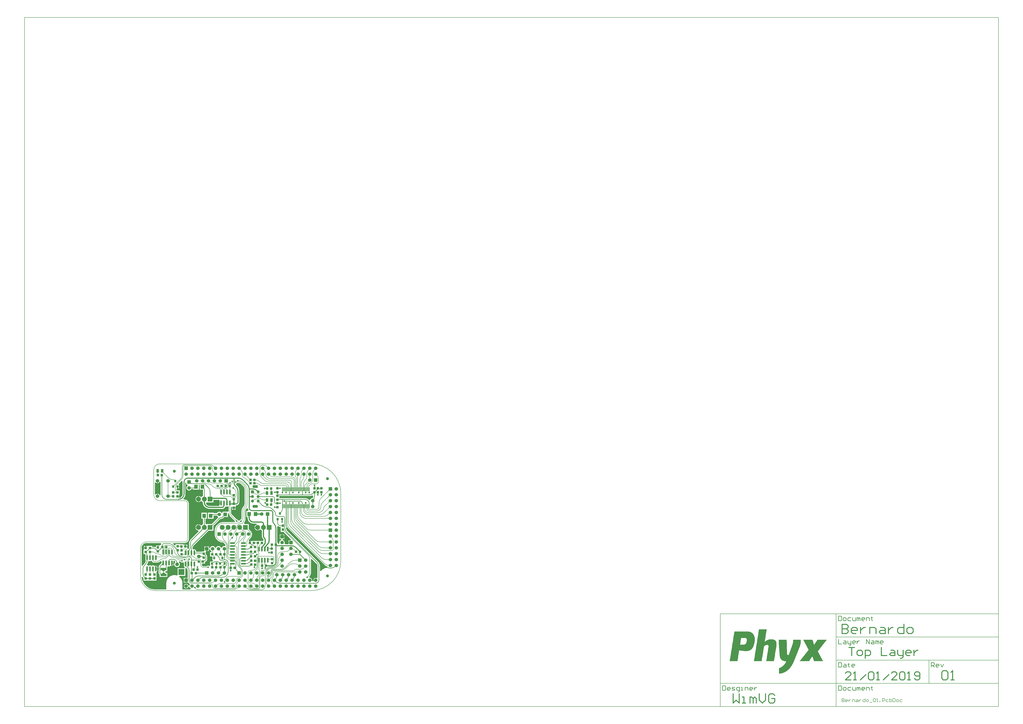
<source format=gtl>
G04*
G04 #@! TF.GenerationSoftware,Altium Limited,Altium Designer,18.1.9 (240)*
G04*
G04 Layer_Physical_Order=1*
G04 Layer_Color=3394611*
%FSLAX25Y25*%
%MOIN*%
G70*
G01*
G75*
%ADD11C,0.00984*%
%ADD12C,0.00787*%
%ADD13C,0.00591*%
%ADD15C,0.01575*%
%ADD16R,0.03347X0.03937*%
%ADD17R,0.03347X0.03937*%
%ADD18R,0.04331X0.03937*%
%ADD19O,0.02362X0.08661*%
%ADD20R,0.06299X0.07087*%
%ADD21R,0.03937X0.04331*%
%ADD22O,0.08661X0.02362*%
%ADD23R,0.09843X0.03937*%
%ADD24R,0.09843X0.09843*%
%ADD25R,0.03937X0.05906*%
%ADD26R,0.01181X0.06890*%
%ADD44C,0.06299*%
%ADD48C,0.05118*%
%ADD54C,0.00591*%
%ADD55C,0.01968*%
%ADD56C,0.06000*%
%ADD57C,0.08268*%
%ADD58R,0.08268X0.08268*%
%ADD59R,0.05906X0.05906*%
%ADD60C,0.05906*%
%ADD61R,0.05906X0.05906*%
%ADD62O,0.07874X0.08268*%
%ADD63C,0.04724*%
G04:AMPARAMS|DCode=64|XSize=86.61mil|YSize=47.24mil|CornerRadius=11.81mil|HoleSize=0mil|Usage=FLASHONLY|Rotation=0.000|XOffset=0mil|YOffset=0mil|HoleType=Round|Shape=RoundedRectangle|*
%AMROUNDEDRECTD64*
21,1,0.08661,0.02362,0,0,0.0*
21,1,0.06299,0.04724,0,0,0.0*
1,1,0.02362,0.03150,-0.01181*
1,1,0.02362,-0.03150,-0.01181*
1,1,0.02362,-0.03150,0.01181*
1,1,0.02362,0.03150,0.01181*
%
%ADD64ROUNDEDRECTD64*%
G04:AMPARAMS|DCode=65|XSize=51.18mil|YSize=51.18mil|CornerRadius=12.8mil|HoleSize=0mil|Usage=FLASHONLY|Rotation=270.000|XOffset=0mil|YOffset=0mil|HoleType=Round|Shape=RoundedRectangle|*
%AMROUNDEDRECTD65*
21,1,0.05118,0.02559,0,0,270.0*
21,1,0.02559,0.05118,0,0,270.0*
1,1,0.02559,-0.01280,-0.01280*
1,1,0.02559,-0.01280,0.01280*
1,1,0.02559,0.01280,0.01280*
1,1,0.02559,0.01280,-0.01280*
%
%ADD65ROUNDEDRECTD65*%
%ADD66C,0.02756*%
G36*
X29370Y182260D02*
X29914Y182331D01*
X30887Y182734D01*
X31723Y183376D01*
X32364Y184211D01*
X32534Y184621D01*
X34109Y184308D01*
Y162603D01*
X34101D01*
X34157Y162031D01*
X32613Y161644D01*
X32364Y162246D01*
X31723Y163081D01*
X30887Y163722D01*
X29914Y164125D01*
X29370Y164197D01*
Y160228D01*
X28370D01*
Y164197D01*
X27826Y164125D01*
X26853Y163722D01*
X26017Y163081D01*
X25982Y163035D01*
X24407Y163569D01*
Y182887D01*
X25982Y183422D01*
X26017Y183376D01*
X26853Y182734D01*
X27826Y182331D01*
X28370Y182260D01*
Y186228D01*
X29370D01*
Y182260D01*
D02*
G37*
G36*
X77854Y182598D02*
Y179783D01*
X79426D01*
X80036Y178370D01*
X80024Y178209D01*
X79153Y177540D01*
X78427Y176594D01*
X77971Y175493D01*
X77815Y174311D01*
X77971Y173129D01*
X78427Y172028D01*
X79153Y171082D01*
X80099Y170356D01*
X81200Y169900D01*
X82382Y169744D01*
X83564Y169900D01*
X84665Y170356D01*
X85611Y171082D01*
X86337Y172028D01*
X86410Y172204D01*
X89468D01*
Y171063D01*
X98917D01*
Y179487D01*
X100492D01*
Y171063D01*
X106160D01*
Y160621D01*
X105389Y160301D01*
X104196Y159386D01*
X103977Y159100D01*
X102139Y158980D01*
X102002Y159041D01*
X101014Y159799D01*
X99765Y160317D01*
X98925Y160427D01*
Y155315D01*
Y150203D01*
X99765Y150313D01*
X101014Y150830D01*
X102002Y151588D01*
X102139Y151650D01*
X103977Y151530D01*
X104196Y151243D01*
X104594Y150938D01*
X105674Y149811D01*
X105812Y148066D01*
X106220Y146365D01*
X106890Y144748D01*
X107804Y143256D01*
X108940Y141926D01*
X110271Y140789D01*
X111763Y139875D01*
X113379Y139206D01*
X114835Y138856D01*
X115081Y138797D01*
X116303Y138600D01*
Y138600D01*
X118268Y138445D01*
Y138462D01*
X138583D01*
Y138436D01*
X140037Y138628D01*
X140081Y138646D01*
X141392Y139189D01*
X142556Y140082D01*
X143449Y141246D01*
X143745Y141961D01*
X144879Y142633D01*
X145606Y142660D01*
X145875Y142548D01*
X146595Y142454D01*
X147314Y142548D01*
X147984Y142826D01*
X148013Y142848D01*
X149587Y142138D01*
Y134522D01*
X148287Y133858D01*
X148145Y133858D01*
X139232D01*
Y132287D01*
X137819Y131676D01*
X137657Y131688D01*
X136989Y132560D01*
X136043Y133285D01*
X134942Y133742D01*
X133760Y133897D01*
X132578Y133742D01*
X131476Y133285D01*
X130531Y132560D01*
X129805Y131614D01*
X129732Y131438D01*
X123917D01*
Y132087D01*
X114469D01*
Y121850D01*
X123917D01*
Y127223D01*
X129732D01*
X129805Y127047D01*
X130531Y126102D01*
X131384Y125447D01*
X131499Y125296D01*
X131660Y124717D01*
X131645Y123602D01*
X120839Y112796D01*
X112402D01*
X112402Y112796D01*
X111950Y112627D01*
X110375Y113719D01*
Y121850D01*
X112894D01*
Y132087D01*
X103445D01*
Y121850D01*
X106160D01*
Y112393D01*
X105389Y112074D01*
X104196Y111159D01*
X103977Y110872D01*
X102139Y110752D01*
X102002Y110814D01*
X101014Y111572D01*
X99765Y112089D01*
X98925Y112199D01*
Y107087D01*
X98425D01*
Y106587D01*
X93313D01*
X93423Y105747D01*
X93941Y104498D01*
X94764Y103426D01*
X95836Y102603D01*
X97085Y102085D01*
X97945Y101972D01*
X98530Y100755D01*
X98565Y100365D01*
X85824Y87624D01*
X85809Y87602D01*
X84593Y86177D01*
X83601Y84558D01*
X82874Y82803D01*
X82430Y80956D01*
X82284Y79089D01*
X82278Y79063D01*
Y72465D01*
X82297Y72373D01*
X82131Y71540D01*
X81660Y70834D01*
X81581Y70781D01*
X81559Y70749D01*
X81298Y70662D01*
X80469Y70742D01*
X79347Y71835D01*
X79347D01*
X79347Y71835D01*
Y74303D01*
X76181D01*
Y74803D01*
X75681D01*
Y77772D01*
X73229D01*
Y78347D01*
X66535D01*
Y78937D01*
X59448D01*
Y77086D01*
X57994Y76483D01*
X56574Y77903D01*
X55465Y79022D01*
X56033Y80593D01*
X75000D01*
X75034Y80600D01*
X76347Y80729D01*
X77642Y81122D01*
X78835Y81760D01*
X79881Y82619D01*
X80740Y83665D01*
X81378Y84858D01*
X81771Y86153D01*
X81900Y87466D01*
X81907Y87500D01*
X81907D01*
X81907Y87500D01*
Y147500D01*
X81900Y147534D01*
X81771Y148847D01*
X81378Y150142D01*
X80740Y151335D01*
X79881Y152381D01*
X78835Y153240D01*
X77642Y153878D01*
X76347Y154271D01*
X75034Y154400D01*
X75000Y154407D01*
Y154407D01*
X75000Y154407D01*
X73538D01*
X72975Y155635D01*
X72962Y155982D01*
X73151Y156171D01*
X73217Y156269D01*
X74210Y157432D01*
X75070Y158835D01*
X75700Y160356D01*
X76084Y161956D01*
X76204Y163481D01*
X76227Y163597D01*
Y183142D01*
X76279Y183201D01*
X77854Y182598D01*
D02*
G37*
G36*
X70678Y186115D02*
X71555Y185513D01*
X71413Y184071D01*
X71410Y184056D01*
Y163597D01*
X71438Y163460D01*
X71260Y162114D01*
X70688Y160732D01*
X69862Y159655D01*
X69745Y159577D01*
X69510Y159342D01*
X69448Y159249D01*
X68387Y158378D01*
X67413Y157858D01*
X66208Y158321D01*
X65838Y158595D01*
Y159382D01*
X62870D01*
Y160382D01*
X65838D01*
Y162835D01*
X66413D01*
Y170315D01*
X61825D01*
X61377Y170899D01*
X61057Y171671D01*
X61035Y171835D01*
X62084Y173409D01*
X62295D01*
Y176378D01*
X62795D01*
Y176878D01*
X65469D01*
Y179347D01*
X65219D01*
X64617Y180801D01*
X70089Y186273D01*
X70678Y186115D01*
D02*
G37*
G36*
X293168Y160626D02*
Y159733D01*
X293188Y159637D01*
X293078Y158529D01*
X292244Y157126D01*
X291062Y156970D01*
X289961Y156514D01*
X289015Y155788D01*
X288289Y154842D01*
X287991Y154123D01*
X286846Y153756D01*
X286248Y153764D01*
X285892Y154199D01*
X284528Y155318D01*
X282972Y156150D01*
X281283Y156662D01*
X279528Y156835D01*
Y156832D01*
X235827D01*
Y160491D01*
X286803D01*
X286830Y160496D01*
X288697Y160643D01*
X290544Y161087D01*
X291594Y161521D01*
X293168Y160626D01*
D02*
G37*
G36*
X134539Y152386D02*
X134531Y152340D01*
X134371Y151532D01*
Y148883D01*
X136594D01*
Y147883D01*
X134371D01*
Y145233D01*
X134377Y145199D01*
X133354Y143708D01*
X133207Y143624D01*
X118268D01*
X118234Y143620D01*
X117447Y143698D01*
X115896Y143925D01*
D01*
X114483Y144317D01*
X113504Y144841D01*
X112599Y145584D01*
X111855Y146490D01*
X111303Y147523D01*
X111182Y147920D01*
X112081Y149575D01*
X112451Y149606D01*
X123819D01*
Y153915D01*
X133669D01*
X134539Y152386D01*
D02*
G37*
G36*
X168245Y182191D02*
X169577Y181639D01*
X170638Y180825D01*
X170696Y180738D01*
X174256Y177178D01*
X174329Y177129D01*
X175284Y175966D01*
X176034Y174563D01*
X176496Y173039D01*
X176644Y171542D01*
X176626Y171456D01*
Y147068D01*
X176637Y147012D01*
X176524Y145856D01*
X176170Y144691D01*
X175596Y143617D01*
X174859Y142719D01*
X174812Y142687D01*
X174805Y142678D01*
X173646Y141321D01*
X172708Y139789D01*
X172021Y138130D01*
X171602Y136384D01*
X171462Y134605D01*
X171459Y134594D01*
Y124564D01*
X171477Y124477D01*
X171329Y122980D01*
X170867Y121457D01*
X170333Y120457D01*
X169666Y120370D01*
X168948Y120072D01*
X168331Y119599D01*
X167858Y118982D01*
X167774Y118779D01*
X167339Y118695D01*
X166106Y118866D01*
X165965Y119206D01*
X165492Y119823D01*
X164875Y120296D01*
X164157Y120593D01*
X163386Y120695D01*
X163262Y120678D01*
X155943Y127998D01*
X155865Y128050D01*
X154926Y129194D01*
X154185Y130581D01*
X153728Y132085D01*
X153583Y133559D01*
X153602Y133650D01*
Y141217D01*
X155176Y142064D01*
X155515Y141841D01*
Y140855D01*
X161452D01*
Y143307D01*
X162027D01*
Y144639D01*
X162496D01*
X162527Y144645D01*
X163834Y144817D01*
X165081Y145334D01*
X166151Y146155D01*
X166973Y147226D01*
X167489Y148473D01*
X167661Y149780D01*
X167667Y149811D01*
Y169182D01*
X167654Y169249D01*
X167507Y171122D01*
X167052Y173014D01*
X166308Y174811D01*
X165291Y176470D01*
X164071Y177899D01*
X164033Y177956D01*
X162333Y179656D01*
X162247Y179713D01*
X162190Y179787D01*
X162190Y180197D01*
X162701Y181588D01*
X162906Y181673D01*
X163523Y182146D01*
X163676Y182345D01*
X166816D01*
X166919Y182366D01*
X168245Y182191D01*
D02*
G37*
G36*
X150177Y129940D02*
X150898Y128200D01*
X151882Y126593D01*
X153097Y125171D01*
X153104Y125160D01*
X160424Y117840D01*
X160408Y117717D01*
X160416Y117655D01*
X159461Y116272D01*
X159163Y116080D01*
X139674D01*
Y116080D01*
X137811Y115933D01*
X135994Y115497D01*
X134268Y114782D01*
X132675Y113806D01*
X131254Y112593D01*
X131254Y112593D01*
X129533Y110872D01*
X129533Y110872D01*
X128320Y109451D01*
X127344Y107858D01*
X126629Y106132D01*
X126193Y104315D01*
X126046Y102452D01*
X126046D01*
Y94828D01*
X126046Y94827D01*
X126192Y92974D01*
X126626Y91165D01*
X127338Y89447D01*
X128310Y87861D01*
X129517Y86448D01*
X129517Y86447D01*
X130950Y85015D01*
X130952Y85014D01*
X130953Y85012D01*
X130979Y84994D01*
X132240Y83917D01*
X133684Y83033D01*
X135248Y82385D01*
X136895Y81989D01*
X138555Y81859D01*
X138583Y81853D01*
X138656Y81868D01*
X139719Y81728D01*
X140778Y81289D01*
X141628Y80637D01*
X141669Y80576D01*
X141670Y80575D01*
X141670Y80574D01*
X142884Y79360D01*
X142956Y79312D01*
X143673Y78377D01*
X144157Y77210D01*
X144211Y76804D01*
X144073Y76510D01*
X143136Y75609D01*
X142719Y75485D01*
X142362Y75532D01*
X141180Y75376D01*
X140079Y74920D01*
X139133Y74194D01*
X138407Y73248D01*
X138215Y72782D01*
X136510D01*
X136317Y73248D01*
X135591Y74194D01*
X134645Y74920D01*
X133544Y75376D01*
X132362Y75532D01*
X131180Y75376D01*
X130079Y74920D01*
X129133Y74194D01*
X128407Y73248D01*
X128215Y72782D01*
X126510D01*
X126317Y73248D01*
X125591Y74194D01*
X124645Y74920D01*
X123544Y75376D01*
X122362Y75532D01*
X121180Y75376D01*
X120079Y74920D01*
X119133Y74194D01*
X118407Y73248D01*
X117951Y72147D01*
X117890Y71680D01*
X116315Y71783D01*
Y74918D01*
X112862D01*
Y70965D01*
Y67012D01*
X116315D01*
Y70146D01*
X117890Y70250D01*
X117951Y69783D01*
X118407Y68682D01*
X119133Y67736D01*
X120079Y67010D01*
X120456Y66854D01*
Y65018D01*
X118071D01*
Y57932D01*
X121909D01*
Y51634D01*
X122440D01*
X122920Y50068D01*
X122110Y49272D01*
X118169D01*
Y42972D01*
X118071D01*
Y42300D01*
X117216Y41832D01*
X116496Y41671D01*
X116056Y42008D01*
X115338Y42306D01*
X114567Y42407D01*
X113796Y42306D01*
X113078Y42008D01*
X112461Y41535D01*
X112308Y41335D01*
X106240D01*
X106178Y41323D01*
X105476Y41462D01*
X104829Y41895D01*
X104396Y42543D01*
X104256Y43244D01*
X104269Y43307D01*
Y45670D01*
X109449D01*
Y48609D01*
X109818Y48657D01*
X110895Y49104D01*
X111820Y49814D01*
X112530Y50739D01*
X112977Y51816D01*
X113124Y52939D01*
X113131Y52973D01*
Y56693D01*
X113116Y56767D01*
X112992Y58030D01*
X112602Y59315D01*
X111969Y60500D01*
X111164Y61480D01*
X111122Y61544D01*
X110827Y61838D01*
Y65437D01*
X110827Y66141D01*
X111862Y66884D01*
Y70465D01*
X108410D01*
Y67716D01*
X108409Y67012D01*
X107195Y66141D01*
X103741D01*
Y65887D01*
X94236D01*
Y67224D01*
X94142Y67944D01*
X93864Y68614D01*
X93422Y69190D01*
X92847Y69632D01*
X92176Y69909D01*
X91457Y70004D01*
X90737Y69909D01*
X90067Y69632D01*
X88564Y70464D01*
Y71291D01*
X88545Y71388D01*
X88688Y72837D01*
X89138Y74323D01*
X89870Y75692D01*
X90794Y76818D01*
X90876Y76872D01*
X115382Y101378D01*
X123819D01*
Y109815D01*
X134813Y120809D01*
X134866Y120889D01*
X135125Y121062D01*
X136516Y121505D01*
Y121505D01*
X138023Y121704D01*
X139427Y122285D01*
X140634Y123211D01*
X140627Y123218D01*
X140627Y123218D01*
X142213Y124803D01*
X148287D01*
Y131063D01*
X149862Y131250D01*
X150177Y129940D01*
D02*
G37*
G36*
X181396Y139549D02*
X182168Y139185D01*
X182186Y139004D01*
X182580Y137705D01*
X183163Y136614D01*
X183046Y136201D01*
X182388Y135039D01*
X179724D01*
Y124803D01*
X181367D01*
X181842Y123425D01*
X181842D01*
X182032Y121496D01*
X182595Y119640D01*
X183509Y117930D01*
X184739Y116432D01*
X186238Y115202D01*
X187947Y114288D01*
X189803Y113725D01*
X191732Y113535D01*
Y113561D01*
X197118D01*
X197479Y112089D01*
X196230Y111572D01*
X195157Y110749D01*
X194334Y109676D01*
X193817Y108427D01*
X193707Y107587D01*
X198819D01*
Y107087D01*
X199319D01*
Y101975D01*
X200159Y102085D01*
X201408Y102603D01*
X202396Y103361D01*
X202533Y103422D01*
X204370Y103302D01*
X204590Y103016D01*
X205783Y102101D01*
X206080Y101977D01*
Y92778D01*
X206064D01*
X206217Y91223D01*
X206671Y89727D01*
X207408Y88348D01*
X208396Y87144D01*
X208400Y87140D01*
X209134Y85869D01*
X209140Y85827D01*
X208127Y84325D01*
X208033Y84252D01*
X195670D01*
Y84252D01*
X188582D01*
Y83677D01*
X186130D01*
Y80708D01*
X185130D01*
Y83677D01*
X184531D01*
X183587Y85252D01*
X183761Y85577D01*
X184716Y86740D01*
X184789Y86789D01*
X185418Y87418D01*
X186539Y88524D01*
X186539Y88524D01*
X187761Y90013D01*
X188669Y91712D01*
X189229Y93555D01*
X189417Y95472D01*
X189407D01*
X189404Y95484D01*
X189264Y96911D01*
X188844Y98293D01*
X188163Y99568D01*
X187254Y100676D01*
X187247Y100686D01*
Y100686D01*
X187247Y100686D01*
X183858Y104075D01*
Y112796D01*
X176474D01*
X175748Y114371D01*
X175793Y114423D01*
X176769Y116016D01*
X177484Y117743D01*
X177920Y119559D01*
X178067Y121422D01*
X178067D01*
Y134927D01*
X178049Y135016D01*
X178208Y136220D01*
X178628Y137235D01*
X179522Y138440D01*
X179522Y138440D01*
X180542Y139634D01*
X181396Y139549D01*
D02*
G37*
G36*
X233764Y109090D02*
X234926Y108468D01*
X236188Y108086D01*
X237419Y107964D01*
X237500Y107948D01*
X238091D01*
Y106316D01*
Y99623D01*
X242678D01*
X255554Y86746D01*
X254952Y85291D01*
X251284D01*
Y81839D01*
X255236D01*
Y80839D01*
X251284D01*
Y78563D01*
X245692D01*
X244640Y80138D01*
X244647Y80157D01*
X244803Y81339D01*
X244647Y82521D01*
X244191Y83622D01*
X243465Y84568D01*
X242519Y85293D01*
X241418Y85750D01*
X241053Y85798D01*
X240952Y85811D01*
X241025Y86936D01*
X241025D01*
X241025Y86937D01*
X242414Y87386D01*
X244189D01*
Y90839D01*
X240236D01*
X236283D01*
Y87386D01*
X238058D01*
X239447Y86937D01*
X239447Y86936D01*
X239447D01*
X239521Y85811D01*
X239420Y85798D01*
X239054Y85750D01*
X237953Y85293D01*
X237007Y84568D01*
X236281Y83622D01*
X235825Y82521D01*
X235670Y81339D01*
X235821Y80187D01*
X234802Y79018D01*
X233464Y79404D01*
Y81299D01*
X232133D01*
Y106420D01*
X232115Y106507D01*
X231979Y108239D01*
X231896Y108585D01*
X233304Y109467D01*
X233764Y109090D01*
D02*
G37*
G36*
X10000Y80593D02*
X34406D01*
X34745Y80269D01*
X35352Y79018D01*
X35065Y78326D01*
X34938Y77363D01*
X33268D01*
Y77363D01*
X32496Y76393D01*
X30028D01*
Y73228D01*
X29028D01*
Y76393D01*
X26559D01*
Y74398D01*
X24985Y73480D01*
X24495Y73742D01*
X23102Y74164D01*
X21701Y74302D01*
X21654Y74312D01*
X19666D01*
Y75945D01*
X12579D01*
Y75945D01*
X11591Y75370D01*
X9122D01*
Y72204D01*
X8622D01*
Y71704D01*
X5654D01*
Y69252D01*
X5079D01*
Y61771D01*
X8010D01*
X8310Y61164D01*
X8664Y60224D01*
X8437Y59676D01*
X8342Y58957D01*
Y52658D01*
X8437Y51938D01*
X8715Y51268D01*
X8987Y50913D01*
X8891Y49939D01*
X8440Y48453D01*
X7708Y47084D01*
X6785Y45958D01*
X6703Y45904D01*
X5376Y44577D01*
X5361Y44554D01*
X4144Y43130D01*
X3481Y42048D01*
X1907Y42492D01*
Y72500D01*
X1890Y72587D01*
X2037Y74084D01*
X2499Y75607D01*
X3249Y77011D01*
X4259Y78241D01*
X5489Y79251D01*
X6893Y80001D01*
X8416Y80463D01*
X9913Y80611D01*
X10000Y80593D01*
D02*
G37*
G36*
X57591Y50462D02*
X58534Y49738D01*
X59212Y48342D01*
X58295Y47502D01*
X57627Y46453D01*
X57253Y45266D01*
X57199Y44023D01*
X57468Y42809D01*
X58042Y41706D01*
X58883Y40788D01*
X59932Y40120D01*
X61118Y39746D01*
X62361Y39692D01*
X63576Y39961D01*
X64679Y40535D01*
X65596Y41376D01*
X66264Y42425D01*
X66638Y43611D01*
X66693Y44854D01*
X66423Y46069D01*
X65849Y47172D01*
X65009Y48089D01*
X65891Y49365D01*
X66605Y49070D01*
X68029Y48728D01*
X68366Y48288D01*
X68983Y47815D01*
X69702Y47517D01*
X70472Y47416D01*
X71243Y47517D01*
X71961Y47815D01*
X72102Y47922D01*
X73606Y47310D01*
X73677Y47242D01*
Y42028D01*
X73772Y41308D01*
X74049Y40638D01*
X74491Y40062D01*
X75067Y39620D01*
X75196Y39567D01*
X74882Y37992D01*
X63027D01*
Y26416D01*
X61452Y25621D01*
X59647Y26054D01*
X57500Y26223D01*
X55353Y26054D01*
X53259Y25552D01*
X51270Y24728D01*
X49434Y23603D01*
X47796Y22204D01*
X46398Y20566D01*
X45272Y18730D01*
X44448Y16741D01*
X43946Y14647D01*
X43777Y12500D01*
X43782D01*
Y1907D01*
X25000D01*
X24863Y1880D01*
X21981Y2068D01*
X19014Y2659D01*
X16149Y3631D01*
X13435Y4969D01*
X10920Y6650D01*
X8645Y8645D01*
X6650Y10920D01*
X4969Y13435D01*
X3631Y16149D01*
X2659Y19014D01*
X2068Y21981D01*
X2023Y22672D01*
X3569Y23163D01*
X4144Y22224D01*
X5078Y21131D01*
Y16772D01*
X12165D01*
Y16772D01*
X12578D01*
Y16772D01*
X19665D01*
Y16772D01*
X20078D01*
Y16772D01*
X27165D01*
Y23465D01*
Y30478D01*
X27165Y30945D01*
X27754Y32276D01*
X28177Y32909D01*
X28346Y33760D01*
Y36409D01*
X26122D01*
Y36909D01*
X25622D01*
Y42183D01*
X25271Y42114D01*
X25026Y41950D01*
X24286Y41702D01*
X23324Y41961D01*
X22976Y42110D01*
X22512Y42466D01*
X21842Y42744D01*
X21122Y42839D01*
X20403Y42744D01*
X19732Y42466D01*
X19157Y42025D01*
X18088D01*
X17512Y42466D01*
X16841Y42744D01*
X16122Y42839D01*
X15403Y42744D01*
X14732Y42466D01*
X14156Y42025D01*
X13088D01*
X12512Y42466D01*
X11841Y42744D01*
X11622Y42773D01*
X10964Y44006D01*
X10915Y44370D01*
X11907Y45989D01*
X12634Y47744D01*
X13077Y49591D01*
X13081Y49633D01*
X13098Y49651D01*
X14710Y50267D01*
X14732Y50250D01*
X15403Y49973D01*
X16122Y49878D01*
X16841Y49973D01*
X17512Y50250D01*
X17684Y50382D01*
X19082Y50004D01*
X19384Y49795D01*
X19655Y49140D01*
X20167Y48474D01*
X20833Y47962D01*
X21608Y47641D01*
X22305Y47549D01*
X22441Y47522D01*
X28447D01*
X28447Y47521D01*
X29432Y47604D01*
X29572Y47632D01*
X29987Y47673D01*
X31467Y48122D01*
X32831Y48851D01*
X33570Y49458D01*
X34012Y49820D01*
X34069Y49814D01*
X35587Y49167D01*
Y46638D01*
X32997Y44048D01*
X32994Y44043D01*
X31967Y42792D01*
X31201Y41360D01*
X30730Y39805D01*
X30571Y38195D01*
X30570Y38189D01*
Y31395D01*
X30591Y31285D01*
X30698Y30199D01*
X31047Y29049D01*
X31614Y27990D01*
X32306Y27146D01*
X32368Y27053D01*
X32367Y27052D01*
X32515Y26930D01*
Y23031D01*
X45507D01*
Y30118D01*
X42620D01*
X42450Y30529D01*
X41901Y31496D01*
X42450Y32463D01*
X42620Y32874D01*
X45507D01*
Y39961D01*
X46646Y41012D01*
X46976Y41195D01*
X47647Y40917D01*
X48366Y40823D01*
X49086Y40917D01*
X49756Y41195D01*
X50220Y41551D01*
X50568Y41700D01*
X51530Y41959D01*
X52270Y41711D01*
X52515Y41548D01*
X52866Y41478D01*
Y46752D01*
X53366D01*
Y47252D01*
X55590D01*
Y49447D01*
X55997Y50109D01*
X56042Y50148D01*
X57039Y50691D01*
X57591Y50462D01*
D02*
G37*
G36*
X249222Y106658D02*
X249383Y106395D01*
X250596Y104975D01*
X250596Y104975D01*
X311432Y44140D01*
X311432Y44140D01*
X312852Y42926D01*
X314445Y41950D01*
X316171Y41235D01*
X316994Y41037D01*
X317344Y40291D01*
X316390Y38636D01*
X315353Y38554D01*
X313259Y38052D01*
X311270Y37228D01*
X309434Y36103D01*
X307796Y34704D01*
X306398Y33066D01*
X306305Y32915D01*
X304730Y33359D01*
Y40685D01*
X304724Y40711D01*
X304577Y42578D01*
X304134Y44425D01*
X303407Y46180D01*
X302415Y47800D01*
X301199Y49224D01*
X301184Y49246D01*
X249301Y101129D01*
X249219Y101183D01*
X248296Y102309D01*
X247564Y103678D01*
X247113Y105164D01*
X246991Y106396D01*
X247300Y106781D01*
X249222Y106658D01*
D02*
G37*
G36*
X298203Y46266D02*
X298285Y46211D01*
X299208Y45086D01*
X299940Y43716D01*
X300391Y42230D01*
X300534Y40781D01*
X300515Y40685D01*
Y22154D01*
X300266Y21861D01*
X298940Y21182D01*
X298532Y21351D01*
X298000Y21421D01*
Y17500D01*
X297500D01*
Y17000D01*
X293327D01*
X292500Y15917D01*
X291672Y17000D01*
X287500D01*
Y18000D01*
X291421D01*
X291351Y18532D01*
X290953Y19493D01*
X290319Y20319D01*
X289493Y20953D01*
X288532Y21351D01*
X287500Y21487D01*
X287146Y21720D01*
X286694Y23499D01*
X287133Y24014D01*
X288109Y25607D01*
X288824Y27333D01*
X289260Y29150D01*
X289407Y31012D01*
X289407D01*
Y52835D01*
X290888Y53581D01*
X298203Y46266D01*
D02*
G37*
G36*
X77613Y38219D02*
X77686Y38170D01*
X78641Y37007D01*
X79391Y35603D01*
X79853Y34080D01*
X80000Y32582D01*
X79983Y32496D01*
Y21453D01*
X78000D01*
Y17500D01*
Y13547D01*
X81155D01*
X81299Y13277D01*
X82270Y12093D01*
X83455Y11122D01*
X83700Y9985D01*
X83545Y9783D01*
X83089Y8682D01*
X83004Y8039D01*
X81416D01*
X81351Y8532D01*
X80953Y9493D01*
X80319Y10319D01*
X79493Y10953D01*
X78532Y11351D01*
X78000Y11421D01*
Y7500D01*
Y3579D01*
X78532Y3649D01*
X79493Y4047D01*
X80319Y4681D01*
X80953Y5507D01*
X81351Y6468D01*
X81416Y6961D01*
X83004D01*
X83089Y6318D01*
X83545Y5217D01*
X84271Y4271D01*
X85217Y3545D01*
X85370Y3481D01*
X85057Y1907D01*
X71218D01*
Y12500D01*
X71223D01*
X71054Y14647D01*
X70552Y16741D01*
X69728Y18730D01*
X68603Y20566D01*
X67204Y22204D01*
X65774Y23425D01*
X65870Y24180D01*
X66300Y25000D01*
X76019D01*
Y37585D01*
X77421Y38410D01*
X77613Y38219D01*
D02*
G37*
G36*
X1165172Y-83717D02*
X1164886D01*
Y-84003D01*
X1164599D01*
Y-84290D01*
Y-84576D01*
X1164313D01*
Y-84862D01*
X1164027D01*
Y-85149D01*
X1163740D01*
Y-85435D01*
Y-85721D01*
X1163454D01*
Y-86007D01*
X1163168D01*
Y-86294D01*
X1162881D01*
Y-86580D01*
X1162595D01*
Y-86866D01*
Y-87153D01*
X1162309D01*
Y-87439D01*
X1162022D01*
Y-87725D01*
X1161736D01*
Y-88012D01*
Y-88298D01*
X1161450D01*
Y-88584D01*
X1161163D01*
Y-88871D01*
X1160877D01*
Y-89157D01*
X1160591D01*
Y-89443D01*
Y-89730D01*
X1160305D01*
Y-90016D01*
X1160018D01*
Y-90302D01*
X1159732D01*
Y-90588D01*
Y-90875D01*
X1159445D01*
Y-91161D01*
X1159159D01*
Y-91448D01*
X1158873D01*
Y-91734D01*
Y-92020D01*
X1158587D01*
Y-92306D01*
X1158300D01*
Y-92593D01*
X1158014D01*
Y-92879D01*
X1157728D01*
Y-93165D01*
Y-93452D01*
X1157441D01*
Y-93738D01*
X1157155D01*
Y-94024D01*
X1156869D01*
Y-94311D01*
Y-94597D01*
X1156582D01*
Y-94883D01*
X1156296D01*
Y-95170D01*
X1156010D01*
Y-95456D01*
Y-95742D01*
X1155723D01*
Y-96029D01*
X1155437D01*
Y-96315D01*
X1155151D01*
Y-96601D01*
X1154865D01*
Y-96887D01*
Y-97174D01*
X1154578D01*
Y-97460D01*
X1154292D01*
Y-97746D01*
X1154006D01*
Y-98033D01*
Y-98319D01*
X1153719D01*
Y-98605D01*
X1153433D01*
Y-98892D01*
X1153147D01*
Y-99178D01*
Y-99464D01*
X1152860D01*
Y-99751D01*
X1152574D01*
Y-100037D01*
X1152288D01*
Y-100323D01*
X1152001D01*
Y-100610D01*
Y-100896D01*
X1151715D01*
Y-101182D01*
X1151429D01*
Y-101468D01*
X1151142D01*
Y-101755D01*
Y-102041D01*
X1150856D01*
Y-102327D01*
X1150570D01*
Y-102614D01*
X1150284D01*
Y-102900D01*
X1149997D01*
Y-103186D01*
Y-103473D01*
X1150284D01*
Y-103759D01*
Y-104045D01*
X1150570D01*
Y-104332D01*
Y-104618D01*
X1150856D01*
Y-104904D01*
X1151142D01*
Y-105191D01*
Y-105477D01*
X1151429D01*
Y-105763D01*
Y-106049D01*
X1151715D01*
Y-106336D01*
Y-106622D01*
X1152001D01*
Y-106908D01*
Y-107195D01*
X1152288D01*
Y-107481D01*
Y-107767D01*
X1152574D01*
Y-108054D01*
Y-108340D01*
X1152860D01*
Y-108626D01*
Y-108913D01*
X1153147D01*
Y-109199D01*
Y-109485D01*
X1153433D01*
Y-109772D01*
X1153719D01*
Y-110058D01*
Y-110344D01*
X1154006D01*
Y-110630D01*
Y-110917D01*
X1154292D01*
Y-111203D01*
Y-111489D01*
X1154578D01*
Y-111776D01*
Y-112062D01*
X1154865D01*
Y-112348D01*
Y-112635D01*
X1155151D01*
Y-112921D01*
Y-113207D01*
X1155437D01*
Y-113494D01*
Y-113780D01*
X1155723D01*
Y-114066D01*
X1156010D01*
Y-114353D01*
Y-114639D01*
X1156296D01*
Y-114925D01*
Y-115211D01*
X1156582D01*
Y-115498D01*
Y-115784D01*
X1156869D01*
Y-116070D01*
Y-116357D01*
X1157155D01*
Y-116643D01*
Y-116929D01*
X1157441D01*
Y-117216D01*
Y-117502D01*
X1157728D01*
Y-117788D01*
Y-118075D01*
X1158014D01*
Y-118361D01*
X1158300D01*
Y-118647D01*
Y-118933D01*
X1158587D01*
Y-119220D01*
Y-119506D01*
X1158873D01*
Y-119792D01*
X1143698D01*
Y-119506D01*
X1143412D01*
Y-119220D01*
Y-118933D01*
Y-118647D01*
X1143126D01*
Y-118361D01*
Y-118075D01*
Y-117788D01*
X1142839D01*
Y-117502D01*
Y-117216D01*
X1142553D01*
Y-116929D01*
Y-116643D01*
Y-116357D01*
X1142267D01*
Y-116070D01*
Y-115784D01*
Y-115498D01*
X1141980D01*
Y-115211D01*
Y-114925D01*
X1141694D01*
Y-114639D01*
Y-114353D01*
Y-114066D01*
X1141408D01*
Y-113780D01*
Y-113494D01*
Y-113207D01*
X1141121D01*
Y-112921D01*
Y-112635D01*
Y-112348D01*
X1140835D01*
Y-112062D01*
X1140263D01*
Y-112348D01*
Y-112635D01*
X1139976D01*
Y-112921D01*
X1139690D01*
Y-113207D01*
Y-113494D01*
X1139404D01*
Y-113780D01*
X1139117D01*
Y-114066D01*
Y-114353D01*
X1138831D01*
Y-114639D01*
X1138545D01*
Y-114925D01*
Y-115211D01*
X1138258D01*
Y-115498D01*
X1137972D01*
Y-115784D01*
X1137686D01*
Y-116070D01*
Y-116357D01*
X1137399D01*
Y-116643D01*
X1137113D01*
Y-116929D01*
Y-117216D01*
X1136827D01*
Y-117502D01*
X1136541D01*
Y-117788D01*
Y-118075D01*
X1136254D01*
Y-118361D01*
X1135968D01*
Y-118647D01*
Y-118933D01*
X1135682D01*
Y-119220D01*
X1135395D01*
Y-119506D01*
Y-119792D01*
X1119362D01*
Y-119506D01*
X1119648D01*
Y-119220D01*
X1119934D01*
Y-118933D01*
X1120221D01*
Y-118647D01*
X1120507D01*
Y-118361D01*
Y-118075D01*
X1120793D01*
Y-117788D01*
X1121080D01*
Y-117502D01*
X1121366D01*
Y-117216D01*
X1121652D01*
Y-116929D01*
Y-116643D01*
X1121939D01*
Y-116357D01*
X1122225D01*
Y-116070D01*
X1122511D01*
Y-115784D01*
Y-115498D01*
X1122797D01*
Y-115211D01*
X1123084D01*
Y-114925D01*
X1123370D01*
Y-114639D01*
X1123656D01*
Y-114353D01*
Y-114066D01*
X1123943D01*
Y-113780D01*
X1124229D01*
Y-113494D01*
X1124515D01*
Y-113207D01*
X1124802D01*
Y-112921D01*
Y-112635D01*
X1125088D01*
Y-112348D01*
X1125374D01*
Y-112062D01*
X1125661D01*
Y-111776D01*
Y-111489D01*
X1125947D01*
Y-111203D01*
X1126233D01*
Y-110917D01*
X1126519D01*
Y-110630D01*
X1126806D01*
Y-110344D01*
Y-110058D01*
X1127092D01*
Y-109772D01*
X1127378D01*
Y-109485D01*
X1127665D01*
Y-109199D01*
Y-108913D01*
X1127951D01*
Y-108626D01*
X1128237D01*
Y-108340D01*
X1128524D01*
Y-108054D01*
X1128810D01*
Y-107767D01*
Y-107481D01*
X1129096D01*
Y-107195D01*
X1129383D01*
Y-106908D01*
X1129669D01*
Y-106622D01*
Y-106336D01*
X1129955D01*
Y-106049D01*
X1130242D01*
Y-105763D01*
X1130528D01*
Y-105477D01*
X1130814D01*
Y-105191D01*
Y-104904D01*
X1131100D01*
Y-104618D01*
X1131387D01*
Y-104332D01*
X1131673D01*
Y-104045D01*
X1131960D01*
Y-103759D01*
Y-103473D01*
X1132246D01*
Y-103186D01*
X1132532D01*
Y-102900D01*
X1132818D01*
Y-102614D01*
Y-102327D01*
X1133105D01*
Y-102041D01*
X1133391D01*
Y-101755D01*
X1133677D01*
Y-101468D01*
X1133964D01*
Y-101182D01*
Y-100896D01*
X1134250D01*
Y-100610D01*
Y-100323D01*
Y-100037D01*
X1133964D01*
Y-99751D01*
X1133677D01*
Y-99464D01*
Y-99178D01*
X1133391D01*
Y-98892D01*
Y-98605D01*
X1133105D01*
Y-98319D01*
Y-98033D01*
X1132818D01*
Y-97746D01*
Y-97460D01*
X1132532D01*
Y-97174D01*
Y-96887D01*
X1132246D01*
Y-96601D01*
Y-96315D01*
X1131960D01*
Y-96029D01*
X1131673D01*
Y-95742D01*
Y-95456D01*
X1131387D01*
Y-95170D01*
Y-94883D01*
X1131100D01*
Y-94597D01*
Y-94311D01*
X1130814D01*
Y-94024D01*
Y-93738D01*
X1130528D01*
Y-93452D01*
Y-93165D01*
X1130242D01*
Y-92879D01*
Y-92593D01*
X1129955D01*
Y-92306D01*
X1129669D01*
Y-92020D01*
Y-91734D01*
X1129383D01*
Y-91448D01*
Y-91161D01*
X1129096D01*
Y-90875D01*
Y-90588D01*
X1128810D01*
Y-90302D01*
Y-90016D01*
X1128524D01*
Y-89730D01*
Y-89443D01*
X1128237D01*
Y-89157D01*
Y-88871D01*
X1127951D01*
Y-88584D01*
Y-88298D01*
X1127665D01*
Y-88012D01*
X1127378D01*
Y-87725D01*
Y-87439D01*
X1127092D01*
Y-87153D01*
Y-86866D01*
X1126806D01*
Y-86580D01*
Y-86294D01*
X1126519D01*
Y-86007D01*
Y-85721D01*
X1126233D01*
Y-85435D01*
Y-85149D01*
X1125947D01*
Y-84862D01*
Y-84576D01*
X1125661D01*
Y-84290D01*
X1125374D01*
Y-84003D01*
Y-83717D01*
X1125088D01*
Y-83431D01*
X1140835D01*
Y-83717D01*
X1141121D01*
Y-84003D01*
Y-84290D01*
Y-84576D01*
X1141408D01*
Y-84862D01*
Y-85149D01*
Y-85435D01*
X1141694D01*
Y-85721D01*
Y-86007D01*
Y-86294D01*
X1141980D01*
Y-86580D01*
Y-86866D01*
Y-87153D01*
X1142267D01*
Y-87439D01*
Y-87725D01*
Y-88012D01*
X1142553D01*
Y-88298D01*
Y-88584D01*
Y-88871D01*
X1142839D01*
Y-89157D01*
Y-89443D01*
Y-89730D01*
X1143126D01*
Y-90016D01*
Y-90302D01*
Y-90588D01*
X1143412D01*
Y-90875D01*
Y-91161D01*
Y-91448D01*
Y-91734D01*
X1143985D01*
Y-91448D01*
X1144271D01*
Y-91161D01*
X1144557D01*
Y-90875D01*
Y-90588D01*
X1144844D01*
Y-90302D01*
X1145130D01*
Y-90016D01*
Y-89730D01*
X1145416D01*
Y-89443D01*
X1145702D01*
Y-89157D01*
Y-88871D01*
X1145989D01*
Y-88584D01*
X1146275D01*
Y-88298D01*
Y-88012D01*
X1146561D01*
Y-87725D01*
X1146848D01*
Y-87439D01*
Y-87153D01*
X1147134D01*
Y-86866D01*
X1147420D01*
Y-86580D01*
Y-86294D01*
X1147707D01*
Y-86007D01*
X1147993D01*
Y-85721D01*
Y-85435D01*
X1148279D01*
Y-85149D01*
X1148566D01*
Y-84862D01*
Y-84576D01*
X1148852D01*
Y-84290D01*
X1149138D01*
Y-84003D01*
Y-83717D01*
X1149425D01*
Y-83431D01*
X1165172D01*
Y-83717D01*
D02*
G37*
G36*
X1032036Y-69688D02*
X1033754D01*
Y-69974D01*
X1034613D01*
Y-70260D01*
X1035472D01*
Y-70547D01*
X1036331D01*
Y-70833D01*
X1036904D01*
Y-71119D01*
X1037190D01*
Y-71406D01*
X1037763D01*
Y-71692D01*
X1038049D01*
Y-71978D01*
X1038622D01*
Y-72264D01*
X1038908D01*
Y-72551D01*
X1039194D01*
Y-72837D01*
X1039480D01*
Y-73123D01*
X1039767D01*
Y-73410D01*
X1040053D01*
Y-73696D01*
X1040339D01*
Y-73982D01*
Y-74269D01*
X1040626D01*
Y-74555D01*
X1040912D01*
Y-74841D01*
Y-75128D01*
X1041198D01*
Y-75414D01*
X1041485D01*
Y-75700D01*
Y-75987D01*
X1041771D01*
Y-76273D01*
Y-76559D01*
Y-76846D01*
X1042057D01*
Y-77132D01*
Y-77418D01*
Y-77704D01*
X1042344D01*
Y-77991D01*
Y-78277D01*
Y-78563D01*
Y-78850D01*
X1042630D01*
Y-79136D01*
Y-79422D01*
Y-79709D01*
Y-79995D01*
Y-80281D01*
X1042916D01*
Y-80568D01*
Y-80854D01*
Y-81140D01*
Y-81427D01*
Y-81713D01*
Y-81999D01*
Y-82285D01*
Y-82572D01*
Y-82858D01*
Y-83144D01*
Y-83431D01*
Y-83717D01*
Y-84003D01*
Y-84290D01*
Y-84576D01*
Y-84862D01*
Y-85149D01*
Y-85435D01*
Y-85721D01*
Y-86007D01*
X1042630D01*
Y-86294D01*
Y-86580D01*
Y-86866D01*
Y-87153D01*
Y-87439D01*
Y-87725D01*
Y-88012D01*
X1042344D01*
Y-88298D01*
Y-88584D01*
Y-88871D01*
Y-89157D01*
Y-89443D01*
X1042057D01*
Y-89730D01*
Y-90016D01*
Y-90302D01*
Y-90588D01*
Y-90875D01*
X1041771D01*
Y-91161D01*
Y-91448D01*
Y-91734D01*
X1041485D01*
Y-92020D01*
Y-92306D01*
Y-92593D01*
Y-92879D01*
X1041198D01*
Y-93165D01*
Y-93452D01*
Y-93738D01*
X1040912D01*
Y-94024D01*
Y-94311D01*
X1040626D01*
Y-94597D01*
Y-94883D01*
Y-95170D01*
X1040339D01*
Y-95456D01*
Y-95742D01*
X1040053D01*
Y-96029D01*
Y-96315D01*
X1039767D01*
Y-96601D01*
Y-96887D01*
X1039480D01*
Y-97174D01*
X1039194D01*
Y-97460D01*
Y-97746D01*
X1038908D01*
Y-98033D01*
X1038622D01*
Y-98319D01*
X1038335D01*
Y-98605D01*
Y-98892D01*
X1038049D01*
Y-99178D01*
X1037763D01*
Y-99464D01*
X1037476D01*
Y-99751D01*
X1037190D01*
Y-100037D01*
X1036904D01*
Y-100323D01*
X1036331D01*
Y-100610D01*
X1036045D01*
Y-100896D01*
X1035472D01*
Y-101182D01*
X1035186D01*
Y-101468D01*
X1034613D01*
Y-101755D01*
X1033754D01*
Y-102041D01*
X1032895D01*
Y-102327D01*
X1032036D01*
Y-102614D01*
X1030318D01*
Y-102900D01*
X1025165D01*
Y-102614D01*
X1022588D01*
Y-102327D01*
X1020584D01*
Y-102041D01*
X1019152D01*
Y-101755D01*
X1017721D01*
Y-101468D01*
X1016289D01*
Y-101755D01*
Y-102041D01*
Y-102327D01*
Y-102614D01*
Y-102900D01*
Y-103186D01*
Y-103473D01*
X1016003D01*
Y-103759D01*
Y-104045D01*
Y-104332D01*
Y-104618D01*
Y-104904D01*
Y-105191D01*
X1015716D01*
Y-105477D01*
Y-105763D01*
Y-106049D01*
Y-106336D01*
Y-106622D01*
Y-106908D01*
X1015430D01*
Y-107195D01*
Y-107481D01*
Y-107767D01*
Y-108054D01*
Y-108340D01*
Y-108626D01*
Y-108913D01*
X1015144D01*
Y-109199D01*
Y-109485D01*
Y-109772D01*
Y-110058D01*
Y-110344D01*
Y-110630D01*
X1014857D01*
Y-110917D01*
Y-111203D01*
Y-111489D01*
Y-111776D01*
Y-112062D01*
Y-112348D01*
X1014571D01*
Y-112635D01*
Y-112921D01*
Y-113207D01*
Y-113494D01*
Y-113780D01*
Y-114066D01*
Y-114353D01*
X1014285D01*
Y-114639D01*
Y-114925D01*
Y-115211D01*
Y-115498D01*
Y-115784D01*
Y-116070D01*
X1013999D01*
Y-116357D01*
Y-116643D01*
Y-116929D01*
Y-117216D01*
Y-117502D01*
Y-117788D01*
X1013712D01*
Y-118075D01*
Y-118361D01*
Y-118647D01*
Y-118933D01*
Y-119220D01*
Y-119506D01*
Y-119792D01*
X1000256D01*
Y-119506D01*
X1000542D01*
Y-119220D01*
Y-118933D01*
Y-118647D01*
Y-118361D01*
Y-118075D01*
X1000828D01*
Y-117788D01*
Y-117502D01*
Y-117216D01*
Y-116929D01*
Y-116643D01*
Y-116357D01*
Y-116070D01*
X1001114D01*
Y-115784D01*
Y-115498D01*
Y-115211D01*
Y-114925D01*
Y-114639D01*
Y-114353D01*
X1001401D01*
Y-114066D01*
Y-113780D01*
Y-113494D01*
Y-113207D01*
Y-112921D01*
Y-112635D01*
X1001687D01*
Y-112348D01*
Y-112062D01*
Y-111776D01*
Y-111489D01*
Y-111203D01*
Y-110917D01*
Y-110630D01*
X1001974D01*
Y-110344D01*
Y-110058D01*
Y-109772D01*
Y-109485D01*
Y-109199D01*
Y-108913D01*
X1002260D01*
Y-108626D01*
Y-108340D01*
Y-108054D01*
Y-107767D01*
Y-107481D01*
Y-107195D01*
X1002546D01*
Y-106908D01*
Y-106622D01*
Y-106336D01*
Y-106049D01*
Y-105763D01*
Y-105477D01*
X1002832D01*
Y-105191D01*
Y-104904D01*
Y-104618D01*
Y-104332D01*
Y-104045D01*
Y-103759D01*
Y-103473D01*
X1003119D01*
Y-103186D01*
Y-102900D01*
Y-102614D01*
Y-102327D01*
Y-102041D01*
Y-101755D01*
X1003405D01*
Y-101468D01*
Y-101182D01*
Y-100896D01*
Y-100610D01*
Y-100323D01*
Y-100037D01*
X1003691D01*
Y-99751D01*
Y-99464D01*
Y-99178D01*
Y-98892D01*
Y-98605D01*
Y-98319D01*
X1003978D01*
Y-98033D01*
Y-97746D01*
Y-97460D01*
Y-97174D01*
Y-96887D01*
Y-96601D01*
Y-96315D01*
X1004264D01*
Y-96029D01*
Y-95742D01*
Y-95456D01*
Y-95170D01*
Y-94883D01*
Y-94597D01*
X1004550D01*
Y-94311D01*
Y-94024D01*
Y-93738D01*
Y-93452D01*
Y-93165D01*
Y-92879D01*
X1004837D01*
Y-92593D01*
Y-92306D01*
Y-92020D01*
Y-91734D01*
Y-91448D01*
Y-91161D01*
Y-90875D01*
X1005123D01*
Y-90588D01*
Y-90302D01*
Y-90016D01*
Y-89730D01*
Y-89443D01*
Y-89157D01*
X1005409D01*
Y-88871D01*
Y-88584D01*
Y-88298D01*
Y-88012D01*
Y-87725D01*
Y-87439D01*
X1005696D01*
Y-87153D01*
Y-86866D01*
Y-86580D01*
Y-86294D01*
Y-86007D01*
Y-85721D01*
X1005982D01*
Y-85435D01*
Y-85149D01*
Y-84862D01*
Y-84576D01*
Y-84290D01*
Y-84003D01*
Y-83717D01*
X1006268D01*
Y-83431D01*
Y-83144D01*
Y-82858D01*
Y-82572D01*
Y-82285D01*
Y-81999D01*
X1006555D01*
Y-81713D01*
Y-81427D01*
Y-81140D01*
Y-80854D01*
Y-80568D01*
Y-80281D01*
X1006841D01*
Y-79995D01*
Y-79709D01*
Y-79422D01*
Y-79136D01*
Y-78850D01*
Y-78563D01*
Y-78277D01*
X1007127D01*
Y-77991D01*
Y-77704D01*
Y-77418D01*
Y-77132D01*
Y-76846D01*
Y-76559D01*
X1007413D01*
Y-76273D01*
Y-75987D01*
Y-75700D01*
Y-75414D01*
Y-75128D01*
Y-74841D01*
X1007700D01*
Y-74555D01*
Y-74269D01*
Y-73982D01*
Y-73696D01*
Y-73410D01*
Y-73123D01*
Y-72837D01*
X1007986D01*
Y-72551D01*
Y-72264D01*
Y-71978D01*
Y-71692D01*
Y-71406D01*
Y-71119D01*
X1008272D01*
Y-70833D01*
Y-70547D01*
Y-70260D01*
Y-69974D01*
Y-69688D01*
Y-69401D01*
X1032036D01*
Y-69688D01*
D02*
G37*
G36*
X1121080Y-83717D02*
Y-84003D01*
Y-84290D01*
Y-84576D01*
Y-84862D01*
Y-85149D01*
Y-85435D01*
Y-85721D01*
Y-86007D01*
Y-86294D01*
Y-86580D01*
Y-86866D01*
Y-87153D01*
Y-87439D01*
Y-87725D01*
Y-88012D01*
Y-88298D01*
Y-88584D01*
Y-88871D01*
Y-89157D01*
Y-89443D01*
X1120793D01*
Y-89730D01*
Y-90016D01*
Y-90302D01*
Y-90588D01*
Y-90875D01*
X1120507D01*
Y-91161D01*
Y-91448D01*
Y-91734D01*
Y-92020D01*
X1120221D01*
Y-92306D01*
Y-92593D01*
Y-92879D01*
Y-93165D01*
X1119934D01*
Y-93452D01*
Y-93738D01*
Y-94024D01*
X1119648D01*
Y-94311D01*
Y-94597D01*
Y-94883D01*
X1119362D01*
Y-95170D01*
Y-95456D01*
Y-95742D01*
X1119075D01*
Y-96029D01*
Y-96315D01*
Y-96601D01*
X1118789D01*
Y-96887D01*
Y-97174D01*
X1118503D01*
Y-97460D01*
Y-97746D01*
X1118217D01*
Y-98033D01*
Y-98319D01*
Y-98605D01*
X1117930D01*
Y-98892D01*
Y-99178D01*
X1117644D01*
Y-99464D01*
Y-99751D01*
Y-100037D01*
X1117358D01*
Y-100323D01*
Y-100610D01*
X1117071D01*
Y-100896D01*
Y-101182D01*
Y-101468D01*
X1116785D01*
Y-101755D01*
Y-102041D01*
X1116499D01*
Y-102327D01*
Y-102614D01*
Y-102900D01*
X1116212D01*
Y-103186D01*
Y-103473D01*
X1115926D01*
Y-103759D01*
Y-104045D01*
Y-104332D01*
X1115640D01*
Y-104618D01*
Y-104904D01*
X1115353D01*
Y-105191D01*
Y-105477D01*
Y-105763D01*
X1115067D01*
Y-106049D01*
Y-106336D01*
X1114781D01*
Y-106622D01*
Y-106908D01*
Y-107195D01*
X1114494D01*
Y-107481D01*
Y-107767D01*
X1114208D01*
Y-108054D01*
Y-108340D01*
Y-108626D01*
X1113922D01*
Y-108913D01*
Y-109199D01*
X1113636D01*
Y-109485D01*
Y-109772D01*
Y-110058D01*
X1113349D01*
Y-110344D01*
Y-110630D01*
X1113063D01*
Y-110917D01*
Y-111203D01*
Y-111489D01*
X1112776D01*
Y-111776D01*
Y-112062D01*
X1112490D01*
Y-112348D01*
Y-112635D01*
Y-112921D01*
X1112204D01*
Y-113207D01*
Y-113494D01*
X1111918D01*
Y-113780D01*
Y-114066D01*
Y-114353D01*
X1111631D01*
Y-114639D01*
Y-114925D01*
X1111345D01*
Y-115211D01*
Y-115498D01*
Y-115784D01*
X1111059D01*
Y-116070D01*
Y-116357D01*
X1110772D01*
Y-116643D01*
Y-116929D01*
Y-117216D01*
X1110486D01*
Y-117502D01*
Y-117788D01*
X1110200D01*
Y-118075D01*
Y-118361D01*
Y-118647D01*
X1109913D01*
Y-118933D01*
Y-119220D01*
X1109627D01*
Y-119506D01*
Y-119792D01*
Y-120079D01*
X1109341D01*
Y-120365D01*
Y-120651D01*
X1109054D01*
Y-120938D01*
Y-121224D01*
X1108768D01*
Y-121510D01*
Y-121797D01*
X1108482D01*
Y-122083D01*
Y-122369D01*
Y-122656D01*
X1108195D01*
Y-122942D01*
X1107909D01*
Y-123228D01*
Y-123514D01*
Y-123801D01*
X1107623D01*
Y-124087D01*
X1107337D01*
Y-124373D01*
Y-124660D01*
X1107050D01*
Y-124946D01*
Y-125232D01*
X1106764D01*
Y-125519D01*
Y-125805D01*
X1106478D01*
Y-126091D01*
Y-126378D01*
X1106191D01*
Y-126664D01*
X1105905D01*
Y-126950D01*
Y-127237D01*
X1105619D01*
Y-127523D01*
Y-127809D01*
X1105332D01*
Y-128095D01*
X1105046D01*
Y-128382D01*
X1104760D01*
Y-128668D01*
Y-128954D01*
X1104473D01*
Y-129241D01*
X1104187D01*
Y-129527D01*
Y-129813D01*
X1103901D01*
Y-130100D01*
X1103615D01*
Y-130386D01*
X1103328D01*
Y-130672D01*
Y-130959D01*
X1103042D01*
Y-131245D01*
X1102756D01*
Y-131531D01*
X1102469D01*
Y-131818D01*
X1102183D01*
Y-132104D01*
X1101897D01*
Y-132390D01*
Y-132676D01*
X1101610D01*
Y-132963D01*
X1101324D01*
Y-133249D01*
X1101038D01*
Y-133535D01*
X1100751D01*
Y-133822D01*
X1100465D01*
Y-134108D01*
X1100179D01*
Y-134394D01*
X1099892D01*
Y-134681D01*
X1099320D01*
Y-134967D01*
X1099034D01*
Y-135253D01*
X1098747D01*
Y-135540D01*
X1098461D01*
Y-135826D01*
X1098175D01*
Y-136112D01*
X1097602D01*
Y-136399D01*
X1097316D01*
Y-136685D01*
X1096743D01*
Y-136971D01*
X1096457D01*
Y-137258D01*
X1095884D01*
Y-137544D01*
X1095598D01*
Y-137830D01*
X1095025D01*
Y-138117D01*
X1094452D01*
Y-138403D01*
X1093880D01*
Y-138689D01*
X1093307D01*
Y-138975D01*
X1092735D01*
Y-139262D01*
X1091876D01*
Y-139548D01*
X1091303D01*
Y-139834D01*
X1090444D01*
Y-140121D01*
X1089299D01*
Y-140407D01*
X1088154D01*
Y-140693D01*
X1086436D01*
Y-140980D01*
X1084432D01*
Y-141266D01*
X1084145D01*
Y-140980D01*
Y-140693D01*
Y-140407D01*
Y-140121D01*
Y-139834D01*
Y-139548D01*
Y-139262D01*
Y-138975D01*
Y-138689D01*
Y-138403D01*
Y-138117D01*
Y-137830D01*
Y-137544D01*
Y-137258D01*
Y-136971D01*
Y-136685D01*
Y-136399D01*
Y-136112D01*
Y-135826D01*
Y-135540D01*
Y-135253D01*
Y-134967D01*
Y-134681D01*
Y-134394D01*
Y-134108D01*
Y-133822D01*
Y-133535D01*
Y-133249D01*
Y-132963D01*
Y-132676D01*
Y-132390D01*
Y-132104D01*
Y-131818D01*
X1084718D01*
Y-131531D01*
X1085291D01*
Y-131245D01*
X1085863D01*
Y-130959D01*
X1086436D01*
Y-130672D01*
X1087008D01*
Y-130386D01*
X1087581D01*
Y-130100D01*
X1087867D01*
Y-129813D01*
X1088440D01*
Y-129527D01*
X1088726D01*
Y-129241D01*
X1089299D01*
Y-128954D01*
X1089585D01*
Y-128668D01*
X1089872D01*
Y-128382D01*
X1090444D01*
Y-128095D01*
X1090730D01*
Y-127809D01*
X1091017D01*
Y-127523D01*
X1091303D01*
Y-127237D01*
X1091589D01*
Y-126950D01*
X1091876D01*
Y-126664D01*
X1092162D01*
Y-126378D01*
X1092448D01*
Y-126091D01*
X1092735D01*
Y-125805D01*
X1093021D01*
Y-125519D01*
X1093307D01*
Y-125232D01*
X1093594D01*
Y-124946D01*
Y-124660D01*
X1093880D01*
Y-124373D01*
X1094166D01*
Y-124087D01*
X1094452D01*
Y-123801D01*
Y-123514D01*
X1094739D01*
Y-123228D01*
X1095025D01*
Y-122942D01*
Y-122656D01*
X1095311D01*
Y-122369D01*
Y-122083D01*
X1095598D01*
Y-121797D01*
X1095884D01*
Y-121510D01*
Y-121224D01*
X1096170D01*
Y-120938D01*
Y-120651D01*
X1096457D01*
Y-120365D01*
Y-120079D01*
X1094739D01*
Y-119792D01*
X1092735D01*
Y-119506D01*
X1091589D01*
Y-119220D01*
X1091017D01*
Y-118933D01*
X1090158D01*
Y-118647D01*
X1089585D01*
Y-118361D01*
X1089299D01*
Y-118075D01*
X1088726D01*
Y-117788D01*
X1088440D01*
Y-117502D01*
X1088154D01*
Y-117216D01*
X1087867D01*
Y-116929D01*
X1087581D01*
Y-116643D01*
X1087295D01*
Y-116357D01*
Y-116070D01*
X1087008D01*
Y-115784D01*
X1086722D01*
Y-115498D01*
Y-115211D01*
X1086436D01*
Y-114925D01*
Y-114639D01*
X1086149D01*
Y-114353D01*
Y-114066D01*
X1085863D01*
Y-113780D01*
Y-113494D01*
Y-113207D01*
X1085577D01*
Y-112921D01*
Y-112635D01*
Y-112348D01*
Y-112062D01*
X1085291D01*
Y-111776D01*
Y-111489D01*
Y-111203D01*
Y-110917D01*
Y-110630D01*
Y-110344D01*
Y-110058D01*
X1085004D01*
Y-109772D01*
Y-109485D01*
Y-109199D01*
Y-108913D01*
Y-108626D01*
Y-108340D01*
Y-108054D01*
Y-107767D01*
Y-107481D01*
Y-107195D01*
Y-106908D01*
Y-106622D01*
Y-106336D01*
Y-106049D01*
Y-105763D01*
X1084718D01*
Y-105477D01*
Y-105191D01*
Y-104904D01*
Y-104618D01*
Y-104332D01*
Y-104045D01*
Y-103759D01*
Y-103473D01*
Y-103186D01*
Y-102900D01*
Y-102614D01*
Y-102327D01*
Y-102041D01*
Y-101755D01*
Y-101468D01*
X1084432D01*
Y-101182D01*
Y-100896D01*
Y-100610D01*
Y-100323D01*
Y-100037D01*
Y-99751D01*
Y-99464D01*
Y-99178D01*
Y-98892D01*
Y-98605D01*
Y-98319D01*
Y-98033D01*
Y-97746D01*
Y-97460D01*
Y-97174D01*
Y-96887D01*
X1084145D01*
Y-96601D01*
Y-96315D01*
Y-96029D01*
Y-95742D01*
Y-95456D01*
Y-95170D01*
Y-94883D01*
Y-94597D01*
Y-94311D01*
Y-94024D01*
Y-93738D01*
Y-93452D01*
Y-93165D01*
Y-92879D01*
Y-92593D01*
Y-92306D01*
X1083859D01*
Y-92020D01*
Y-91734D01*
Y-91448D01*
Y-91161D01*
Y-90875D01*
Y-90588D01*
Y-90302D01*
Y-90016D01*
Y-89730D01*
Y-89443D01*
Y-89157D01*
Y-88871D01*
Y-88584D01*
Y-88298D01*
X1083573D01*
Y-88012D01*
Y-87725D01*
Y-87439D01*
Y-87153D01*
Y-86866D01*
Y-86580D01*
Y-86294D01*
Y-86007D01*
Y-85721D01*
Y-85435D01*
Y-85149D01*
Y-84862D01*
Y-84576D01*
Y-84290D01*
Y-84003D01*
Y-83717D01*
X1083286D01*
Y-83431D01*
X1097029D01*
Y-83717D01*
Y-84003D01*
Y-84290D01*
Y-84576D01*
Y-84862D01*
Y-85149D01*
Y-85435D01*
Y-85721D01*
Y-86007D01*
Y-86294D01*
Y-86580D01*
Y-86866D01*
Y-87153D01*
Y-87439D01*
X1097316D01*
Y-87725D01*
Y-88012D01*
Y-88298D01*
Y-88584D01*
Y-88871D01*
Y-89157D01*
Y-89443D01*
Y-89730D01*
Y-90016D01*
Y-90302D01*
Y-90588D01*
Y-90875D01*
Y-91161D01*
Y-91448D01*
Y-91734D01*
Y-92020D01*
Y-92306D01*
Y-92593D01*
Y-92879D01*
Y-93165D01*
Y-93452D01*
Y-93738D01*
Y-94024D01*
Y-94311D01*
Y-94597D01*
Y-94883D01*
Y-95170D01*
Y-95456D01*
Y-95742D01*
Y-96029D01*
Y-96315D01*
Y-96601D01*
Y-96887D01*
Y-97174D01*
Y-97460D01*
Y-97746D01*
Y-98033D01*
Y-98319D01*
Y-98605D01*
Y-98892D01*
Y-99178D01*
X1097602D01*
Y-99464D01*
X1097316D01*
Y-99751D01*
Y-100037D01*
X1097602D01*
Y-100323D01*
Y-100610D01*
Y-100896D01*
Y-101182D01*
Y-101468D01*
Y-101755D01*
Y-102041D01*
Y-102327D01*
Y-102614D01*
Y-102900D01*
Y-103186D01*
Y-103473D01*
Y-103759D01*
Y-104045D01*
Y-104332D01*
Y-104618D01*
Y-104904D01*
Y-105191D01*
Y-105477D01*
Y-105763D01*
Y-106049D01*
Y-106336D01*
Y-106622D01*
Y-106908D01*
Y-107195D01*
Y-107481D01*
X1097888D01*
Y-107767D01*
Y-108054D01*
Y-108340D01*
X1098175D01*
Y-108626D01*
X1098461D01*
Y-108913D01*
X1098747D01*
Y-109199D01*
X1099606D01*
Y-109485D01*
X1100465D01*
Y-109199D01*
X1100751D01*
Y-108913D01*
Y-108626D01*
Y-108340D01*
X1101038D01*
Y-108054D01*
Y-107767D01*
X1101324D01*
Y-107481D01*
Y-107195D01*
Y-106908D01*
X1101610D01*
Y-106622D01*
Y-106336D01*
Y-106049D01*
X1101897D01*
Y-105763D01*
Y-105477D01*
Y-105191D01*
X1102183D01*
Y-104904D01*
Y-104618D01*
Y-104332D01*
X1102469D01*
Y-104045D01*
Y-103759D01*
X1102756D01*
Y-103473D01*
Y-103186D01*
Y-102900D01*
X1103042D01*
Y-102614D01*
Y-102327D01*
Y-102041D01*
X1103328D01*
Y-101755D01*
Y-101468D01*
Y-101182D01*
X1103615D01*
Y-100896D01*
Y-100610D01*
X1103901D01*
Y-100323D01*
Y-100037D01*
Y-99751D01*
X1104187D01*
Y-99464D01*
Y-99178D01*
Y-98892D01*
X1104473D01*
Y-98605D01*
Y-98319D01*
Y-98033D01*
X1104760D01*
Y-97746D01*
Y-97460D01*
X1105046D01*
Y-97174D01*
Y-96887D01*
Y-96601D01*
X1105332D01*
Y-96315D01*
Y-96029D01*
Y-95742D01*
X1105619D01*
Y-95456D01*
Y-95170D01*
Y-94883D01*
X1105905D01*
Y-94597D01*
Y-94311D01*
X1106191D01*
Y-94024D01*
Y-93738D01*
Y-93452D01*
X1106478D01*
Y-93165D01*
Y-92879D01*
Y-92593D01*
X1106764D01*
Y-92306D01*
Y-92020D01*
Y-91734D01*
X1107050D01*
Y-91448D01*
Y-91161D01*
Y-90875D01*
Y-90588D01*
X1107337D01*
Y-90302D01*
Y-90016D01*
Y-89730D01*
Y-89443D01*
X1107623D01*
Y-89157D01*
Y-88871D01*
Y-88584D01*
Y-88298D01*
Y-88012D01*
X1107909D01*
Y-87725D01*
Y-87439D01*
Y-87153D01*
Y-86866D01*
Y-86580D01*
Y-86294D01*
X1108195D01*
Y-86007D01*
Y-85721D01*
Y-85435D01*
Y-85149D01*
Y-84862D01*
Y-84576D01*
Y-84290D01*
Y-84003D01*
Y-83717D01*
Y-83431D01*
X1121080D01*
Y-83717D01*
D02*
G37*
G36*
X1063244Y-66252D02*
Y-66538D01*
X1062958D01*
Y-66825D01*
Y-67111D01*
Y-67397D01*
Y-67684D01*
Y-67970D01*
Y-68256D01*
X1062672D01*
Y-68542D01*
Y-68829D01*
Y-69115D01*
Y-69401D01*
Y-69688D01*
Y-69974D01*
X1062385D01*
Y-70260D01*
Y-70547D01*
Y-70833D01*
Y-71119D01*
Y-71406D01*
Y-71692D01*
Y-71978D01*
X1062099D01*
Y-72264D01*
Y-72551D01*
Y-72837D01*
Y-73123D01*
Y-73410D01*
Y-73696D01*
X1061813D01*
Y-73982D01*
Y-74269D01*
Y-74555D01*
Y-74841D01*
Y-75128D01*
Y-75414D01*
X1061526D01*
Y-75700D01*
Y-75987D01*
Y-76273D01*
Y-76559D01*
Y-76846D01*
Y-77132D01*
Y-77418D01*
X1061240D01*
Y-77704D01*
Y-77991D01*
Y-78277D01*
Y-78563D01*
Y-78850D01*
Y-79136D01*
X1060954D01*
Y-79422D01*
Y-79709D01*
Y-79995D01*
Y-80281D01*
Y-80568D01*
Y-80854D01*
X1060668D01*
Y-81140D01*
Y-81427D01*
Y-81713D01*
Y-81999D01*
Y-82285D01*
Y-82572D01*
X1060381D01*
Y-82858D01*
Y-83144D01*
Y-83431D01*
Y-83717D01*
Y-84003D01*
Y-84290D01*
Y-84576D01*
X1060095D01*
Y-84862D01*
Y-85149D01*
Y-85435D01*
Y-85721D01*
Y-86007D01*
Y-86294D01*
X1059809D01*
Y-86580D01*
Y-86866D01*
X1060381D01*
Y-86580D01*
X1060668D01*
Y-86294D01*
X1060954D01*
Y-86007D01*
X1061526D01*
Y-85721D01*
X1061813D01*
Y-85435D01*
X1062099D01*
Y-85149D01*
X1062672D01*
Y-84862D01*
X1063244D01*
Y-84576D01*
X1063531D01*
Y-84290D01*
X1064103D01*
Y-84003D01*
X1064962D01*
Y-83717D01*
X1065535D01*
Y-83431D01*
X1066394D01*
Y-83144D01*
X1067825D01*
Y-82858D01*
X1074124D01*
Y-83144D01*
X1075270D01*
Y-83431D01*
X1076128D01*
Y-83717D01*
X1076701D01*
Y-84003D01*
X1076987D01*
Y-84290D01*
X1077560D01*
Y-84576D01*
X1077846D01*
Y-84862D01*
X1078133D01*
Y-85149D01*
X1078419D01*
Y-85435D01*
X1078705D01*
Y-85721D01*
Y-86007D01*
X1078992D01*
Y-86294D01*
Y-86580D01*
X1079278D01*
Y-86866D01*
Y-87153D01*
Y-87439D01*
X1079564D01*
Y-87725D01*
Y-88012D01*
Y-88298D01*
Y-88584D01*
X1079850D01*
Y-88871D01*
Y-89157D01*
Y-89443D01*
Y-89730D01*
Y-90016D01*
Y-90302D01*
Y-90588D01*
Y-90875D01*
Y-91161D01*
Y-91448D01*
Y-91734D01*
Y-92020D01*
Y-92306D01*
Y-92593D01*
Y-92879D01*
Y-93165D01*
Y-93452D01*
Y-93738D01*
X1079564D01*
Y-94024D01*
Y-94311D01*
Y-94597D01*
Y-94883D01*
Y-95170D01*
Y-95456D01*
Y-95742D01*
X1079278D01*
Y-96029D01*
Y-96315D01*
Y-96601D01*
Y-96887D01*
Y-97174D01*
Y-97460D01*
Y-97746D01*
X1078992D01*
Y-98033D01*
Y-98319D01*
Y-98605D01*
Y-98892D01*
Y-99178D01*
Y-99464D01*
X1078705D01*
Y-99751D01*
Y-100037D01*
Y-100323D01*
Y-100610D01*
Y-100896D01*
Y-101182D01*
X1078419D01*
Y-101468D01*
Y-101755D01*
Y-102041D01*
Y-102327D01*
Y-102614D01*
Y-102900D01*
X1078133D01*
Y-103186D01*
Y-103473D01*
Y-103759D01*
Y-104045D01*
Y-104332D01*
Y-104618D01*
Y-104904D01*
X1077846D01*
Y-105191D01*
Y-105477D01*
Y-105763D01*
Y-106049D01*
Y-106336D01*
Y-106622D01*
X1077560D01*
Y-106908D01*
Y-107195D01*
Y-107481D01*
Y-107767D01*
Y-108054D01*
Y-108340D01*
X1077274D01*
Y-108626D01*
Y-108913D01*
Y-109199D01*
Y-109485D01*
Y-109772D01*
Y-110058D01*
Y-110344D01*
X1076987D01*
Y-110630D01*
Y-110917D01*
Y-111203D01*
Y-111489D01*
Y-111776D01*
Y-112062D01*
X1076701D01*
Y-112348D01*
Y-112635D01*
Y-112921D01*
Y-113207D01*
Y-113494D01*
Y-113780D01*
X1076415D01*
Y-114066D01*
Y-114353D01*
Y-114639D01*
Y-114925D01*
Y-115211D01*
Y-115498D01*
X1076128D01*
Y-115784D01*
Y-116070D01*
Y-116357D01*
Y-116643D01*
Y-116929D01*
Y-117216D01*
Y-117502D01*
X1075842D01*
Y-117788D01*
Y-118075D01*
Y-118361D01*
Y-118647D01*
Y-118933D01*
Y-119220D01*
X1075556D01*
Y-119506D01*
Y-119792D01*
X1062385D01*
Y-119506D01*
Y-119220D01*
X1062672D01*
Y-118933D01*
Y-118647D01*
Y-118361D01*
Y-118075D01*
Y-117788D01*
Y-117502D01*
X1062958D01*
Y-117216D01*
Y-116929D01*
Y-116643D01*
Y-116357D01*
Y-116070D01*
Y-115784D01*
Y-115498D01*
X1063244D01*
Y-115211D01*
Y-114925D01*
Y-114639D01*
Y-114353D01*
Y-114066D01*
Y-113780D01*
X1063531D01*
Y-113494D01*
Y-113207D01*
Y-112921D01*
Y-112635D01*
Y-112348D01*
Y-112062D01*
X1063817D01*
Y-111776D01*
Y-111489D01*
Y-111203D01*
Y-110917D01*
Y-110630D01*
Y-110344D01*
Y-110058D01*
X1064103D01*
Y-109772D01*
Y-109485D01*
Y-109199D01*
Y-108913D01*
Y-108626D01*
Y-108340D01*
X1064390D01*
Y-108054D01*
Y-107767D01*
Y-107481D01*
Y-107195D01*
Y-106908D01*
Y-106622D01*
Y-106336D01*
X1064676D01*
Y-106049D01*
Y-105763D01*
Y-105477D01*
Y-105191D01*
Y-104904D01*
Y-104618D01*
X1064962D01*
Y-104332D01*
Y-104045D01*
Y-103759D01*
Y-103473D01*
Y-103186D01*
Y-102900D01*
X1065249D01*
Y-102614D01*
Y-102327D01*
Y-102041D01*
Y-101755D01*
Y-101468D01*
Y-101182D01*
X1065535D01*
Y-100896D01*
Y-100610D01*
Y-100323D01*
Y-100037D01*
Y-99751D01*
Y-99464D01*
Y-99178D01*
X1065821D01*
Y-98892D01*
Y-98605D01*
Y-98319D01*
Y-98033D01*
Y-97746D01*
Y-97460D01*
X1066107D01*
Y-97174D01*
Y-96887D01*
Y-96601D01*
Y-96315D01*
Y-96029D01*
Y-95742D01*
Y-95456D01*
X1066394D01*
Y-95170D01*
Y-94883D01*
Y-94597D01*
Y-94311D01*
Y-94024D01*
Y-93738D01*
X1066107D01*
Y-93452D01*
Y-93165D01*
X1065821D01*
Y-92879D01*
X1065535D01*
Y-92593D01*
X1064962D01*
Y-92306D01*
X1063244D01*
Y-92593D01*
X1061813D01*
Y-92879D01*
X1060954D01*
Y-93165D01*
X1060381D01*
Y-93452D01*
X1060095D01*
Y-93738D01*
X1059522D01*
Y-94024D01*
X1059236D01*
Y-94311D01*
X1058950D01*
Y-94597D01*
Y-94883D01*
X1058663D01*
Y-95170D01*
Y-95456D01*
Y-95742D01*
X1058377D01*
Y-96029D01*
Y-96315D01*
Y-96601D01*
Y-96887D01*
Y-97174D01*
Y-97460D01*
X1058091D01*
Y-97746D01*
Y-98033D01*
Y-98319D01*
Y-98605D01*
Y-98892D01*
Y-99178D01*
Y-99464D01*
X1057804D01*
Y-99751D01*
Y-100037D01*
Y-100323D01*
Y-100610D01*
Y-100896D01*
Y-101182D01*
X1057518D01*
Y-101468D01*
Y-101755D01*
Y-102041D01*
Y-102327D01*
Y-102614D01*
Y-102900D01*
X1057232D01*
Y-103186D01*
Y-103473D01*
Y-103759D01*
Y-104045D01*
Y-104332D01*
Y-104618D01*
X1056946D01*
Y-104904D01*
Y-105191D01*
Y-105477D01*
Y-105763D01*
Y-106049D01*
Y-106336D01*
Y-106622D01*
X1056659D01*
Y-106908D01*
Y-107195D01*
Y-107481D01*
Y-107767D01*
Y-108054D01*
Y-108340D01*
X1056373D01*
Y-108626D01*
Y-108913D01*
Y-109199D01*
Y-109485D01*
Y-109772D01*
Y-110058D01*
X1056087D01*
Y-110344D01*
Y-110630D01*
Y-110917D01*
Y-111203D01*
Y-111489D01*
Y-111776D01*
Y-112062D01*
X1055800D01*
Y-112348D01*
Y-112635D01*
Y-112921D01*
Y-113207D01*
Y-113494D01*
Y-113780D01*
X1055514D01*
Y-114066D01*
Y-114353D01*
Y-114639D01*
Y-114925D01*
Y-115211D01*
Y-115498D01*
X1055228D01*
Y-115784D01*
Y-116070D01*
Y-116357D01*
Y-116643D01*
Y-116929D01*
Y-117216D01*
X1054941D01*
Y-117502D01*
Y-117788D01*
Y-118075D01*
Y-118361D01*
Y-118647D01*
Y-118933D01*
Y-119220D01*
X1054655D01*
Y-119506D01*
Y-119792D01*
X1041485D01*
Y-119506D01*
Y-119220D01*
X1041771D01*
Y-118933D01*
Y-118647D01*
Y-118361D01*
Y-118075D01*
Y-117788D01*
Y-117502D01*
Y-117216D01*
X1042057D01*
Y-116929D01*
Y-116643D01*
Y-116357D01*
Y-116070D01*
Y-115784D01*
Y-115498D01*
X1042344D01*
Y-115211D01*
Y-114925D01*
Y-114639D01*
Y-114353D01*
Y-114066D01*
Y-113780D01*
X1042630D01*
Y-113494D01*
Y-113207D01*
Y-112921D01*
Y-112635D01*
Y-112348D01*
Y-112062D01*
Y-111776D01*
X1042916D01*
Y-111489D01*
Y-111203D01*
Y-110917D01*
Y-110630D01*
Y-110344D01*
Y-110058D01*
X1043202D01*
Y-109772D01*
Y-109485D01*
Y-109199D01*
Y-108913D01*
Y-108626D01*
Y-108340D01*
X1043489D01*
Y-108054D01*
Y-107767D01*
Y-107481D01*
Y-107195D01*
Y-106908D01*
Y-106622D01*
X1043775D01*
Y-106336D01*
Y-106049D01*
Y-105763D01*
Y-105477D01*
Y-105191D01*
Y-104904D01*
Y-104618D01*
X1044061D01*
Y-104332D01*
Y-104045D01*
Y-103759D01*
Y-103473D01*
Y-103186D01*
Y-102900D01*
X1044348D01*
Y-102614D01*
Y-102327D01*
Y-102041D01*
Y-101755D01*
Y-101468D01*
Y-101182D01*
X1044634D01*
Y-100896D01*
Y-100610D01*
Y-100323D01*
Y-100037D01*
Y-99751D01*
Y-99464D01*
Y-99178D01*
X1044920D01*
Y-98892D01*
Y-98605D01*
Y-98319D01*
Y-98033D01*
Y-97746D01*
Y-97460D01*
X1045207D01*
Y-97174D01*
Y-96887D01*
Y-96601D01*
Y-96315D01*
Y-96029D01*
Y-95742D01*
X1045493D01*
Y-95456D01*
Y-95170D01*
Y-94883D01*
Y-94597D01*
Y-94311D01*
Y-94024D01*
X1045779D01*
Y-93738D01*
Y-93452D01*
Y-93165D01*
Y-92879D01*
Y-92593D01*
Y-92306D01*
Y-92020D01*
X1046066D01*
Y-91734D01*
Y-91448D01*
Y-91161D01*
Y-90875D01*
Y-90588D01*
Y-90302D01*
X1046352D01*
Y-90016D01*
Y-89730D01*
Y-89443D01*
Y-89157D01*
Y-88871D01*
Y-88584D01*
X1046638D01*
Y-88298D01*
Y-88012D01*
Y-87725D01*
Y-87439D01*
Y-87153D01*
Y-86866D01*
X1046925D01*
Y-86580D01*
Y-86294D01*
Y-86007D01*
Y-85721D01*
Y-85435D01*
Y-85149D01*
Y-84862D01*
X1047211D01*
Y-84576D01*
Y-84290D01*
Y-84003D01*
Y-83717D01*
Y-83431D01*
Y-83144D01*
X1047497D01*
Y-82858D01*
Y-82572D01*
Y-82285D01*
Y-81999D01*
Y-81713D01*
Y-81427D01*
X1047783D01*
Y-81140D01*
Y-80854D01*
Y-80568D01*
Y-80281D01*
Y-79995D01*
Y-79709D01*
Y-79422D01*
X1048070D01*
Y-79136D01*
Y-78850D01*
Y-78563D01*
Y-78277D01*
Y-77991D01*
Y-77704D01*
X1048356D01*
Y-77418D01*
Y-77132D01*
Y-76846D01*
Y-76559D01*
Y-76273D01*
Y-75987D01*
X1048642D01*
Y-75700D01*
Y-75414D01*
Y-75128D01*
Y-74841D01*
Y-74555D01*
Y-74269D01*
X1048929D01*
Y-73982D01*
Y-73696D01*
Y-73410D01*
Y-73123D01*
Y-72837D01*
Y-72551D01*
Y-72264D01*
X1049215D01*
Y-71978D01*
Y-71692D01*
Y-71406D01*
Y-71119D01*
Y-70833D01*
Y-70547D01*
X1049501D01*
Y-70260D01*
Y-69974D01*
Y-69688D01*
Y-69401D01*
Y-69115D01*
Y-68829D01*
X1049788D01*
Y-68542D01*
Y-68256D01*
Y-67970D01*
Y-67684D01*
Y-67397D01*
Y-67111D01*
Y-66825D01*
X1050074D01*
Y-66538D01*
Y-66252D01*
Y-65966D01*
X1063244D01*
Y-66252D01*
D02*
G37*
%LPC*%
G36*
X97925Y160427D02*
X97085Y160317D01*
X95836Y159799D01*
X94764Y158976D01*
X93941Y157904D01*
X93423Y156655D01*
X93313Y155815D01*
X97925D01*
Y160427D01*
D02*
G37*
G36*
Y154815D02*
X93313D01*
X93423Y153975D01*
X93941Y152726D01*
X94764Y151653D01*
X95836Y150830D01*
X97085Y150313D01*
X97925Y150203D01*
Y154815D01*
D02*
G37*
G36*
Y112199D02*
X97085Y112089D01*
X95836Y111572D01*
X94764Y110749D01*
X93941Y109676D01*
X93423Y108427D01*
X93313Y107587D01*
X97925D01*
Y112199D01*
D02*
G37*
G36*
X79347Y77772D02*
X76681D01*
Y75303D01*
X79347D01*
Y77772D01*
D02*
G37*
G36*
X65469Y175878D02*
X63295D01*
Y173409D01*
X65469D01*
Y175878D01*
D02*
G37*
G36*
X161452Y139855D02*
X158983D01*
Y137189D01*
X161452D01*
Y139855D01*
D02*
G37*
G36*
X157983D02*
X155515D01*
Y137189D01*
X157983D01*
Y139855D01*
D02*
G37*
G36*
X111862Y74918D02*
X108410D01*
Y71465D01*
X111862D01*
Y74918D01*
D02*
G37*
G36*
X198319Y106587D02*
X193707D01*
X193817Y105747D01*
X194334Y104498D01*
X195157Y103426D01*
X196230Y102603D01*
X197479Y102085D01*
X198319Y101975D01*
Y106587D01*
D02*
G37*
G36*
X244189Y95291D02*
X240736D01*
Y91839D01*
X244189D01*
Y95291D01*
D02*
G37*
G36*
X239736D02*
X236283D01*
Y91839D01*
X239736D01*
Y95291D01*
D02*
G37*
G36*
X8122Y75370D02*
X5654D01*
Y72704D01*
X8122D01*
Y75370D01*
D02*
G37*
G36*
X55590Y46252D02*
X53866D01*
Y41478D01*
X54217Y41548D01*
X54939Y42030D01*
X55421Y42751D01*
X55590Y43602D01*
Y46252D01*
D02*
G37*
G36*
X26622Y42183D02*
Y37409D01*
X28346D01*
Y40059D01*
X28177Y40910D01*
X27694Y41631D01*
X26973Y42114D01*
X26622Y42183D01*
D02*
G37*
G36*
X297000Y21421D02*
X296468Y21351D01*
X295507Y20953D01*
X294681Y20319D01*
X294047Y19493D01*
X293649Y18532D01*
X293579Y18000D01*
X297000D01*
Y21421D01*
D02*
G37*
G36*
X77000Y21453D02*
X73547D01*
Y18000D01*
X77000D01*
Y21453D01*
D02*
G37*
G36*
Y17000D02*
X73547D01*
Y13547D01*
X77000D01*
Y17000D01*
D02*
G37*
G36*
Y11421D02*
X76468Y11351D01*
X75507Y10953D01*
X74681Y10319D01*
X74047Y9493D01*
X73649Y8532D01*
X73579Y8000D01*
X77000D01*
Y11421D01*
D02*
G37*
G36*
Y7000D02*
X73579D01*
X73649Y6468D01*
X74047Y5507D01*
X74681Y4681D01*
X75507Y4047D01*
X76468Y3649D01*
X77000Y3579D01*
Y7000D01*
D02*
G37*
G36*
X1027742Y-80568D02*
X1019725D01*
Y-80854D01*
Y-81140D01*
Y-81427D01*
Y-81713D01*
Y-81999D01*
X1019438D01*
Y-82285D01*
Y-82572D01*
Y-82858D01*
Y-83144D01*
Y-83431D01*
Y-83717D01*
X1019152D01*
Y-84003D01*
Y-84290D01*
Y-84576D01*
Y-84862D01*
Y-85149D01*
Y-85435D01*
X1018866D01*
Y-85721D01*
Y-86007D01*
Y-86294D01*
Y-86580D01*
Y-86866D01*
Y-87153D01*
X1018580D01*
Y-87439D01*
Y-87725D01*
Y-88012D01*
Y-88298D01*
Y-88584D01*
Y-88871D01*
Y-89157D01*
X1018293D01*
Y-89443D01*
Y-89730D01*
Y-90016D01*
Y-90302D01*
Y-90588D01*
Y-90875D01*
X1018007D01*
Y-91161D01*
Y-91448D01*
Y-91734D01*
X1025165D01*
Y-91448D01*
X1026310D01*
Y-91161D01*
X1026883D01*
Y-90875D01*
X1027169D01*
Y-90588D01*
X1027455D01*
Y-90302D01*
X1027742D01*
Y-90016D01*
X1028028D01*
Y-89730D01*
Y-89443D01*
X1028314D01*
Y-89157D01*
Y-88871D01*
X1028601D01*
Y-88584D01*
Y-88298D01*
X1028887D01*
Y-88012D01*
Y-87725D01*
Y-87439D01*
Y-87153D01*
X1029173D01*
Y-86866D01*
Y-86580D01*
Y-86294D01*
Y-86007D01*
Y-85721D01*
X1029459D01*
Y-85435D01*
Y-85149D01*
Y-84862D01*
Y-84576D01*
Y-84290D01*
Y-84003D01*
Y-83717D01*
Y-83431D01*
Y-83144D01*
Y-82858D01*
Y-82572D01*
X1029173D01*
Y-82285D01*
Y-81999D01*
X1028887D01*
Y-81713D01*
Y-81427D01*
X1028601D01*
Y-81140D01*
X1028314D01*
Y-80854D01*
X1027742D01*
Y-80568D01*
D02*
G37*
%LPD*%
D11*
X258508Y18508D02*
G03*
X261437Y25579I-7071J7071D01*
G01*
X248508Y18508D02*
G03*
X251437Y25579I-7071J7071D01*
G01*
X238508Y18508D02*
G03*
X241437Y25579I-7071J7071D01*
G01*
X228508Y18508D02*
G03*
X231437Y25579I-7071J7071D01*
G01*
X323732Y38189D02*
G03*
X330803Y41118I0J10000D01*
G01*
X314000D02*
G03*
X321071Y38189I7071J7071D01*
G01*
X247047Y112213D02*
G03*
X249976Y105142I10000J0D01*
G01*
X161713Y49511D02*
G03*
X160731Y50492I-981J0D01*
G01*
X105923Y57069D02*
G03*
X103907Y57904I-2016J-2016D01*
G01*
X82382Y53323D02*
G03*
X81457Y51089I2234J-2234D01*
G01*
X94370Y30000D02*
G03*
X93897Y29527I0J-473D01*
G01*
X53366Y41732D02*
G03*
X55039Y40059I1673J0D01*
G01*
X161713Y37151D02*
G03*
X162663Y34857I3244J0D01*
G01*
X87314Y86134D02*
G03*
X84386Y79063I7071J-7071D01*
G01*
X83071Y69291D02*
G03*
X84386Y72465I-3174J3174D01*
G01*
X83071Y69291D02*
G03*
X81457Y65394I3897J-3897D01*
G01*
X86457Y53898D02*
G03*
X83071Y57284I-3386J0D01*
G01*
X65345Y59465D02*
G03*
X70866Y57284I5521J5898D01*
G01*
X65153Y59650D02*
G03*
X65345Y59465I5713J5713D01*
G01*
D02*
G03*
X65537Y59266I6338J5947D01*
G01*
X62992Y65411D02*
G03*
X65345Y59465I8691J0D01*
G01*
X33858Y28543D02*
G03*
X38611Y26575I4752J4752D01*
G01*
X32677Y31395D02*
G03*
X33858Y28543I4033J0D01*
G01*
X34487Y42558D02*
G03*
X32677Y38189I4369J-4369D01*
G01*
X38144Y46215D02*
G03*
X38366Y46752I-537J537D01*
G01*
X133917Y53937D02*
G03*
X132417Y57561I-5129J0D01*
G01*
X133917Y53937D02*
G03*
X136516Y51339I2599J0D01*
G01*
X132417Y57561D02*
G03*
X132415Y57564I-3629J-3624D01*
G01*
X139764Y51339D02*
G03*
X142283Y52382I0J3562D01*
G01*
X128971Y49511D02*
G03*
X122533Y46844I0J-9104D01*
G01*
X133143Y47782D02*
G03*
X128971Y49511I-4172J-4172D01*
G01*
X142824Y49213D02*
G03*
X135752Y46284I0J-10000D01*
G01*
X146201Y47244D02*
G03*
X144232Y49213I-1969J0D01*
G01*
X144920Y41790D02*
G03*
X146201Y44882I-3092J3092D01*
G01*
X133023Y24803D02*
G03*
X140094Y27732I0J10000D01*
G01*
X286803Y162598D02*
G03*
X293875Y165527I0J10000D01*
G01*
X292347Y152662D02*
G03*
X295276Y159733I-7071J7071D01*
G01*
X240236Y76076D02*
G03*
X240158Y76155I-79J0D01*
G01*
X53970Y77526D02*
G03*
X48425Y79823I-5545J-5545D01*
G01*
X36216Y162603D02*
G03*
X44094Y154724I7878J0D01*
G01*
X39764Y79823D02*
G03*
X37008Y77067I0J-2756D01*
G01*
X25418Y70645D02*
G03*
X25416Y70647I-3764J-3764D01*
G01*
D02*
G03*
X21654Y72204I-3762J-3766D01*
G01*
X11122Y59477D02*
G03*
X8622Y65512I-8534J0D01*
G01*
X99016Y49213D02*
G03*
X92594Y51873I-6422J-6422D01*
G01*
X98945Y24803D02*
G03*
X91874Y21874I0J-10000D01*
G01*
X8193Y44414D02*
G03*
X11122Y51485I-7071J7071D01*
G01*
X6866Y43086D02*
G03*
X3937Y36015I7071J-7071D01*
G01*
Y29339D02*
G03*
X6866Y22268I10000J0D01*
G01*
X61946Y46519D02*
G03*
X55315Y53150I-6631J0D01*
G01*
X48467Y51420D02*
G03*
X48366Y50728I2320J-691D01*
G01*
X50096Y53049D02*
G03*
X48467Y51420I691J-2320D01*
G01*
X50787Y53150D02*
G03*
X50096Y53049I0J-2421D01*
G01*
X229134Y130118D02*
G03*
X233268Y125984I4134J0D01*
G01*
X227812Y134098D02*
G03*
X227809Y134101I-3201J-3196D01*
G01*
X229134Y130902D02*
G03*
X227812Y134098I-4523J0D01*
G01*
X223028Y138882D02*
G03*
X216142Y141732I-6886J-6893D01*
G01*
X223031Y138879D02*
G03*
X223028Y138882I-6889J-6889D01*
G01*
X206874Y144661D02*
G03*
X213945Y141732I7071J7071D01*
G01*
X227559Y150048D02*
G03*
X228149Y148622I2016J0D01*
G01*
X228183Y148589D02*
G03*
X229528Y148032I1345J1345D01*
G01*
X226493Y158546D02*
G03*
X223930Y159606I-2564J-2569D01*
G01*
X226496Y158544D02*
G03*
X226493Y158546I-2566J-2567D01*
G01*
X226496Y158543D02*
G03*
X226496Y158544I-2566J-2566D01*
G01*
X226496D02*
G03*
X226493Y158546I-2575J-2571D01*
G01*
X227559Y155973D02*
G03*
X226496Y158544I-3638J0D01*
G01*
X232874Y114682D02*
G03*
X237500Y110056I4626J0D01*
G01*
X139527Y22441D02*
G03*
X148622Y31535I0J9094D01*
G01*
X106583Y22441D02*
G03*
X99512Y19512I0J-10000D01*
G01*
X148622Y47244D02*
G03*
X143484Y52382I-5138J0D01*
G01*
X108661Y50610D02*
G03*
X111024Y52973I0J2362D01*
G01*
Y56693D02*
G03*
X109632Y60053I-4752J0D01*
G01*
X89386Y78362D02*
G03*
X86457Y71291I7071J-7071D01*
G01*
X136516Y123622D02*
G03*
X133323Y122299I0J-4516D01*
G01*
X136516Y123622D02*
G03*
X139137Y124708I0J3707D01*
G01*
X108268Y126731D02*
G03*
X108169Y126969I-336J0D01*
G01*
X108268Y171555D02*
G03*
X107154Y174243I-3802J0D01*
G01*
X118110Y167717D02*
G03*
X115181Y174788I-10000J0D01*
G01*
X84481Y182211D02*
G03*
X85971Y181595I1490J1490D01*
G01*
X109994Y179975D02*
G03*
X106084Y181595I-3910J-3910D01*
G01*
X244882Y106710D02*
G03*
X247811Y99638I10000J0D01*
G01*
X244882Y123236D02*
G03*
X242134Y125984I-2748J0D01*
G01*
X302622Y40685D02*
G03*
X299693Y47756I-10000J0D01*
G01*
X298095Y12598D02*
G03*
X302622Y17126I0J4528D01*
G01*
X229473Y15527D02*
G03*
X236544Y12598I7071J7071D01*
G01*
X274606Y147835D02*
G03*
X270473Y151969I-4134J0D01*
G01*
X238213Y132551D02*
G03*
X241142Y139622I-7071J7071D01*
G01*
X286417Y147835D02*
G03*
X279528Y154724I-6890J0D01*
G01*
X169488Y54724D02*
G03*
X168307Y51873I2851J-2851D01*
G01*
X171342Y55492D02*
G03*
X169488Y54724I0J-2621D01*
G01*
X177932Y50492D02*
G03*
X181493Y51965I0J5041D01*
G01*
D02*
G03*
X181496Y51968I-3561J3568D01*
G01*
X181468Y60492D02*
G03*
X183295Y61248I0J2588D01*
G01*
D02*
G03*
X183297Y61250I-1828J1832D01*
G01*
X185127Y62008D02*
G03*
X183299Y61252I0J-2588D01*
G01*
D02*
G03*
X183297Y61250I1828J-1832D01*
G01*
X188406Y62008D02*
G03*
X191731Y63384I0J4705D01*
G01*
D02*
G03*
X191732Y63386I-3325J3328D01*
G01*
X181890Y70492D02*
G03*
X185956Y72176I0J5750D01*
G01*
X168307Y44291D02*
G03*
X168325Y43962I2953J0D01*
G01*
D02*
G03*
X171260Y41339I2934J329D01*
G01*
X183763D02*
G03*
X186614Y42520I0J4033D01*
G01*
X188051Y43956D02*
G03*
X188051Y43957I-335J335D01*
G01*
D02*
G03*
X188189Y44291I-335J335D01*
G01*
X178358Y45492D02*
G03*
X185429Y48421I0J10000D01*
G01*
X188189Y50984D02*
G03*
X187852Y50844I0J-477D01*
G01*
X257500Y17500D02*
X258508Y18508D01*
X261437Y25579D02*
Y26949D01*
X247500Y17500D02*
X248508Y18508D01*
X251437Y25579D02*
Y26949D01*
X237500Y17500D02*
X238508Y18508D01*
X241437Y25579D02*
Y26949D01*
X227500Y17500D02*
X229473Y15527D01*
X227500Y17500D02*
X228508Y18508D01*
X231437Y25579D02*
Y26949D01*
X158483Y136221D02*
Y140355D01*
X133366Y148383D02*
X136594D01*
X159842Y38622D02*
X159897D01*
X249976Y105142D02*
X314000Y41118D01*
X330803D02*
X332244Y42559D01*
X321071Y38189D02*
X323732D01*
X247047Y112213D02*
Y143209D01*
X187008Y79508D02*
Y81102D01*
X185630Y82480D02*
X187008Y81102D01*
X155905Y50492D02*
X160731D01*
X161713Y37151D02*
Y49511D01*
X94370Y30000D02*
X112362D01*
X105923Y57069D02*
X107284Y55708D01*
X98941Y57904D02*
X103907D01*
X81457Y45177D02*
Y51089D01*
X53366Y41732D02*
Y46752D01*
X55039Y40059D02*
X56925D01*
X162663Y34857D02*
X167520Y30000D01*
X76181Y74804D02*
X80709D01*
X87314Y86134D02*
X108268Y107087D01*
X84386Y72465D02*
Y79063D01*
X81555Y63976D02*
Y64075D01*
X81457D02*
Y65394D01*
X86457Y51873D02*
X92594D01*
X86457D02*
Y53898D01*
X70866Y57284D02*
X83071D01*
X64961Y59842D02*
X65153Y59650D01*
X39011Y36417D02*
X43366D01*
Y46752D01*
X38611Y26575D02*
X39011D01*
X32677Y31395D02*
Y38189D01*
X34487Y42558D02*
X38144Y46215D01*
X136516Y51339D02*
X139764D01*
X131711Y58268D02*
X132417Y57561D01*
X128504Y61475D02*
X131711Y58268D01*
X132415Y57564D01*
X142283Y52382D02*
Y61475D01*
Y52382D02*
X143484D01*
X135197Y45728D02*
X135752Y46284D01*
X133143Y47782D02*
X135197Y45728D01*
X121417D02*
X122533Y46844D01*
X142824Y49213D02*
X144232D01*
X146201Y44882D02*
Y47244D01*
X142559Y39429D02*
X144920Y41790D01*
X140094Y27732D02*
X142362Y30000D01*
X98945Y24803D02*
X133023D01*
X301181Y172834D02*
X306298D01*
X293875Y165527D02*
X295276Y166929D01*
X274606Y162598D02*
X286803D01*
X292244Y152559D02*
X292347Y152662D01*
X232284Y162598D02*
X252953D01*
X240236Y71338D02*
Y76076D01*
X211614Y38130D02*
Y43169D01*
X152972Y38798D02*
Y45492D01*
X44094Y154724D02*
X64173D01*
X39764Y79823D02*
X48425D01*
X62992Y65411D02*
Y68504D01*
X36216Y162603D02*
Y195728D01*
X37008Y73819D02*
Y77067D01*
X8622Y65512D02*
X16122Y72204D01*
X25416Y70647D02*
X25418Y70645D01*
X16122Y72204D02*
X21654D01*
X11122Y55807D02*
Y59477D01*
X6866Y43086D02*
X8193Y44414D01*
X3937Y29339D02*
Y36015D01*
X87500Y17500D02*
X91874Y21874D01*
X6866Y22268D02*
X8622Y20512D01*
X50787Y53150D02*
X55315D01*
X61946Y44439D02*
Y46519D01*
X48366Y46752D02*
Y50728D01*
X25418Y70645D02*
X29528Y66535D01*
X233268Y125984D02*
X242134D01*
X229134Y130118D02*
Y130902D01*
X227658Y134252D02*
X227812Y134098D01*
X223028Y138882D02*
X227658Y134252D01*
X227809Y134101D01*
X213945Y141732D02*
X216142D01*
X199803Y151732D02*
X206874Y144661D01*
X228149Y148622D02*
X228183Y148589D01*
X229528Y148032D02*
X232283D01*
X227559Y150048D02*
Y155973D01*
Y150048D02*
Y153150D01*
X199803Y159606D02*
X223930D01*
X237500Y110056D02*
X241634D01*
X232874Y114682D02*
Y121260D01*
X148622Y31535D02*
Y47244D01*
X106583Y22441D02*
X139527D01*
X97500Y17500D02*
X99512Y19512D01*
X86457Y45177D02*
Y51873D01*
X87204Y29527D02*
X87500Y29232D01*
X86457Y30275D02*
X87204Y29527D01*
X87500Y17500D02*
Y29232D01*
X86457Y30275D02*
Y45177D01*
X53970Y77526D02*
X62992Y68504D01*
X105709Y50610D02*
X108661D01*
X111024Y52973D02*
Y56693D01*
X107284Y62401D02*
X109632Y60053D01*
X105709Y49213D02*
Y50610D01*
X91457Y64075D02*
X91752Y63779D01*
X105905D01*
X107284Y62401D01*
X89386Y78362D02*
X118110Y107087D01*
X86555Y63976D02*
Y64075D01*
X86457D02*
Y71291D01*
X118110Y107087D02*
X133323Y122299D01*
X108268Y107087D02*
Y126731D01*
X119193Y126969D02*
X121555Y129331D01*
X133760D01*
X139137Y124708D02*
X143760Y129331D01*
X108268Y155315D02*
Y171555D01*
X118110Y156496D02*
Y167717D01*
X85971Y181595D02*
X106084D01*
X109994Y179975D02*
X115181Y174788D01*
X82382Y184311D02*
X84481Y182211D01*
X92323Y174311D02*
X94193Y176181D01*
X82382Y174311D02*
X92323D01*
X105217Y176181D02*
X107154Y174243D01*
X118110Y155315D02*
Y156496D01*
X36812Y73819D02*
X37008D01*
X29528Y66535D02*
X36812Y73819D01*
X29528Y73228D02*
Y77952D01*
X244882Y106710D02*
Y123236D01*
X247811Y99638D02*
X299693Y47756D01*
X302622Y17126D02*
Y40685D01*
X236544Y12598D02*
X298095D01*
X252953Y151969D02*
X270473D01*
X274606Y143209D02*
Y147835D01*
X62870Y159882D02*
X64288Y158464D01*
X295276Y159733D02*
Y166929D01*
X292244Y142559D02*
Y152559D01*
X270236Y61339D02*
Y65335D01*
Y61339D02*
X280236Y51339D01*
X153149Y33897D02*
Y38622D01*
X193307Y39429D02*
Y42717D01*
X194488Y43898D01*
X306298Y172834D02*
X307086Y173622D01*
X295276Y166929D02*
X301181Y172834D01*
X218111Y64566D02*
X222835D01*
X206299Y37599D02*
Y42323D01*
X121161Y38780D02*
X121811Y39429D01*
X43366Y73484D02*
X43701Y73819D01*
X43366Y65650D02*
Y73484D01*
X270236Y65335D02*
X270847Y65945D01*
X255236Y61339D02*
X270236D01*
X211161Y44154D02*
X212993Y42323D01*
X211161Y44154D02*
Y51575D01*
X206161Y42461D02*
X206299Y42323D01*
X206161Y42461D02*
Y51575D01*
X36122Y72933D02*
X37008Y73819D01*
X38366Y65650D02*
Y72461D01*
X37008Y73819D02*
X38366Y72461D01*
X197244Y61024D02*
X197638D01*
X194291Y58071D02*
X197244Y61024D01*
X190550Y77559D02*
X194291Y73819D01*
X188957Y77559D02*
X190550D01*
X187008Y79508D02*
X188957Y77559D01*
X185630Y82480D02*
Y84646D01*
X142559Y39429D02*
X143366Y38622D01*
X152972Y38798D02*
X153149Y38622D01*
X152972Y45492D02*
X155905D01*
X121417Y39822D02*
Y45728D01*
Y39822D02*
X121811Y39429D01*
X142362Y30000D02*
X142559Y30197D01*
Y39429D01*
X142283Y70886D02*
X142362Y70965D01*
X142283Y61475D02*
Y70886D01*
X64288Y158464D02*
X66929D01*
X301181Y162402D02*
Y166929D01*
X307086Y162402D02*
Y166929D01*
X286417Y166240D02*
Y171752D01*
X241142Y166240D02*
Y171752D01*
X214763Y145670D02*
X215158D01*
X211713Y148721D02*
X214763Y145670D01*
X211614Y148721D02*
X211713D01*
X236564Y130902D02*
X238213Y132551D01*
X241142Y139622D02*
Y143209D01*
X187146Y65492D02*
X187598Y65945D01*
X174803Y65492D02*
X187146D01*
X244094Y151969D02*
X252953D01*
X241142Y154724D02*
X279528D01*
X286417Y143209D02*
Y147835D01*
X252953Y143209D02*
Y151969D01*
X232284Y173622D02*
X236811D01*
X232875Y154724D02*
X241142D01*
X210630Y173229D02*
X215158D01*
X227756Y141339D02*
X232283D01*
X221851Y165748D02*
X222244Y165354D01*
X221851Y165748D02*
Y173229D01*
Y153150D02*
X222244Y153543D01*
X221851Y145670D02*
Y153150D01*
X241142Y143209D02*
Y154724D01*
X280512Y143209D02*
Y148721D01*
X268701Y143209D02*
Y148721D01*
X258858Y143209D02*
Y148721D01*
X247047Y143209D02*
Y148721D01*
X274606Y162598D02*
Y171752D01*
X252953Y162598D02*
X274606D01*
X252953D02*
Y171752D01*
X280512Y166240D02*
Y171752D01*
X268701Y166240D02*
Y171752D01*
X258858Y166240D02*
Y171752D01*
X247047Y166240D02*
Y171752D01*
X232283Y148032D02*
X236614D01*
X232284Y160826D02*
Y162598D01*
Y166929D01*
X227953D02*
X232284D01*
X295276Y173622D02*
Y178346D01*
X240354Y116339D02*
Y121260D01*
X8622Y20512D02*
X16122D01*
X23622D01*
X11122Y51485D02*
Y55807D01*
X23622Y20512D02*
X23622Y20512D01*
X26122Y36909D02*
X30059D01*
X8622Y72204D02*
Y76929D01*
X62795Y176378D02*
X67323D01*
X171342Y55492D02*
X174803D01*
Y50492D02*
X177932D01*
X181496Y51968D02*
X187598Y58071D01*
X174803Y60492D02*
X181468D01*
X185127Y62008D02*
X188406D01*
X191732Y63386D02*
X194291Y65945D01*
X185956Y72176D02*
X187598Y73819D01*
X174803Y70492D02*
X181890D01*
X168307Y44291D02*
Y51873D01*
X171260Y41339D02*
X183763D01*
X186614Y42520D02*
X188051Y43956D01*
X188051Y43957D01*
X174803Y45492D02*
X178358D01*
X185429Y48421D02*
X187852Y50844D01*
X1342520Y-129921D02*
Y-122050D01*
X1346455D01*
X1347767Y-123362D01*
Y-125986D01*
X1346455Y-127297D01*
X1342520D01*
X1345144D02*
X1347767Y-129921D01*
X1354327D02*
X1351703D01*
X1350391Y-128609D01*
Y-125986D01*
X1351703Y-124674D01*
X1354327D01*
X1355639Y-125986D01*
Y-127297D01*
X1350391D01*
X1358263Y-124674D02*
X1360886Y-129921D01*
X1363510Y-124674D01*
X988189Y-161420D02*
Y-169291D01*
X992125D01*
X993437Y-167979D01*
Y-162732D01*
X992125Y-161420D01*
X988189D01*
X999996Y-169291D02*
X997372D01*
X996060Y-167979D01*
Y-165356D01*
X997372Y-164044D01*
X999996D01*
X1001308Y-165356D01*
Y-166667D01*
X996060D01*
X1003932Y-169291D02*
X1007868D01*
X1009180Y-167979D01*
X1007868Y-166667D01*
X1005244D01*
X1003932Y-165356D01*
X1005244Y-164044D01*
X1009180D01*
X1014427Y-171915D02*
X1015739D01*
X1017051Y-170603D01*
Y-164044D01*
X1013115D01*
X1011803Y-165356D01*
Y-167979D01*
X1013115Y-169291D01*
X1017051D01*
X1019675D02*
X1022299D01*
X1020987D01*
Y-164044D01*
X1019675D01*
X1026235Y-169291D02*
Y-164044D01*
X1030170D01*
X1031482Y-165356D01*
Y-169291D01*
X1038042D02*
X1035418D01*
X1034106Y-167979D01*
Y-165356D01*
X1035418Y-164044D01*
X1038042D01*
X1039354Y-165356D01*
Y-166667D01*
X1034106D01*
X1041977Y-164044D02*
Y-169291D01*
Y-166667D01*
X1043289Y-165356D01*
X1044601Y-164044D01*
X1045913D01*
X1185039Y-43310D02*
Y-51181D01*
X1188975D01*
X1190287Y-49869D01*
Y-44622D01*
X1188975Y-43310D01*
X1185039D01*
X1194223Y-51181D02*
X1196847D01*
X1198158Y-49869D01*
Y-47245D01*
X1196847Y-45933D01*
X1194223D01*
X1192911Y-47245D01*
Y-49869D01*
X1194223Y-51181D01*
X1206030Y-45933D02*
X1202094D01*
X1200782Y-47245D01*
Y-49869D01*
X1202094Y-51181D01*
X1206030D01*
X1208654Y-45933D02*
Y-49869D01*
X1209966Y-51181D01*
X1213902D01*
Y-45933D01*
X1216525Y-51181D02*
Y-45933D01*
X1217837D01*
X1219149Y-47245D01*
Y-51181D01*
Y-47245D01*
X1220461Y-45933D01*
X1221773Y-47245D01*
Y-51181D01*
X1228333D02*
X1225709D01*
X1224397Y-49869D01*
Y-47245D01*
X1225709Y-45933D01*
X1228333D01*
X1229644Y-47245D01*
Y-48557D01*
X1224397D01*
X1232268Y-51181D02*
Y-45933D01*
X1236204D01*
X1237516Y-47245D01*
Y-51181D01*
X1241452Y-44622D02*
Y-45933D01*
X1240140D01*
X1242764D01*
X1241452D01*
Y-49869D01*
X1242764Y-51181D01*
X1185039Y-82680D02*
Y-90551D01*
X1190287D01*
X1194223Y-85303D02*
X1196847D01*
X1198158Y-86615D01*
Y-90551D01*
X1194223D01*
X1192911Y-89239D01*
X1194223Y-87927D01*
X1198158D01*
X1200782Y-85303D02*
Y-89239D01*
X1202094Y-90551D01*
X1206030D01*
Y-91863D01*
X1204718Y-93175D01*
X1203406D01*
X1206030Y-90551D02*
Y-85303D01*
X1212590Y-90551D02*
X1209966D01*
X1208654Y-89239D01*
Y-86615D01*
X1209966Y-85303D01*
X1212590D01*
X1213902Y-86615D01*
Y-87927D01*
X1208654D01*
X1216525Y-85303D02*
Y-90551D01*
Y-87927D01*
X1217837Y-86615D01*
X1219149Y-85303D01*
X1220461D01*
X1232268Y-90551D02*
Y-82680D01*
X1237516Y-90551D01*
Y-82680D01*
X1241452Y-85303D02*
X1244075D01*
X1245387Y-86615D01*
Y-90551D01*
X1241452D01*
X1240140Y-89239D01*
X1241452Y-87927D01*
X1245387D01*
X1248011Y-90551D02*
Y-85303D01*
X1249323D01*
X1250635Y-86615D01*
Y-90551D01*
Y-86615D01*
X1251947Y-85303D01*
X1253259Y-86615D01*
Y-90551D01*
X1259818D02*
X1257195D01*
X1255883Y-89239D01*
Y-86615D01*
X1257195Y-85303D01*
X1259818D01*
X1261130Y-86615D01*
Y-87927D01*
X1255883D01*
X1185039Y-122050D02*
Y-129921D01*
X1188975D01*
X1190287Y-128609D01*
Y-123362D01*
X1188975Y-122050D01*
X1185039D01*
X1194223Y-124674D02*
X1196847D01*
X1198158Y-125986D01*
Y-129921D01*
X1194223D01*
X1192911Y-128609D01*
X1194223Y-127297D01*
X1198158D01*
X1202094Y-123362D02*
Y-124674D01*
X1200782D01*
X1203406D01*
X1202094D01*
Y-128609D01*
X1203406Y-129921D01*
X1211278D02*
X1208654D01*
X1207342Y-128609D01*
Y-125986D01*
X1208654Y-124674D01*
X1211278D01*
X1212589Y-125986D01*
Y-127297D01*
X1207342D01*
X1185039Y-161420D02*
Y-169291D01*
X1188975D01*
X1190287Y-167979D01*
Y-162732D01*
X1188975Y-161420D01*
X1185039D01*
X1194223Y-169291D02*
X1196847D01*
X1198158Y-167979D01*
Y-165356D01*
X1196847Y-164044D01*
X1194223D01*
X1192911Y-165356D01*
Y-167979D01*
X1194223Y-169291D01*
X1206030Y-164044D02*
X1202094D01*
X1200782Y-165356D01*
Y-167979D01*
X1202094Y-169291D01*
X1206030D01*
X1208654Y-164044D02*
Y-167979D01*
X1209966Y-169291D01*
X1213902D01*
Y-164044D01*
X1216525Y-169291D02*
Y-164044D01*
X1217837D01*
X1219149Y-165356D01*
Y-169291D01*
Y-165356D01*
X1220461Y-164044D01*
X1221773Y-165356D01*
Y-169291D01*
X1228333D02*
X1225709D01*
X1224397Y-167979D01*
Y-165356D01*
X1225709Y-164044D01*
X1228333D01*
X1229644Y-165356D01*
Y-166667D01*
X1224397D01*
X1232268Y-169291D02*
Y-164044D01*
X1236204D01*
X1237516Y-165356D01*
Y-169291D01*
X1241452Y-162732D02*
Y-164044D01*
X1240140D01*
X1242764D01*
X1241452D01*
Y-167979D01*
X1242764Y-169291D01*
D12*
X151594Y133650D02*
G03*
X154523Y126579I10000J0D01*
G01*
X151594Y133650D02*
Y147048D01*
X154523Y126579D02*
X163386Y117717D01*
X1338583Y-157480D02*
Y-118110D01*
X1181102Y-78740D02*
X1456693D01*
X1181102Y-118110D02*
X1456693D01*
X984252Y-157480D02*
X1456693D01*
X984252Y-39370D02*
X1456693D01*
X984252Y-196850D02*
Y-39370D01*
X1181102Y-196850D02*
Y-39370D01*
X-196850Y972441D02*
X1456693D01*
Y-196850D02*
Y972441D01*
X-196850Y-196850D02*
Y972441D01*
Y-196850D02*
X1456693D01*
X1190945Y-183073D02*
Y-188976D01*
X1193897D01*
X1194881Y-187993D01*
Y-187009D01*
X1193897Y-186025D01*
X1190945D01*
X1193897D01*
X1194881Y-185041D01*
Y-184057D01*
X1193897Y-183073D01*
X1190945D01*
X1199800Y-188976D02*
X1197832D01*
X1196848Y-187993D01*
Y-186025D01*
X1197832Y-185041D01*
X1199800D01*
X1200784Y-186025D01*
Y-187009D01*
X1196848D01*
X1202752Y-185041D02*
Y-188976D01*
Y-187009D01*
X1203736Y-186025D01*
X1204720Y-185041D01*
X1205704D01*
X1208656Y-188976D02*
Y-185041D01*
X1211607D01*
X1212591Y-186025D01*
Y-188976D01*
X1215543Y-185041D02*
X1217511D01*
X1218495Y-186025D01*
Y-188976D01*
X1215543D01*
X1214559Y-187993D01*
X1215543Y-187009D01*
X1218495D01*
X1220463Y-185041D02*
Y-188976D01*
Y-187009D01*
X1221447Y-186025D01*
X1222431Y-185041D01*
X1223415D01*
X1230302Y-183073D02*
Y-188976D01*
X1227350D01*
X1226367Y-187993D01*
Y-186025D01*
X1227350Y-185041D01*
X1230302D01*
X1233254Y-188976D02*
X1235222D01*
X1236206Y-187993D01*
Y-186025D01*
X1235222Y-185041D01*
X1233254D01*
X1232270Y-186025D01*
Y-187993D01*
X1233254Y-188976D01*
X1238174Y-189960D02*
X1242109D01*
X1244077Y-184057D02*
X1245061Y-183073D01*
X1247029D01*
X1248013Y-184057D01*
Y-187993D01*
X1247029Y-188976D01*
X1245061D01*
X1244077Y-187993D01*
Y-184057D01*
X1249981Y-188976D02*
X1251949D01*
X1250965D01*
Y-183073D01*
X1249981Y-184057D01*
X1254900Y-188976D02*
Y-187993D01*
X1255884D01*
Y-188976D01*
X1254900D01*
X1259820D02*
Y-183073D01*
X1262772D01*
X1263756Y-184057D01*
Y-186025D01*
X1262772Y-187009D01*
X1259820D01*
X1269660Y-185041D02*
X1266708D01*
X1265724Y-186025D01*
Y-187993D01*
X1266708Y-188976D01*
X1269660D01*
X1271627Y-183073D02*
Y-188976D01*
X1274579D01*
X1275563Y-187993D01*
Y-187009D01*
Y-186025D01*
X1274579Y-185041D01*
X1271627D01*
X1277531Y-183073D02*
Y-188976D01*
X1280483D01*
X1281467Y-187993D01*
Y-184057D01*
X1280483Y-183073D01*
X1277531D01*
X1284418Y-188976D02*
X1286386D01*
X1287370Y-187993D01*
Y-186025D01*
X1286386Y-185041D01*
X1284418D01*
X1283435Y-186025D01*
Y-187993D01*
X1284418Y-188976D01*
X1293274Y-185041D02*
X1290322D01*
X1289338Y-186025D01*
Y-187993D01*
X1290322Y-188976D01*
X1293274D01*
D13*
X75094Y52658D02*
G03*
X72821Y53543I-2273J-2475D01*
G01*
X199827Y181079D02*
G03*
X206898Y178150I7071J7071D01*
G01*
X199803Y181102D02*
G03*
X197428Y182086I-2375J-2375D01*
G01*
X227342Y31339D02*
G03*
X225984Y29981I0J-1357D01*
G01*
X224956Y22641D02*
G03*
X222835Y17520I5121J-5121D01*
G01*
X224957Y22642D02*
G03*
X225984Y25124I-2484J2481D01*
G01*
X224956Y22641D02*
G03*
X224957Y22642I-2482J2482D01*
G01*
X225240Y33465D02*
G03*
X224059Y32283I0J-1181D01*
G01*
X258009Y33465D02*
G03*
X261811Y35039I0J5377D01*
G01*
X264662Y36220D02*
G03*
X261811Y35039I0J-4033D01*
G01*
X222047Y22047D02*
G03*
X224059Y26904I-4856J4856D01*
G01*
X246613Y37694D02*
G03*
X246616Y37697I-6853J6859D01*
G01*
X239760Y34857D02*
G03*
X246613Y37694I0J9696D01*
G01*
X224462Y34857D02*
G03*
X222637Y33031I0J-1826D01*
G01*
X216498Y21772D02*
G03*
X214075Y20768I0J-3428D01*
G01*
X216831Y21772D02*
G03*
X218216Y22345I0J1959D01*
G01*
X220127Y24257D02*
G03*
X222637Y30315I-6058J6058D01*
G01*
X238666Y36198D02*
G03*
X245374Y38976I0J9487D01*
G01*
X224315Y36198D02*
G03*
X221358Y33241I0J-2957D01*
G01*
X219793Y26141D02*
G03*
X221358Y29921I-3780J3780D01*
G01*
X216339Y24705D02*
G03*
X219783Y26131I0J4871D01*
G01*
X220984Y37538D02*
G03*
X217520Y36103I0J-4899D01*
G01*
X214455Y33037D02*
G03*
X213681Y31170I1867J-1867D01*
G01*
X225301Y37538D02*
G03*
X232372Y40466I0J10000D01*
G01*
X238109Y46204D02*
G03*
X240236Y51339I-5134J5134D01*
G01*
X231323Y41953D02*
G03*
X234252Y49024I-7071J7071D01*
G01*
X224059Y38815D02*
G03*
X231102Y41732I0J9961D01*
G01*
X220866Y38815D02*
G03*
X216054Y36821I0J-6806D01*
G01*
X213983Y34750D02*
G03*
X212500Y31170I3582J-3581D01*
G01*
X213983Y34751D02*
G03*
X213983Y34750I3581J-3581D01*
G01*
X229724Y42470D02*
G03*
X232284Y48650I-6180J6180D01*
G01*
X224462Y40291D02*
G03*
X229724Y42470I0J7441D01*
G01*
X220472Y40291D02*
G03*
X215324Y38158I0J-7282D01*
G01*
X208661Y34252D02*
G03*
X213363Y36198I0J6653D01*
G01*
X269130Y42445D02*
G03*
X262059Y45374I-7071J-7071D01*
G01*
X258436D02*
G03*
X251365Y42445I0J-10000D01*
G01*
X261878Y51339D02*
G03*
X254807Y48410I0J-10000D01*
G01*
X170437Y117493D02*
G03*
X173366Y124564I-7071J7071D01*
G01*
X162976Y114173D02*
G03*
X170047Y117102I0J10000D01*
G01*
X155681Y89736D02*
G03*
X158465Y96457I-6721J6721D01*
G01*
X140294Y98759D02*
G03*
X138937Y95484I3275J-3275D01*
G01*
X153937Y180384D02*
G03*
X155709Y182155I0J1772D01*
G01*
X102362Y43307D02*
G03*
X106240Y39429I3878J0D01*
G01*
X102362Y50984D02*
G03*
X100197Y53150I-2166J0D01*
G01*
X91677Y55945D02*
G03*
X98425Y53150I6748J6748D01*
G01*
X90551Y57071D02*
G03*
X86236Y58858I-4315J-4315D01*
G01*
X78740Y60827D02*
G03*
X80709Y58858I1969J0D01*
G01*
X78740Y68110D02*
G03*
X76358Y70492I-2382J0D01*
G01*
X72441D02*
G03*
X71804Y70228I0J-901D01*
G01*
X63213Y53323D02*
G03*
X70284Y50394I7071J7071D01*
G01*
X63779Y55807D02*
G03*
X69245Y53543I5465J5465D01*
G01*
X75197Y52559D02*
G03*
X75094Y52658I-2376J-2376D01*
G01*
X49992Y58551D02*
G03*
X55905Y56102I5913J5915D01*
G01*
X62598Y53937D02*
G03*
X57371Y56102I-5228J-5228D01*
G01*
X63779Y55807D02*
G03*
X58315Y58071I-5464J-5464D01*
G01*
X63213Y58637D02*
G03*
X70284Y55708I7071J7071D01*
G01*
X78961Y52732D02*
G03*
X75984Y55708I-2977J0D01*
G01*
X92520Y5118D02*
G03*
X95669Y1969I3150J0D01*
G01*
X122362Y7559D02*
G03*
X126378Y3543I4016J0D01*
G01*
X122362Y7777D02*
G03*
X118426Y11713I-3936J0D01*
G01*
X81890Y17618D02*
G03*
X87795Y11713I5906J0D01*
G01*
X83465Y17500D02*
G03*
X87579Y13386I4114J0D01*
G01*
X119244D02*
G03*
X126315Y16315I0J10000D01*
G01*
X78961Y43086D02*
G03*
X80172Y40163I4135J0D01*
G01*
X83465Y32736D02*
G03*
X80541Y39793I-9981J0D01*
G01*
X76457Y43307D02*
G03*
X77331Y41197I2984J0D01*
G01*
X81890Y32496D02*
G03*
X78961Y39567I-10000J0D01*
G01*
X201161Y35861D02*
G03*
X201339Y35433I605J0D01*
G01*
X201772Y34387D02*
G03*
X201339Y35433I-1479J0D01*
G01*
X201565Y76171D02*
G03*
X201161Y75197I974J-974D01*
G01*
X200787Y62374D02*
G03*
X199391Y65746I-4772J0D01*
G01*
X199387Y65751D02*
G03*
X199390Y65748I2569J2564D01*
G01*
X198327Y68314D02*
G03*
X199387Y65751I3629J0D01*
G01*
X199391Y65746D02*
G03*
X199390Y65748I-3376J-3373D01*
G01*
X199213Y58268D02*
G03*
X197835Y54941I3327J-3327D01*
G01*
X199609Y58664D02*
G03*
X200787Y61513I-2854J2849D01*
G01*
X199606Y58661D02*
G03*
X199609Y58664I-2851J2851D01*
G01*
X199246Y55843D02*
G03*
X199094Y54861I3117J-982D01*
G01*
X201380Y57978D02*
G03*
X199246Y55843I982J-3117D01*
G01*
X202362Y58129D02*
G03*
X201380Y57978I0J-3268D01*
G01*
X226772Y54979D02*
G03*
X223622Y58129I-3150J0D01*
G01*
X225797Y48828D02*
G03*
X226772Y51181I-2353J2353D01*
G01*
X241445Y65945D02*
G03*
X240555Y65905I0J-10000D01*
G01*
X233871Y62506D02*
G03*
X232284Y57634I6684J-4872D01*
G01*
X240555Y65905D02*
G03*
X233871Y62506I0J-8271D01*
G01*
X237181Y58283D02*
G03*
X234252Y51212I7071J-7071D01*
G01*
X152392Y24144D02*
G03*
X142618Y14370I0J-9774D01*
G01*
X69489Y74804D02*
G03*
X68538Y75197I-950J-950D01*
G01*
X69882Y73853D02*
G03*
X69489Y74804I-1344J0D01*
G01*
X54199Y74148D02*
G03*
X47479Y76929I-6720J-6727D01*
G01*
X54203Y74144D02*
G03*
X54199Y74148I-6723J-6723D01*
G01*
X56925Y68504D02*
G03*
X59455Y62395I8640J0D01*
G01*
X56102Y71807D02*
G03*
X54862Y73485I-6221J-3303D01*
G01*
X56925Y68504D02*
G03*
X56102Y71807I-7043J0D01*
G01*
X53366Y61024D02*
G03*
X54214Y58975I2899J0D01*
G01*
X54215Y58974D02*
G03*
X56398Y58071I2182J2185D01*
G01*
X54214Y58975D02*
G03*
X54215Y58974I2184J2184D01*
G01*
X49991Y58552D02*
G03*
X49992Y58551I5914J5914D01*
G01*
X40453Y57284D02*
G03*
X44349Y58896I0J5511D01*
G01*
X44489Y59036D02*
G03*
X45965Y62598I-3562J3562D01*
G01*
X44782Y56593D02*
G03*
X44785Y56596I-6415J6421D01*
G01*
X42476Y54921D02*
G03*
X44782Y56593I-4110J8093D01*
G01*
X38366Y53937D02*
G03*
X42476Y54921I0J9077D01*
G01*
X38366Y53937D02*
G03*
X33359Y51863I0J-7081D01*
G01*
X29432Y49511D02*
G03*
X32677Y51181I-984J5900D01*
G01*
X28447Y49429D02*
G03*
X29432Y49511I0J5982D01*
G01*
X21122Y50748D02*
G03*
X22441Y49429I1319J0D01*
G01*
X53366Y70650D02*
G03*
X52165Y71850I-1201J0D01*
G01*
X46177Y70389D02*
G03*
X45965Y69390I2248J-1000D01*
G01*
X47426Y71638D02*
G03*
X46177Y70389I1000J-2248D01*
G01*
X48425Y71850D02*
G03*
X47426Y71638I0J-2461D01*
G01*
X41424Y76929D02*
G03*
X40650Y76155I0J-774D01*
G01*
X37795Y59547D02*
G03*
X40650Y62402I0J2855D01*
G01*
X32185Y61475D02*
G03*
X36839Y59547I4654J4654D01*
G01*
X32185Y61475D02*
G03*
X29473Y62598I-2712J-2712D01*
G01*
X24424Y64060D02*
G03*
X27953Y62598I3528J3528D01*
G01*
X21998Y65396D02*
G03*
X20941Y65512I-1057J-4790D01*
G01*
X24409Y64075D02*
G03*
X21998Y65396I-3469J-3469D01*
G01*
X60546Y168899D02*
G03*
X60547Y168898I3603J3601D01*
G01*
X59055Y172500D02*
G03*
X60546Y168899I5094J0D01*
G01*
X60714Y179595D02*
G03*
X59055Y175591I4004J-4004D01*
G01*
X69512Y188393D02*
G03*
X72441Y195464I-7071J7071D01*
G01*
X67660Y188724D02*
G03*
X70589Y195795I-7071J7071D01*
G01*
X74653Y211811D02*
G03*
X72441Y209599I0J-2212D01*
G01*
X70836Y210592D02*
G03*
X70589Y209172I3967J-1420D01*
G01*
X73383Y213139D02*
G03*
X70836Y210592I1420J-3967D01*
G01*
X74803Y213386D02*
G03*
X73383Y213139I0J-4214D01*
G01*
X124370Y210630D02*
G03*
X117717Y213386I-6653J-6653D01*
G01*
X121882Y206693D02*
G03*
X124411Y200589I8632J0D01*
G01*
X121882Y207480D02*
G03*
X120641Y210478I-4239J0D01*
G01*
X120472Y210646D02*
G03*
X117661Y211811I-2812J-2812D01*
G01*
X149453Y181595D02*
G03*
X152067Y182677I0J3697D01*
G01*
X135590Y11713D02*
G03*
X128971Y8971I0J-9362D01*
G01*
X159219Y11877D02*
G03*
X161122Y12992I-1186J4204D01*
G01*
X158033Y11713D02*
G03*
X159219Y11877I0J4369D01*
G01*
X166855Y21874D02*
G03*
X162697Y17717I0J-4158D01*
G01*
X162413Y15071D02*
G03*
X162697Y16794I-5093J1723D01*
G01*
X161122Y12992D02*
G03*
X162413Y15071I-3802J3802D01*
G01*
X164027Y4027D02*
G03*
X164029Y4028I-4972J4975D01*
G01*
X159055Y1969D02*
G03*
X164027Y4027I0J7034D01*
G01*
X160286Y3791D02*
G03*
X161969Y4845I-1462J4199D01*
G01*
X158825Y3543D02*
G03*
X160286Y3791I0J4446D01*
G01*
X161969Y4845D02*
G03*
X162992Y7317I-2471J2471D01*
G01*
X165921Y15921D02*
G03*
X162992Y8850I7071J-7071D01*
G01*
X183071Y7379D02*
G03*
X184252Y4527I4033J0D01*
G01*
D02*
G03*
X189194Y2480I4942J4942D01*
G01*
X183071Y8819D02*
G03*
X180871Y14129I-7509J0D01*
G01*
X194765Y10235D02*
G03*
X188583Y12795I-6182J-6184D01*
G01*
X199803Y25197D02*
G03*
X197500Y19636I5561J-5561D01*
G01*
X201440Y27865D02*
G03*
X201772Y29949I-6389J2084D01*
G01*
X199803Y25197D02*
G03*
X201440Y27865I-4752J4752D01*
G01*
X195134Y33716D02*
G03*
X192205Y26645I7071J-7071D01*
G01*
X190213Y20213D02*
G03*
X192205Y25021I-4808J4808D01*
G01*
X195866Y37598D02*
G03*
X197835Y42351I-4752J4752D01*
G01*
X195273Y37006D02*
G03*
X195276Y37008I-6651J6656D01*
G01*
X188622Y34252D02*
G03*
X195273Y37006I0J9409D01*
G01*
X186221Y34252D02*
G03*
X182677Y30709I0J-3543D01*
G01*
X185361Y12863D02*
G03*
X186032Y12795I671J3287D01*
G01*
X182677Y16150D02*
G03*
X185361Y12863I3355J0D01*
G01*
X181842Y3158D02*
G03*
X186614Y1181I4772J4772D01*
G01*
X205118Y1181D02*
G03*
X211714Y7777I0J6596D01*
G01*
X200391Y2480D02*
G03*
X202756Y4845I0J2365D01*
G01*
X198885Y3661D02*
G03*
X200620Y4380I0J2453D01*
G01*
X200622Y4382D02*
G03*
X201339Y6115I-1736J1733D01*
G01*
X200620Y4380D02*
G03*
X200622Y4382I-1735J1735D01*
G01*
X189947Y5053D02*
G03*
X193307Y3661I3360J3360D01*
G01*
X212992Y25988D02*
G03*
X211714Y22902I3086J-3086D01*
G01*
X212992Y25988D02*
G03*
X213681Y27652I-1663J1663D01*
G01*
X211250Y27293D02*
G03*
X212500Y30315I-3027J3022D01*
G01*
X211247Y27290D02*
G03*
X211250Y27293I-3024J3024D01*
G01*
X206333Y25000D02*
G03*
X203957Y24016I0J-3360D01*
G01*
X207565Y25000D02*
G03*
X209941Y25984I0J3360D01*
G01*
X203954Y24013D02*
G03*
X202756Y21117I2901J-2897D01*
G01*
X203957Y24016D02*
G03*
X203954Y24013I2899J-2899D01*
G01*
X202757Y25985D02*
G03*
X203681Y28218I-2234J2233D01*
G01*
X202756Y25984D02*
G03*
X202757Y25985I-2234J2234D01*
G01*
X202754Y25982D02*
G03*
X201339Y22562I3424J-3420D01*
G01*
X202756Y25984D02*
G03*
X202754Y25982I3422J-3422D01*
G01*
X207142Y34252D02*
G03*
X204696Y33240I0J-3461D01*
G01*
X204694Y33237D02*
G03*
X203681Y30791I2449J-2446D01*
G01*
X204695Y33238D02*
G03*
X204694Y33237I2448J-2448D01*
G01*
X204696Y33240D02*
G03*
X204695Y33238I2446J-2449D01*
G01*
X213363Y36198D02*
G03*
X213366Y36201I-4702J4708D01*
G01*
X197639Y36222D02*
G03*
X199094Y39737I-3518J3515D01*
G01*
X197638Y36220D02*
G03*
X197639Y36222I-3517J3517D01*
G01*
X127795Y35433D02*
G03*
X128504Y37144I-1711J1711D01*
G01*
X135039Y32677D02*
G03*
X135866Y34673I-1995J1995D01*
G01*
X139370Y42470D02*
G03*
X138580Y42143I0J-1117D01*
G01*
X139370Y42470D02*
G03*
X140563Y42964I0J1687D01*
G01*
X125157Y57480D02*
G03*
X124699Y58587I-1564J0D01*
G01*
X138937Y57071D02*
G03*
X138189Y58877I-2554J0D01*
G01*
X135590Y65748D02*
G03*
X134184Y69143I-4801J0D01*
G01*
X139674Y114173D02*
G03*
X132603Y111244I0J-10000D01*
G01*
X130882Y109523D02*
G03*
X127953Y102452I7071J-7071D01*
G01*
Y94828D02*
G03*
X130866Y87795I9946J0D01*
G01*
X143017Y81924D02*
G03*
X138583Y83760I-4434J-4437D01*
G01*
X132301Y86360D02*
G03*
X138583Y83760I6282J6288D01*
G01*
X132298Y86363D02*
G03*
X132301Y86360I6285J6285D01*
G01*
X150787Y99410D02*
G03*
X149213Y95608I3802J-3802D01*
G01*
X160464Y64241D02*
G03*
X160463Y64242I-3019J-3016D01*
G01*
X161713Y61224D02*
G03*
X160464Y64241I-4268J0D01*
G01*
X150492Y71752D02*
G03*
X151752Y70492I1260J0D01*
G01*
X150513Y60609D02*
G03*
X151181Y60492I668J1852D01*
G01*
X149329Y61793D02*
G03*
X150513Y60609I1852J668D01*
G01*
X149213Y62461D02*
G03*
X149329Y61793I1969J0D01*
G01*
X147736Y58937D02*
G03*
X151181Y55492I3445J0D01*
G01*
X146201Y57966D02*
G03*
X147616Y54549I4832J0D01*
G01*
X147712Y54453D02*
G03*
X151575Y52854I3863J3866D01*
G01*
X147710Y54455D02*
G03*
X147712Y54453I3864J3864D01*
G01*
X147736Y75484D02*
G03*
X144807Y82555I-10000J0D01*
G01*
X146201Y75956D02*
G03*
X144232Y80709I-6721J0D01*
G01*
X143018Y81923D02*
G03*
X143017Y81924I-4436J-4436D01*
G01*
X138937Y92567D02*
G03*
X141866Y85496I10000J0D01*
G01*
X163779Y47646D02*
G03*
X166709Y40575I10000J0D01*
G01*
X166142Y45616D02*
G03*
X167913Y41339I6049J0D01*
G01*
X159897Y52854D02*
G03*
X161713Y54670I0J1815D01*
G01*
X168467Y21874D02*
G03*
X173366Y26774I0J4899D01*
G01*
Y31744D02*
G03*
X170437Y38815I-10000J0D01*
G01*
X168110Y24144D02*
G03*
X171653Y27687I0J3543D01*
G01*
X169289Y37995D02*
G03*
X169287Y37996I-5714J-5711D01*
G01*
X171653Y32283D02*
G03*
X169289Y37995I-8079J0D01*
G01*
X179528Y75492D02*
G03*
X180512Y76476I0J984D01*
G01*
X257319Y71092D02*
G03*
X255309Y71339I-2010J-8088D01*
G01*
X261199Y68900D02*
G03*
X257319Y71092I-5890J-5896D01*
G01*
X261201Y68898D02*
G03*
X261199Y68900I-5893J-5893D01*
G01*
X245700Y65945D02*
G03*
X252771Y68874I0J10000D01*
G01*
X275427Y36909D02*
G03*
X276872Y37974I-2789J5299D01*
G01*
X272638Y36220D02*
G03*
X275427Y36909I0J5988D01*
G01*
X287500Y53355D02*
G03*
X284571Y60426I-10000J0D01*
G01*
Y23941D02*
G03*
X287500Y31012I-7071J7071D01*
G01*
X90158Y35433D02*
G03*
X91457Y36732I0J1299D01*
G01*
X135590Y171834D02*
G03*
X131272Y173622I-4318J-4318D01*
G01*
X127529Y173915D02*
G03*
X129929Y173622I2400J9708D01*
G01*
X122858Y176551D02*
G03*
X127529Y173915I7071J7071D01*
G01*
X120064Y179346D02*
G03*
X116535Y180807I-3528J-3528D01*
G01*
X162402Y165169D02*
G03*
X159473Y172240I-10000J0D01*
G01*
X160984Y158465D02*
G03*
X162402Y159882I0J1418D01*
G01*
X152559Y159449D02*
G03*
X151513Y159882I-1046J-1046D01*
G01*
X138937Y160826D02*
G03*
X141217Y159882I2280J2280D01*
G01*
X152559Y159449D02*
G03*
X154935Y158465I2376J2376D01*
G01*
X136594Y169409D02*
G03*
X135590Y171834I-3429J0D01*
G01*
X136594Y166482D02*
G03*
X138937Y160826I7998J0D01*
G01*
X106836Y184668D02*
G03*
X116157Y180807I9321J9321D01*
G01*
X148549Y180384D02*
G03*
X148031Y179866I0J-518D01*
G01*
X146850Y174508D02*
G03*
X148031Y175689I0J1181D01*
G01*
X146063Y181595D02*
G03*
X144685Y180216I0J-1378D01*
G01*
X116488Y185015D02*
G03*
X123559Y182087I7071J7071D01*
G01*
X143056Y179158D02*
G03*
X135985Y182087I-7071J-7071D01*
G01*
X139138Y175990D02*
G03*
X142717Y174508I3578J3578D01*
G01*
X141595Y168841D02*
G03*
X140355Y171834I-4233J0D01*
G01*
X139496Y172693D02*
G03*
X135827Y174213I-3669J-3669D01*
G01*
X133089Y175347D02*
G03*
X135827Y174213I2738J2738D01*
G01*
X153149Y162598D02*
G03*
X155050Y161811I1901J1901D01*
G01*
X151594Y166351D02*
G03*
X153149Y162598I5308J0D01*
G01*
X223031Y77756D02*
G03*
X222835Y77559I0J-196D01*
G01*
X142786Y172988D02*
G03*
X141595Y170111I2877J-2877D01*
G01*
X143366Y173228D02*
G03*
X142786Y172988I0J-820D01*
G01*
X145223Y173005D02*
G03*
X144685Y173228I-538J-538D01*
G01*
X146595Y170325D02*
G03*
X145669Y172559I-3159J0D01*
G01*
X172044Y182086D02*
G03*
X166816Y184252I-5228J-5228D01*
G01*
X178533Y171456D02*
G03*
X175604Y178526I-10000J0D01*
G01*
X176160Y141339D02*
G03*
X173366Y134594I6745J-6745D01*
G01*
X164873Y81684D02*
G03*
X167323Y87598I-5914J5914D01*
G01*
X163779Y72835D02*
G03*
X161122Y75492I-2657J0D01*
G01*
X155905D02*
G03*
X160644Y77455I0J6701D01*
G01*
X168756Y91060D02*
G03*
X167323Y87598I3461J-3461D01*
G01*
X160437Y82465D02*
G03*
X163366Y89536I-7071J7071D01*
G01*
X171477Y99638D02*
G03*
X164406Y96710I0J-10000D01*
G01*
X176160Y98425D02*
G03*
X173231Y99638I-2929J-2929D01*
G01*
X177205Y95903D02*
G03*
X176160Y98425I-3567J0D01*
G01*
X169071Y84228D02*
G03*
X166142Y77157I7071J-7071D01*
G01*
X175005Y90163D02*
G03*
X177205Y95472I-5310J5310D01*
G01*
X178533Y97900D02*
G03*
X177500Y100394I-3527J0D01*
G01*
D02*
G03*
X175124Y101378I-2376J-2376D01*
G01*
X173459Y101935D02*
G03*
X174803Y101378I1344J1344D01*
G01*
X176181Y88137D02*
G03*
X178533Y93815I-5678J5678D01*
G01*
X176181Y88137D02*
G03*
X174803Y84811I3327J-3327D01*
G01*
X183441Y88137D02*
G03*
X180512Y81066I7071J-7071D01*
G01*
X185184Y89880D02*
G03*
X187500Y95472I-5593J5593D01*
G01*
D02*
G03*
X185899Y99337I-5466J0D01*
G01*
X173231Y114351D02*
G03*
X176160Y121422I-7071J7071D01*
G01*
X170430Y113189D02*
G03*
X173228Y114348I0J3957D01*
G01*
X169291Y113189D02*
G03*
X165259Y111519I0J-5703D01*
G01*
X164961Y111221D02*
G03*
X163386Y107419I3802J-3802D01*
G01*
X159369Y98641D02*
G03*
X158465Y96457I2184J-2184D01*
G01*
X150737Y82823D02*
G03*
X150492Y80709I9023J-2114D01*
G01*
X153206Y87261D02*
G03*
X150737Y82823I6553J-6553D01*
G01*
X160521Y99792D02*
G03*
X163386Y106710I-6917J6917D01*
G01*
X176160Y141339D02*
G03*
X178533Y147068I-5729J5729D01*
G01*
X181102Y171834D02*
G03*
X178173Y178905I-10000J0D01*
G01*
Y139788D02*
G03*
X181102Y146859I-7071J7071D01*
G01*
X178173Y139788D02*
G03*
X176160Y134927I4861J-4861D01*
G01*
X173393Y183685D02*
G03*
X166322Y186614I-7071J-7071D01*
G01*
X173228Y194239D02*
G03*
X174166Y191976I3200J0D01*
G01*
D02*
G03*
X176160Y191150I1994J1994D01*
G01*
X178533Y190167D02*
G03*
X176160Y191150I-2373J-2373D01*
G01*
X205706Y154845D02*
G03*
X203332Y155827I-2374J-2379D01*
G01*
X205711Y154840D02*
G03*
X208085Y153858I2374J2379D01*
G01*
X198197Y155827D02*
G03*
X191126Y152898I0J-10000D01*
G01*
X208085Y165354D02*
G03*
X205711Y164372I0J-3360D01*
G01*
X203332Y163386D02*
G03*
X205706Y164368I0J3360D01*
G01*
X191126Y166315D02*
G03*
X198197Y163386I7071J7071D01*
G01*
X214075Y20768D02*
G03*
X212992Y18154I2614J-2614D01*
G01*
X284022Y180259D02*
G03*
X282480Y176535I3723J-3723D01*
G01*
X285166Y181402D02*
G03*
X285165Y181401I2314J-2316D01*
G01*
X286686Y182262D02*
G03*
X285166Y181402I793J-3176D01*
G01*
X287479Y182360D02*
G03*
X286686Y182262I0J-3273D01*
G01*
X290354Y183928D02*
G03*
X292520Y189156I-5228J5228D01*
G01*
X287479Y182360D02*
G03*
X289710Y183283I-0J3154D01*
G01*
X279663Y179663D02*
G03*
X278543Y176960I2702J-2702D01*
G01*
X295449Y205449D02*
G03*
X292520Y198378I7071J-7071D01*
G01*
X292154Y181102D02*
G03*
X287402Y179134I0J-6721D01*
G01*
X298600Y181102D02*
G03*
X300976Y182087I0J3360D01*
G01*
X302165Y190124D02*
G03*
X300248Y194752I-6545J0D01*
G01*
X300976Y182087D02*
G03*
X302165Y184958I-2871J2871D01*
G01*
X214517Y210483D02*
G03*
X209646Y212500I-4871J-4874D01*
G01*
X205977D02*
G03*
X203840Y211616I0J-3024D01*
G01*
D02*
G03*
X203839Y211614I2137J-2140D01*
G01*
D02*
G03*
X202756Y209000I2614J-2614D01*
G01*
X214518Y210482D02*
G03*
X214517Y210483I-4873J-4873D01*
G01*
X177778Y196827D02*
G03*
X177779Y196827I674J673D01*
G01*
X177500Y197500D02*
G03*
X177778Y196827I952J0D01*
G01*
X173228Y197629D02*
G03*
X170299Y204700I-10000J0D01*
G01*
X219158Y195842D02*
G03*
X226229Y192913I7071J7071D01*
G01*
X212598Y198259D02*
G03*
X209669Y205330I-10000J0D01*
G01*
X212598Y197690D02*
G03*
X214862Y192224I7729J0D01*
G01*
D02*
G03*
X220327Y189961I5465J5465D01*
G01*
X217814Y187186D02*
G03*
X219693Y187008I1879J9822D01*
G01*
X212622Y189937D02*
G03*
X217814Y187186I7071J7071D01*
G01*
X207500Y197500D02*
G03*
X209226Y193333I5893J0D01*
G01*
X210654Y186984D02*
G03*
X217725Y184055I7071J7071D01*
G01*
X202756Y199024D02*
G03*
X205685Y191953I10000J0D01*
G01*
X202780Y184031D02*
G03*
X209851Y181102I7071J7071D01*
G01*
X201748Y185063D02*
G03*
X194677Y187992I-7071J-7071D01*
G01*
X250984Y177165D02*
G03*
X247047Y181102I-3937J0D01*
G01*
X249016Y175197D02*
G03*
X246063Y178150I-2953J0D01*
G01*
X251111Y183928D02*
G03*
X250000Y184055I-1111J-4794D01*
G01*
X254794Y180245D02*
G03*
X251111Y183928I-4794J-1111D01*
G01*
X254921Y179134D02*
G03*
X254794Y180245I-4921J0D01*
G01*
X256890Y183071D02*
G03*
X252953Y187008I-3937J0D01*
G01*
X260827D02*
G03*
X257874Y189961I-2953J0D01*
G01*
X262795Y187008D02*
G03*
X256890Y192913I-5906J0D01*
G01*
X262992Y200627D02*
G03*
X262795Y198653I9803J-1974D01*
G01*
Y194876D02*
G03*
X263779Y192500I3360J0D01*
G01*
X264764Y190124D02*
G03*
X263779Y192500I-3360J0D01*
G01*
X265724Y205724D02*
G03*
X262992Y200627I7071J-7071D01*
G01*
X267500Y197500D02*
G03*
X266732Y195647I1853J-1853D01*
G01*
X285335Y177067D02*
G03*
X284449Y174928I2139J-2139D01*
G01*
X283071Y201724D02*
G03*
X282480Y198338I9409J-3386D01*
G01*
X285409Y205409D02*
G03*
X283071Y201724I7071J-7071D01*
G01*
X279551Y187032D02*
G03*
X282480Y194103I-7071J7071D01*
G01*
X279504Y186984D02*
G03*
X276575Y179913I7071J-7071D01*
G01*
X274606Y187008D02*
G03*
X272638Y182255I4752J-4752D01*
G01*
X274606Y187008D02*
G03*
X277500Y193994I-6986J6986D01*
G01*
X275764Y205764D02*
G03*
X272835Y198693I7071J-7071D01*
G01*
X271654Y191929D02*
G03*
X272835Y194781I-2851J2851D01*
G01*
X271654Y191929D02*
G03*
X270669Y189553I2376J-2376D01*
G01*
X307150Y134023D02*
G03*
X308047Y134819I-6174J7866D01*
G01*
X309633Y136404D02*
G03*
X311024Y139764I-3361J3359D01*
G01*
X309632Y136403D02*
G03*
X309633Y136404I-3360J3360D01*
G01*
X312137Y142452D02*
G03*
X311024Y139764I2688J-2688D01*
G01*
X300976Y131890D02*
G03*
X307150Y134023I0J10000D01*
G01*
X306079Y156394D02*
G03*
X303150Y149322I7071J-7071D01*
G01*
X308719Y149034D02*
G03*
X306102Y142717I6318J-6318D01*
G01*
X308095Y129613D02*
G03*
X311551Y131866I-3615J9324D01*
G01*
X304480Y128937D02*
G03*
X308095Y129613I0J10000D01*
G01*
X327165Y83496D02*
G03*
X324236Y90567I-10000J0D01*
G01*
X327067Y69587D02*
G03*
X327165Y70256I-2230J669D01*
G01*
X326483Y68609D02*
G03*
X327067Y69587I-1647J1647D01*
G01*
X324803Y67913D02*
G03*
X326483Y68609I0J2376D01*
G01*
X302189Y70842D02*
G03*
X309260Y67913I7071J7071D01*
G01*
X312780Y45488D02*
G03*
X319851Y42559I7071J7071D01*
G01*
X249016Y113394D02*
G03*
X251945Y106323I10000J0D01*
G01*
X307701Y55488D02*
G03*
X314772Y52559I7071J7071D01*
G01*
X250984Y116347D02*
G03*
X253913Y109276I10000J0D01*
G01*
X302622Y65488D02*
G03*
X309693Y62559I7071J7071D01*
G01*
X254921Y117331D02*
G03*
X257850Y110260I10000J0D01*
G01*
X256890Y120284D02*
G03*
X259819Y113213I10000J0D01*
G01*
X302465Y75488D02*
G03*
X309536Y72559I7071J7071D01*
G01*
X260827Y121268D02*
G03*
X263756Y114197I10000J0D01*
G01*
X297386Y85488D02*
G03*
X304457Y82559I7071J7071D01*
G01*
X262795Y124221D02*
G03*
X265724Y117150I10000J0D01*
G01*
X281323Y105488D02*
G03*
X288394Y102559I7071J7071D01*
G01*
X264764Y126189D02*
G03*
X267693Y119118I10000J0D01*
G01*
X275260Y115488D02*
G03*
X282331Y112559I7071J7071D01*
G01*
X266732Y128158D02*
G03*
X269661Y121087I10000J0D01*
G01*
X276575Y137795D02*
G03*
X285433Y128937I8858J0D01*
G01*
X278543Y138779D02*
G03*
X285433Y131890I6890J0D01*
G01*
X299213Y134843D02*
G03*
X306102Y141732I0J6890D01*
G01*
X282480Y137795D02*
G03*
X285433Y134843I2953J0D01*
G01*
X311527Y125984D02*
G03*
X318598Y128913I0J10000D01*
G01*
X272638Y134843D02*
G03*
X281496Y125984I8858J0D01*
G01*
X303048Y140843D02*
G03*
X303150Y141732I-3835J889D01*
G01*
X300102Y137897D02*
G03*
X303048Y140843I-889J3835D01*
G01*
X299213Y137795D02*
G03*
X300102Y137897I0J3937D01*
G01*
X284842Y137992D02*
G03*
X285433Y137795I591J787D01*
G01*
X284646Y138189D02*
G03*
X284842Y137992I787J591D01*
G01*
X284449Y138779D02*
G03*
X284646Y138189I984J0D01*
G01*
X279762Y122600D02*
G03*
X280669Y122559I907J9959D01*
G01*
X270711Y131652D02*
G03*
X279762Y122600I9959J907D01*
G01*
X270669Y132559D02*
G03*
X270711Y131652I10000J0D01*
G01*
X8622Y27205D02*
G03*
X11122Y33241I-6036J6036D01*
G01*
X21122Y33240D02*
G03*
X23622Y27205I8534J0D01*
G01*
X48213Y190642D02*
G03*
X54134Y188189I5921J5921D01*
G01*
X57874Y187008D02*
G03*
X55023Y188189I-2851J-2851D01*
G01*
X193895Y164368D02*
G03*
X193898Y164370I-2374J2379D01*
G01*
X193900Y164372D02*
G03*
X193898Y164370I2374J-2379D01*
G01*
Y154842D02*
G03*
X193895Y154845I-2376J-2376D01*
G01*
X193898Y154842D02*
G03*
X193900Y154840I2376J2376D01*
G01*
X212992Y16150D02*
G03*
X215921Y9079I10000J0D01*
G01*
X222835Y15748D02*
G03*
X225366Y9634I8649J0D01*
G01*
D02*
G03*
X225368Y9632I6118J6114D01*
G01*
X206898Y178150D02*
X246063D01*
X199803Y181102D02*
X199827Y181079D01*
X193307Y182086D02*
X197428D01*
X227342Y31339D02*
X270236D01*
X225984Y25124D02*
Y29981D01*
X217500Y17500D02*
X222047Y22047D01*
X224059Y26904D02*
Y32283D01*
X225240Y33465D02*
X258009D01*
X264662Y36220D02*
X272638D01*
X246616Y37697D02*
X251365Y42445D01*
X224462Y34857D02*
X239760D01*
X222637Y30315D02*
Y33031D01*
X216498Y21772D02*
X216831D01*
X218216Y22345D02*
X220127Y24257D01*
X245374Y38976D02*
X254807Y48410D01*
X224315Y36198D02*
X238666D01*
X221358Y29921D02*
Y33241D01*
X219783Y26131D02*
X219793Y26141D01*
X220984Y37538D02*
X225301D01*
X214455Y33037D02*
X217520Y36103D01*
X213681Y27652D02*
Y31170D01*
X232372Y40466D02*
X238109Y46204D01*
X231102Y41732D02*
X231323Y41953D01*
X220866Y38815D02*
X224059D01*
X213983Y34751D02*
X216054Y36821D01*
X213983Y34750D02*
X213983Y34751D01*
X212500Y30315D02*
Y31170D01*
X234252Y49024D02*
Y51212D01*
X220472Y40291D02*
X224462D01*
X213366Y36201D02*
X215324Y38158D01*
X232284Y48650D02*
Y57634D01*
X222835Y15748D02*
Y17520D01*
X269130Y42445D02*
X270236Y41339D01*
X258436Y45374D02*
X262059D01*
X261878Y51339D02*
X270236D01*
X170047Y117102D02*
X170437Y117493D01*
X153206Y87261D02*
X155681Y89736D01*
X138937Y92567D02*
Y95484D01*
X140294Y98759D02*
X148622Y107087D01*
X161417Y184252D02*
X166816D01*
X148549Y180384D02*
X153937D01*
X155709Y182155D02*
Y185063D01*
X106240Y39429D02*
X114567D01*
X102362Y43307D02*
Y50984D01*
X98425Y53150D02*
X100197D01*
X90551Y57071D02*
X91677Y55945D01*
X80709Y58858D02*
X86236D01*
X78740Y60827D02*
Y68110D01*
X72441Y70492D02*
X76358D01*
X69882Y68307D02*
Y73853D01*
Y68307D02*
X71804Y70228D01*
X122362Y30000D02*
X127795Y35433D01*
X132362Y30000D02*
X135039Y32677D01*
X70284Y50394D02*
X70472D01*
X69245Y53543D02*
X72821D01*
X62598Y53937D02*
X63213Y53323D01*
X55905Y56102D02*
X57371D01*
X56398Y58071D02*
X58315D01*
X59455Y62395D02*
X63213Y58637D01*
X70284Y55708D02*
X75984D01*
X78961Y43086D02*
Y52732D01*
X96850Y39764D02*
X96851D01*
Y35433D02*
Y39764D01*
X95669Y1969D02*
X159055D01*
X126378Y3543D02*
X158825D01*
X122362Y7559D02*
Y7777D01*
X87795Y11713D02*
X118426D01*
X81890Y17618D02*
Y32496D01*
X83465Y17500D02*
Y32736D01*
X87579Y13386D02*
X119244D01*
X126315Y16315D02*
X127500Y17500D01*
X80172Y40163D02*
X80541Y39793D01*
X77331Y41197D02*
X78961Y39567D01*
X201161Y35861D02*
Y51575D01*
X201772Y29949D02*
Y34387D01*
X201565Y76171D02*
X206103Y80709D01*
X201161Y70473D02*
Y75197D01*
X198327Y68314D02*
Y79626D01*
X200787Y61513D02*
Y62374D01*
X199213Y58268D02*
X199606Y58661D01*
X197835Y50591D02*
Y54941D01*
X202362Y58129D02*
X223622D01*
X199094Y39737D02*
Y54861D01*
X226772Y51181D02*
Y54979D01*
X223426Y46456D02*
X225797Y48828D01*
X237181Y58283D02*
X240236Y61339D01*
X152392Y24144D02*
X168110D01*
X69882Y61614D02*
X76457D01*
Y64075D01*
X62992Y75197D02*
X68538D01*
X54203Y74144D02*
X54862Y73485D01*
X41424Y76929D02*
X47479D01*
X53366Y61024D02*
Y65650D01*
X48366Y60177D02*
X49991Y58552D01*
X45965Y62598D02*
Y69390D01*
X44349Y58896D02*
X44489Y59036D01*
X27114Y57284D02*
X40453D01*
X44785Y56596D02*
X48366Y60177D01*
X32677Y51181D02*
X33359Y51863D01*
X22441Y49429D02*
X28447D01*
X21122Y50748D02*
Y55807D01*
X53366Y65650D02*
Y70650D01*
X48425Y71850D02*
X52165D01*
X40650Y62402D02*
Y76155D01*
X36839Y59547D02*
X37795D01*
X27953Y62598D02*
X29473D01*
X24409Y64075D02*
X24424Y64060D01*
X16122Y65512D02*
X20941D01*
X60547Y168898D02*
X62870Y166575D01*
X59055Y172500D02*
Y175591D01*
X60714Y179595D02*
X69512Y188393D01*
X72441Y195464D02*
Y209599D01*
X55315Y176378D02*
X67660Y188724D01*
X70589Y195795D02*
Y209172D01*
X74653Y211811D02*
X117661D01*
X74803Y213386D02*
X117717D01*
X124370Y210630D02*
X127500Y207500D01*
X121882Y206693D02*
Y207480D01*
X120472Y210646D02*
X120641Y210478D01*
X124411Y200589D02*
X127500Y197500D01*
X164961Y186614D02*
X166322D01*
X135590Y11713D02*
X158033D01*
X127500Y7500D02*
X128971Y8971D01*
X162697Y16794D02*
Y17717D01*
X164029Y4028D02*
X167500Y7500D01*
X162992Y7317D02*
Y8850D01*
X165921Y15921D02*
X167500Y17500D01*
X189194Y2480D02*
X200391D01*
X183071Y7379D02*
Y8819D01*
X186032Y12795D02*
X188583D01*
X194765Y10235D02*
X197500Y7500D01*
Y17500D02*
Y19636D01*
X195134Y33716D02*
X197638Y36220D01*
X192205Y25021D02*
Y26645D01*
X187500Y17500D02*
X190213Y20213D01*
X195276Y37008D02*
X195866Y37598D01*
X186221Y34252D02*
X188622D01*
X182677Y16150D02*
Y30709D01*
X177500Y17500D02*
X180871Y14129D01*
X186614Y1181D02*
X205118D01*
X177500Y7500D02*
X181842Y3158D01*
X211714Y7777D02*
Y22902D01*
X202756Y4845D02*
Y21117D01*
X201339Y6115D02*
Y22562D01*
X193307Y3661D02*
X198885D01*
X187500Y7500D02*
X189947Y5053D01*
X209941Y25984D02*
X211247Y27291D01*
X206333Y25000D02*
X207565D01*
X203681Y28218D02*
Y30791D01*
X207142Y34252D02*
X208661D01*
X197835Y42351D02*
Y50591D01*
X128504Y37144D02*
Y39429D01*
X135866Y34673D02*
Y39429D01*
X140563Y42964D02*
X142677Y45079D01*
X138580Y42143D02*
X138580Y42143D01*
X135866Y39429D02*
X138580Y42143D01*
X121811Y61475D02*
X124699Y58587D01*
X125157Y55177D02*
Y57480D01*
X135590Y61475D02*
X138189Y58877D01*
X138937Y55177D02*
Y57071D01*
X135590Y61475D02*
Y65748D01*
X132362Y70965D02*
X134184Y69143D01*
X139674Y114173D02*
X162976D01*
X130882Y109523D02*
X132603Y111244D01*
X127953Y94828D02*
Y102452D01*
X130866Y87795D02*
X132298Y86363D01*
X150787Y99410D02*
X158464Y107087D01*
X149213Y62461D02*
Y95608D01*
X161713Y54670D02*
Y61224D01*
X159213Y65492D02*
X160463Y64242D01*
X151752Y70492D02*
X155905D01*
X150492Y71752D02*
Y80709D01*
X151181Y60492D02*
X155905D01*
X151181Y55492D02*
X155905D01*
X147736Y58937D02*
Y75484D01*
X151575Y52854D02*
X159897D01*
X147616Y54549D02*
X147710Y54455D01*
X146201Y57966D02*
Y75956D01*
X141866Y85496D02*
X144807Y82555D01*
X143018Y81923D02*
X144232Y80709D01*
X163779Y47646D02*
Y72835D01*
X166709Y40575D02*
X169287Y37996D01*
X167913Y41339D02*
X170437Y38815D01*
X166142Y45616D02*
Y77157D01*
X166855Y21874D02*
X168467D01*
X173366Y26774D02*
Y31744D01*
X171653Y27687D02*
Y32283D01*
X180512Y76476D02*
Y81066D01*
X174803Y75492D02*
X179528D01*
X261201Y68898D02*
X264154Y65945D01*
X255236Y71339D02*
X255309D01*
X241445Y65945D02*
X245700D01*
X252771Y68874D02*
X255236Y71339D01*
X276872Y37974D02*
X280236Y41339D01*
X287500Y31012D02*
Y53355D01*
X241634Y103363D02*
X284571Y60426D01*
X283071Y22441D02*
X284571Y23941D01*
X91457Y36732D02*
Y45177D01*
X26122Y58276D02*
X27114Y57284D01*
X129929Y173622D02*
X131272D01*
X116157Y180807D02*
X116535D01*
X120064Y179346D02*
X122858Y176551D01*
X162402Y159882D02*
Y165169D01*
X157500Y174213D02*
X159473Y172240D01*
X154935Y158465D02*
X160984D01*
X141217Y159882D02*
X151513D01*
X136594Y167281D02*
Y169409D01*
Y166482D02*
Y167281D01*
X105276Y186228D02*
X106836Y184668D01*
X148031Y175689D02*
Y179866D01*
X146063Y181595D02*
X149453D01*
X143056Y179158D02*
X144685Y177529D01*
Y180216D01*
X123559Y182087D02*
X135985D01*
X115276Y186228D02*
X116488Y185015D01*
X142717Y174508D02*
X146850D01*
X137599Y177530D02*
X139138Y175990D01*
X139496Y172693D02*
X140355Y171834D01*
X130906Y177530D02*
X133089Y175347D01*
X151594Y167281D02*
Y177529D01*
X155050Y161811D02*
X158484D01*
X151594Y166351D02*
Y167281D01*
X222835Y71259D02*
Y77559D01*
X151378Y177529D02*
X151594D01*
X141595Y168841D02*
Y170111D01*
Y167281D02*
Y168841D01*
X143366Y173228D02*
X144685D01*
X145223Y173005D02*
X145669Y172559D01*
X146595Y167281D02*
Y170325D01*
X172044Y182086D02*
X175604Y178526D01*
X178533Y147068D02*
Y171456D01*
X173366Y124564D02*
Y134594D01*
X160644Y77455D02*
X164873Y81684D01*
X155905Y75492D02*
X161122D01*
X168756Y91060D02*
X173366Y95669D01*
X155905Y80492D02*
X158465D01*
X160437Y82465D01*
X163366Y95669D02*
X164406Y96710D01*
X163366Y89536D02*
Y95669D01*
X171477Y99638D02*
X173231D01*
X177205Y95472D02*
Y95903D01*
X169071Y84228D02*
X175005Y90163D01*
X178533Y93815D02*
Y97900D01*
X174803Y101378D02*
X175124D01*
X168307Y107087D02*
X173459Y101935D01*
X174803Y80492D02*
Y84811D01*
X183441Y88137D02*
X185184Y89880D01*
X178149Y107087D02*
X185899Y99337D01*
X176160Y121422D02*
Y134927D01*
X173228Y114348D02*
X173231Y114351D01*
X169291Y113189D02*
X170430D01*
X163386Y106710D02*
Y107419D01*
X159369Y98641D02*
X160521Y99792D01*
X164961Y111221D02*
X165259Y111519D01*
X181102Y146859D02*
Y171834D01*
X173393Y183685D02*
X178173Y178905D01*
X173228Y194239D02*
Y197629D01*
X178533Y190167D02*
X186614Y182086D01*
X198197Y155827D02*
X203332D01*
X208085Y153858D02*
X214764D01*
X208085Y165354D02*
X214764D01*
X198197Y163386D02*
X203332D01*
X155905Y65492D02*
X159213D01*
X212992Y16150D02*
Y18154D01*
X198327Y79626D02*
X199410Y80709D01*
X194488Y50591D02*
X197835D01*
X216161Y53149D02*
X223426D01*
X216161Y51575D02*
Y53149D01*
X192323Y80708D02*
X192323Y80709D01*
X199410D01*
X216161Y70473D02*
X216948Y71259D01*
X222835D01*
X122362Y62027D02*
Y70965D01*
X121811Y61475D02*
X122362Y62027D01*
X142677Y45079D02*
Y45728D01*
X128504Y39429D02*
X128898Y39823D01*
Y45728D01*
X282480Y171752D02*
Y176535D01*
X285165Y181401D02*
X285166Y181402D01*
X284022Y180259D02*
X285165Y181401D01*
X289710Y183283D02*
X290354Y183928D01*
X278543Y171752D02*
Y176960D01*
X279663Y179663D02*
X287500Y187500D01*
Y197500D01*
X292520Y189156D02*
Y198378D01*
X285335Y177067D02*
X287402Y179134D01*
X292154Y181102D02*
X298600D01*
X302165Y184958D02*
Y190124D01*
X297500Y197500D02*
X300248Y194752D01*
X48366Y60177D02*
Y64137D01*
X26122Y55807D02*
Y58276D01*
X36610Y202244D02*
Y203228D01*
X29130Y196121D02*
Y203228D01*
Y196121D02*
X29523Y195728D01*
X46870Y160228D02*
Y186228D01*
Y160228D02*
X55024D01*
X55370Y159882D01*
Y166575D02*
X62870D01*
X214518Y210482D02*
X217500Y207500D01*
X202756Y199024D02*
Y209000D01*
X205977Y212500D02*
X209646D01*
X177779Y196827D02*
X186614Y187992D01*
X177778Y196827D02*
X177779Y196827D01*
X167500Y207500D02*
X170299Y204700D01*
X226229Y192913D02*
X256890D01*
X217500Y197500D02*
X219158Y195842D01*
X207500Y207500D02*
X209669Y205330D01*
X212598Y197690D02*
Y198259D01*
X220327Y189961D02*
X257874D01*
X219693Y187008D02*
X252953D01*
X209226Y193333D02*
X212622Y189937D01*
X217725Y184055D02*
X250000D01*
X205685Y191953D02*
X210654Y186984D01*
X209851Y181102D02*
X247047D01*
X201748Y185063D02*
X202780Y184031D01*
X193307Y187992D02*
X194677D01*
X250984Y171752D02*
Y177165D01*
X249016Y171752D02*
Y175197D01*
X254921Y171752D02*
Y179134D01*
X256890Y171752D02*
Y183071D01*
X260827Y171752D02*
Y187008D01*
X262795Y171752D02*
Y187008D01*
Y194876D02*
Y198653D01*
X264764Y171752D02*
Y190124D01*
X265724Y205724D02*
X267500Y207500D01*
X266732Y171752D02*
Y195647D01*
X284449Y174213D02*
Y174928D01*
X295449Y205449D02*
X297500Y207500D01*
X285409Y205409D02*
X287500Y207500D01*
X282480Y194103D02*
Y198338D01*
X279504Y186984D02*
X279551Y187032D01*
X276575Y171752D02*
Y179913D01*
X272638Y171752D02*
Y182255D01*
X277500Y193994D02*
Y197500D01*
X275764Y205764D02*
X277500Y207500D01*
X272835Y194781D02*
Y198693D01*
X270669Y171752D02*
Y189553D01*
X312137Y142452D02*
X322244Y152559D01*
X309632Y136403D02*
X309633Y136404D01*
X308047Y134819D02*
X309632Y136403D01*
X285433Y131890D02*
X300976D01*
X303150Y141732D02*
Y149322D01*
X306079Y156394D02*
X322244Y172559D01*
X306102Y141732D02*
Y142717D01*
X308719Y149034D02*
X322244Y162559D01*
X311551Y131866D02*
X322244Y142559D01*
X285433Y128937D02*
X304480D01*
X327165Y70256D02*
Y83496D01*
X322244Y92559D02*
X324236Y90567D01*
X309260Y67913D02*
X324803D01*
X259819Y113213D02*
X302189Y70842D01*
X319851Y42559D02*
X322244D01*
X251945Y106323D02*
X312780Y45488D01*
X249016Y113394D02*
Y143209D01*
X314772Y52559D02*
X322244D01*
X253913Y109276D02*
X307701Y55488D01*
X250984Y116347D02*
Y143209D01*
X309693Y62559D02*
X322244D01*
X257850Y110260D02*
X302622Y65488D01*
X254921Y117331D02*
Y143209D01*
X256890Y120284D02*
Y143209D01*
X309536Y72559D02*
X322244D01*
X263756Y114197D02*
X302465Y75488D01*
X260827Y121268D02*
Y143209D01*
X304457Y82559D02*
X322244D01*
X265724Y117150D02*
X297386Y85488D01*
X262795Y124221D02*
Y143209D01*
X288394Y102559D02*
X322244D01*
X267693Y119118D02*
X281323Y105488D01*
X264764Y126189D02*
Y143209D01*
X282331Y112559D02*
X322244D01*
X269661Y121087D02*
X275260Y115488D01*
X266732Y128158D02*
Y143209D01*
X276575Y137795D02*
Y143209D01*
X278543Y138779D02*
Y143209D01*
X282480Y137795D02*
Y143209D01*
X285433Y134843D02*
X299213D01*
X318598Y128913D02*
X322244Y132559D01*
X281496Y125984D02*
X311527D01*
X272638Y134843D02*
Y143209D01*
X285433Y137795D02*
X299213D01*
X284449Y138779D02*
Y143209D01*
X280669Y122559D02*
X322244D01*
X270669Y132559D02*
Y143209D01*
X11122Y33241D02*
Y36909D01*
X21122Y33240D02*
Y36909D01*
X16122Y27205D02*
Y36909D01*
Y55807D02*
Y65511D01*
X36610Y202244D02*
X48213Y190642D01*
X54134Y188189D02*
X55023D01*
X57874Y187008D02*
X59055Y185827D01*
X189961Y151732D02*
X191126Y152898D01*
X189961Y167480D02*
X191126Y166315D01*
X215921Y9079D02*
X217500Y7500D01*
X225368Y9632D02*
X227500Y7500D01*
X0Y25000D02*
G03*
X25000Y0I25000J0D01*
G01*
X290000D02*
G03*
X340000Y50000I0J50000D01*
G01*
Y165000D02*
G03*
X290000Y215000I-50000J0D01*
G01*
X32500D02*
G03*
X22500Y205000I0J-10000D01*
G01*
Y162500D02*
G03*
X32500Y152500I10000J0D01*
G01*
X10000Y82500D02*
G03*
X0Y72500I0J-10000D01*
G01*
X75000Y82500D02*
G03*
X80000Y87500I0J5000D01*
G01*
X80000Y147500D02*
G03*
X75000Y152500I-5000J0D01*
G01*
X340000Y50000D02*
Y165000D01*
X25000Y0D02*
X290000D01*
X32500Y215000D02*
X290000D01*
X22500Y162500D02*
Y205000D01*
X0Y25000D02*
Y72500D01*
X10000Y82500D02*
X75000D01*
X80000Y87500D02*
Y147500D01*
X32500Y152500D02*
X75000D01*
D15*
X162496Y147048D02*
G03*
X165259Y149811I0J2763D01*
G01*
Y169182D02*
G03*
X162330Y176253I-10000J0D01*
G01*
X158661Y182705D02*
G03*
X160630Y177953I6721J0D01*
G01*
X197772Y169512D02*
G03*
X190700Y172441I-7071J-7071D01*
G01*
X184449Y172761D02*
G03*
X181520Y179832I-10000J0D01*
G01*
X173336Y188016D02*
G03*
X166265Y190945I-7071J-7071D01*
G01*
X184449Y172761D02*
G03*
X184769Y172441I320J0D01*
G01*
X184449Y140354D02*
G03*
X188976Y135827I4528J0D01*
G01*
X224315Y119128D02*
G03*
X226772Y113197I8387J0D01*
G01*
X224315Y132772D02*
G03*
X221260Y135827I-3055J0D01*
G01*
X263566Y73226D02*
G03*
X256495Y76155I-7071J-7071D01*
G01*
X229724Y106420D02*
G03*
X227020Y112949I-9234J0D01*
G01*
X224803Y42323D02*
G03*
X226538Y42639I0J4921D01*
G01*
X75837Y188927D02*
G03*
X75719Y188806I4871J-4871D01*
G01*
X81056Y190945D02*
G03*
X75719Y188806I0J-7729D01*
G01*
Y188806D02*
G03*
X73819Y184056I4989J-4750D01*
G01*
X75719Y188806D02*
G03*
X75590Y188681I5337J-5590D01*
G01*
X71448Y157874D02*
G03*
X73819Y163597I-5723J5723D01*
G01*
X71213Y157639D02*
G03*
X71216Y157642I-7040J7046D01*
G01*
X64173Y154724D02*
G03*
X71213Y157639I0J9960D01*
G01*
X226538Y42639D02*
G03*
X229724Y47244I-1735J4605D01*
G01*
X151594Y147048D02*
X158483D01*
X162496D01*
X151594D02*
Y148383D01*
X158483Y147048D02*
Y155118D01*
X158484D01*
X165259Y149811D02*
Y169182D01*
X160630Y177953D02*
X162330Y176253D01*
X158661Y190945D02*
X166265D01*
X125276D02*
X158661D01*
Y182705D02*
Y190945D01*
X161417D01*
X197772Y169512D02*
X199803Y167480D01*
X173336Y188016D02*
X181520Y179832D01*
X184769Y172441D02*
X190700D01*
X184449Y159606D02*
Y172761D01*
X188976Y135827D02*
X221260D01*
X184449Y140354D02*
Y159606D01*
X224315Y119128D02*
Y132772D01*
X240158Y76155D02*
X256495D01*
X263566Y73226D02*
X270847Y65945D01*
X229724Y77756D02*
Y106420D01*
X231876Y76155D02*
X240158D01*
X212993Y42323D02*
X224803D01*
X81056Y190945D02*
X125276D01*
X73819Y163597D02*
Y184056D01*
X71216Y157642D02*
X71448Y157874D01*
X71213Y157639D02*
X71216Y157642D01*
X229724Y47244D02*
Y77756D01*
X230276D02*
X231876Y76155D01*
X229724Y77756D02*
X230276D01*
X125276Y186228D02*
Y190945D01*
X184449Y159606D02*
X189961D01*
X1202756Y-96461D02*
X1211939D01*
X1207348D01*
Y-110236D01*
X1218827D02*
X1223419D01*
X1225714Y-107940D01*
Y-103349D01*
X1223419Y-101053D01*
X1218827D01*
X1216531Y-103349D01*
Y-107940D01*
X1218827Y-110236D01*
X1230306Y-114828D02*
Y-101053D01*
X1237194D01*
X1239489Y-103349D01*
Y-107940D01*
X1237194Y-110236D01*
X1230306D01*
X1257856Y-96461D02*
Y-110236D01*
X1267040D01*
X1273927Y-101053D02*
X1278519D01*
X1280815Y-103349D01*
Y-110236D01*
X1273927D01*
X1271631Y-107940D01*
X1273927Y-105645D01*
X1280815D01*
X1285406Y-101053D02*
Y-107940D01*
X1287702Y-110236D01*
X1294590D01*
Y-112532D01*
X1292294Y-114828D01*
X1289998D01*
X1294590Y-110236D02*
Y-101053D01*
X1306069Y-110236D02*
X1301477D01*
X1299181Y-107940D01*
Y-103349D01*
X1301477Y-101053D01*
X1306069D01*
X1308365Y-103349D01*
Y-105645D01*
X1299181D01*
X1312957Y-101053D02*
Y-110236D01*
Y-105645D01*
X1315252Y-103349D01*
X1317548Y-101053D01*
X1319844D01*
X1005906Y-175202D02*
Y-190945D01*
X1011153Y-185697D01*
X1016401Y-190945D01*
Y-175202D01*
X1021649Y-190945D02*
X1026896D01*
X1024272D01*
Y-180450D01*
X1021649D01*
X1034768Y-190945D02*
Y-180450D01*
X1037391D01*
X1040015Y-183073D01*
Y-190945D01*
Y-183073D01*
X1042639Y-180450D01*
X1045263Y-183073D01*
Y-190945D01*
X1050511Y-175202D02*
Y-185697D01*
X1055758Y-190945D01*
X1061006Y-185697D01*
Y-175202D01*
X1076749Y-177826D02*
X1074125Y-175202D01*
X1068877D01*
X1066253Y-177826D01*
Y-188321D01*
X1068877Y-190945D01*
X1074125D01*
X1076749Y-188321D01*
Y-183073D01*
X1071501D01*
X1360236Y-138456D02*
X1362860Y-135832D01*
X1368108D01*
X1370732Y-138456D01*
Y-148951D01*
X1368108Y-151575D01*
X1362860D01*
X1360236Y-148951D01*
Y-138456D01*
X1375979Y-151575D02*
X1381227D01*
X1378603D01*
Y-135832D01*
X1375979Y-138456D01*
X1206034Y-151575D02*
X1196850D01*
X1206034Y-142391D01*
Y-140096D01*
X1203738Y-137800D01*
X1199146D01*
X1196850Y-140096D01*
X1210625Y-151575D02*
X1215217D01*
X1212921D01*
Y-137800D01*
X1210625Y-140096D01*
X1222105Y-151575D02*
X1231288Y-142391D01*
X1235880Y-140096D02*
X1238176Y-137800D01*
X1242767D01*
X1245063Y-140096D01*
Y-149279D01*
X1242767Y-151575D01*
X1238176D01*
X1235880Y-149279D01*
Y-140096D01*
X1249655Y-151575D02*
X1254247D01*
X1251951D01*
Y-137800D01*
X1249655Y-140096D01*
X1261134Y-151575D02*
X1270317Y-142391D01*
X1284093Y-151575D02*
X1274909D01*
X1284093Y-142391D01*
Y-140096D01*
X1281797Y-137800D01*
X1277205D01*
X1274909Y-140096D01*
X1288684D02*
X1290980Y-137800D01*
X1295572D01*
X1297868Y-140096D01*
Y-149279D01*
X1295572Y-151575D01*
X1290980D01*
X1288684Y-149279D01*
Y-140096D01*
X1302459Y-151575D02*
X1307051D01*
X1304755D01*
Y-137800D01*
X1302459Y-140096D01*
X1313939Y-149279D02*
X1316234Y-151575D01*
X1320826D01*
X1323122Y-149279D01*
Y-140096D01*
X1320826Y-137800D01*
X1316234D01*
X1313939Y-140096D01*
Y-142391D01*
X1316234Y-144687D01*
X1323122D01*
X1190945Y-57092D02*
Y-72835D01*
X1198816D01*
X1201440Y-70211D01*
Y-67587D01*
X1198816Y-64963D01*
X1190945D01*
X1198816D01*
X1201440Y-62339D01*
Y-59715D01*
X1198816Y-57092D01*
X1190945D01*
X1214559Y-72835D02*
X1209312D01*
X1206688Y-70211D01*
Y-64963D01*
X1209312Y-62339D01*
X1214559D01*
X1217183Y-64963D01*
Y-67587D01*
X1206688D01*
X1222431Y-62339D02*
Y-72835D01*
Y-67587D01*
X1225055Y-64963D01*
X1227678Y-62339D01*
X1230302D01*
X1238174Y-72835D02*
Y-62339D01*
X1246045D01*
X1248669Y-64963D01*
Y-72835D01*
X1256540Y-62339D02*
X1261788D01*
X1264412Y-64963D01*
Y-72835D01*
X1256540D01*
X1253917Y-70211D01*
X1256540Y-67587D01*
X1264412D01*
X1269660Y-62339D02*
Y-72835D01*
Y-67587D01*
X1272283Y-64963D01*
X1274907Y-62339D01*
X1277531D01*
X1295898Y-57092D02*
Y-72835D01*
X1288026D01*
X1285402Y-70211D01*
Y-64963D01*
X1288026Y-62339D01*
X1295898D01*
X1303769Y-72835D02*
X1309017D01*
X1311641Y-70211D01*
Y-64963D01*
X1309017Y-62339D01*
X1303769D01*
X1301145Y-64963D01*
Y-70211D01*
X1303769Y-72835D01*
D16*
X236614Y130709D02*
D03*
X232874Y121260D02*
D03*
X55315Y176378D02*
D03*
X59055Y185827D02*
D03*
X121417Y45728D02*
D03*
X125157Y55177D02*
D03*
X135197Y45768D02*
D03*
X138937Y55216D02*
D03*
D17*
X240354Y121260D02*
D03*
X62795Y176378D02*
D03*
X128898Y45728D02*
D03*
X142677Y45768D02*
D03*
D18*
X223031Y77756D02*
D03*
X229724D02*
D03*
X96851Y35433D02*
D03*
X90158D02*
D03*
X105709Y49213D02*
D03*
X99016D02*
D03*
X93897Y29527D02*
D03*
X87204D02*
D03*
X76181Y74804D02*
D03*
X69489D02*
D03*
X137599Y177530D02*
D03*
X130906D02*
D03*
X270847Y65945D02*
D03*
X264154D02*
D03*
X206299Y42323D02*
D03*
X212993D02*
D03*
X206103Y80709D02*
D03*
X199410D02*
D03*
X185630Y80708D02*
D03*
X192323D02*
D03*
X194291Y58071D02*
D03*
X187598D02*
D03*
X194291Y73819D02*
D03*
X187598D02*
D03*
X194291Y65945D02*
D03*
X187598D02*
D03*
X159842Y38622D02*
D03*
X153149D02*
D03*
X43701Y73819D02*
D03*
X37008D02*
D03*
X121811Y39429D02*
D03*
X128504D02*
D03*
X135866Y39429D02*
D03*
X142559D02*
D03*
X144685Y177529D02*
D03*
X151378D02*
D03*
X29523Y195728D02*
D03*
X36216D02*
D03*
X221851Y173229D02*
D03*
X215158D02*
D03*
X221851Y145670D02*
D03*
X215158D02*
D03*
X186614Y182086D02*
D03*
X193307D02*
D03*
X186614Y187992D02*
D03*
X193307D02*
D03*
X135590Y61475D02*
D03*
X142283D02*
D03*
X121811Y61475D02*
D03*
X128504D02*
D03*
D19*
X76457Y45177D02*
D03*
X81457D02*
D03*
X86457D02*
D03*
X91457D02*
D03*
X76457Y64075D02*
D03*
X81457D02*
D03*
X86457D02*
D03*
X91457D02*
D03*
X201161Y51575D02*
D03*
X206161D02*
D03*
X211161D02*
D03*
X216161D02*
D03*
X201161Y70473D02*
D03*
X206161D02*
D03*
X211161D02*
D03*
X216161D02*
D03*
X53366Y65650D02*
D03*
X48366D02*
D03*
X43366D02*
D03*
X38366D02*
D03*
X53366Y46752D02*
D03*
X48366D02*
D03*
X43366D02*
D03*
X38366D02*
D03*
X26122Y55807D02*
D03*
X21122D02*
D03*
X16122D02*
D03*
X11122D02*
D03*
X26122Y36909D02*
D03*
X21122D02*
D03*
X16122D02*
D03*
X11122D02*
D03*
X136594Y148383D02*
D03*
X141595D02*
D03*
X146595D02*
D03*
X151594D02*
D03*
X136594Y167281D02*
D03*
X141595D02*
D03*
X146595D02*
D03*
X151594D02*
D03*
D20*
X119193Y126969D02*
D03*
X108169D02*
D03*
X195472Y129921D02*
D03*
X184449D02*
D03*
X94193Y176181D02*
D03*
X105217D02*
D03*
D21*
X107284Y55708D02*
D03*
Y62401D02*
D03*
X62992Y75197D02*
D03*
Y68504D02*
D03*
X69882Y61614D02*
D03*
Y68307D02*
D03*
X301181Y173622D02*
D03*
Y166929D02*
D03*
X307086Y173622D02*
D03*
Y166929D02*
D03*
X223426Y46456D02*
D03*
Y53149D02*
D03*
X222835Y64566D02*
D03*
Y71259D02*
D03*
X194488Y50591D02*
D03*
Y43898D02*
D03*
X188189Y50984D02*
D03*
Y44291D02*
D03*
X29528Y73228D02*
D03*
Y66535D02*
D03*
X241634Y103363D02*
D03*
Y110056D02*
D03*
X23622Y27205D02*
D03*
Y20512D02*
D03*
X16122Y27205D02*
D03*
Y20512D02*
D03*
X8622Y27205D02*
D03*
Y20512D02*
D03*
X232283Y141339D02*
D03*
Y148032D02*
D03*
X232284Y173622D02*
D03*
Y166929D02*
D03*
X158484Y161811D02*
D03*
Y155118D02*
D03*
X158483Y140355D02*
D03*
Y147048D02*
D03*
X16122Y65512D02*
D03*
Y72204D02*
D03*
X8622D02*
D03*
Y65512D02*
D03*
X55370Y166575D02*
D03*
Y159882D02*
D03*
X62870D02*
D03*
Y166575D02*
D03*
X295276Y166929D02*
D03*
Y173622D02*
D03*
X232284Y154133D02*
D03*
Y160826D02*
D03*
D22*
X155905Y50492D02*
D03*
Y45492D02*
D03*
Y55492D02*
D03*
Y60492D02*
D03*
Y65492D02*
D03*
Y70492D02*
D03*
Y80492D02*
D03*
Y75492D02*
D03*
X174803Y80492D02*
D03*
Y65492D02*
D03*
Y70492D02*
D03*
Y75492D02*
D03*
Y60492D02*
D03*
Y55492D02*
D03*
Y50492D02*
D03*
Y45492D02*
D03*
D23*
X39011Y36417D02*
D03*
Y26575D02*
D03*
D24*
X69523Y31496D02*
D03*
D25*
X29130Y203228D02*
D03*
X36610D02*
D03*
X214764Y165354D02*
D03*
X222244D02*
D03*
Y153543D02*
D03*
X214764D02*
D03*
D26*
X286417Y171752D02*
D03*
X284449D02*
D03*
X282480Y171752D02*
D03*
X280512Y171752D02*
D03*
X278543D02*
D03*
X276575D02*
D03*
X274606D02*
D03*
X272638D02*
D03*
X270669D02*
D03*
X268701D02*
D03*
X266732D02*
D03*
X264764D02*
D03*
X262795D02*
D03*
X260827D02*
D03*
X258858D02*
D03*
X256890Y171752D02*
D03*
X254921Y171752D02*
D03*
X252953Y171752D02*
D03*
X250984D02*
D03*
X249016Y171752D02*
D03*
X247047Y171752D02*
D03*
X245079Y171752D02*
D03*
X243110Y171752D02*
D03*
X241142Y171752D02*
D03*
X286417Y143209D02*
D03*
X284449D02*
D03*
X282480D02*
D03*
X280512D02*
D03*
X278543D02*
D03*
X276575D02*
D03*
X274606D02*
D03*
X272638D02*
D03*
X270669D02*
D03*
X268701D02*
D03*
X266732D02*
D03*
X264764D02*
D03*
X262795D02*
D03*
X260827D02*
D03*
X258858D02*
D03*
X256890D02*
D03*
X254921D02*
D03*
X252953D02*
D03*
X250984D02*
D03*
X249016D02*
D03*
X247047D02*
D03*
X245079D02*
D03*
X243110D02*
D03*
X241142D02*
D03*
D44*
X98941Y57904D02*
D03*
X61946Y44439D02*
D03*
D48*
X57500Y202500D02*
D03*
X317500Y190000D02*
D03*
Y25000D02*
D03*
X57500Y12500D02*
D03*
X199803Y167480D02*
D03*
Y151732D02*
D03*
Y159606D02*
D03*
X189961D02*
D03*
Y151732D02*
D03*
D54*
X138580Y42143D02*
D03*
D55*
X208661Y113386D02*
G03*
X205906Y116142I-2756J0D01*
G01*
X184449Y123425D02*
G03*
X191732Y116142I7283J0D01*
G01*
X211811Y85175D02*
G03*
X210239Y88974I-5377J0D01*
G01*
X210233Y88979D02*
G03*
X210236Y88976I3805J3799D01*
G01*
X208661Y92778D02*
G03*
X210233Y88979I5377J0D01*
G01*
X210239Y88974D02*
G03*
X210236Y88976I-3805J-3799D01*
G01*
X209796Y77611D02*
G03*
X211811Y82479I-4874J4868D01*
G01*
X209793Y77608D02*
G03*
X209796Y77611I-4871J4871D01*
G01*
X208636Y76451D02*
G03*
X206161Y70473I5985J-5978D01*
G01*
X208639Y76454D02*
G03*
X208636Y76451I5982J-5982D01*
G01*
X213645Y76469D02*
G03*
X211161Y70473I5996J-5996D01*
G01*
X215575Y78399D02*
G03*
X218504Y85470I-7071J7071D01*
G01*
X138583Y141043D02*
G03*
X141595Y144055I0J3012D01*
G01*
X116708Y141166D02*
G03*
X118268Y141043I1559J9878D01*
G01*
X108268Y149811D02*
G03*
X115490Y141358I8557J0D01*
G01*
X146595Y153268D02*
G03*
X143366Y156496I-3228J0D01*
G01*
X208661Y92778D02*
Y107087D01*
Y113386D01*
X191732Y116142D02*
X205906D01*
X184449Y123425D02*
Y129921D01*
X211811Y82479D02*
Y85175D01*
X208639Y76454D02*
X209793Y77608D01*
X213645Y76469D02*
X215575Y78399D01*
X218504Y85470D02*
Y107087D01*
X115490Y141358D02*
X116708Y141166D01*
X118268Y141043D02*
X138583D01*
X108268Y149811D02*
Y155315D01*
X141595Y144055D02*
Y148383D01*
X118110Y156496D02*
X143366D01*
X146595Y148383D02*
Y153268D01*
X195472Y129921D02*
X205709D01*
X215709Y109882D02*
X218504Y107087D01*
X215709Y109882D02*
Y129921D01*
D56*
X261437Y26949D02*
D03*
X251437D02*
D03*
X241437D02*
D03*
X231437D02*
D03*
X46870Y186228D02*
D03*
X28870D02*
D03*
Y160228D02*
D03*
X46870D02*
D03*
D57*
X98425Y107087D02*
D03*
X108268D02*
D03*
X138779D02*
D03*
X148622D02*
D03*
X198819D02*
D03*
X208661D02*
D03*
X98425Y155315D02*
D03*
X108268D02*
D03*
D58*
X118110Y107087D02*
D03*
X178149D02*
D03*
X218504D02*
D03*
X118110Y155315D02*
D03*
D59*
X143760Y129331D02*
D03*
X145276Y186228D02*
D03*
X133366Y95669D02*
D03*
X297500Y187500D02*
D03*
X167520Y30000D02*
D03*
X215709Y129921D02*
D03*
X77500Y17500D02*
D03*
Y207500D02*
D03*
X112362Y70965D02*
D03*
X112362Y30000D02*
D03*
D60*
X133760Y129331D02*
D03*
X95276Y186228D02*
D03*
X105276D02*
D03*
X115276D02*
D03*
X125276D02*
D03*
X135276D02*
D03*
X183366Y95669D02*
D03*
X173366D02*
D03*
X163366D02*
D03*
X153366D02*
D03*
X143366D02*
D03*
X292244Y142559D02*
D03*
Y152559D02*
D03*
X280236Y31339D02*
D03*
X270236Y31339D02*
D03*
X280236Y41339D02*
D03*
X270236D02*
D03*
X280236Y51339D02*
D03*
X287500Y187500D02*
D03*
X197520Y30000D02*
D03*
X187520D02*
D03*
X177520D02*
D03*
X207520D02*
D03*
X217520D02*
D03*
X240236Y41339D02*
D03*
Y51339D02*
D03*
Y61339D02*
D03*
Y71338D02*
D03*
Y81339D02*
D03*
X255236Y61339D02*
D03*
Y71339D02*
D03*
X205709Y129921D02*
D03*
X82382Y174311D02*
D03*
X287500Y17500D02*
D03*
Y7500D02*
D03*
X297500Y17500D02*
D03*
X297500Y7500D02*
D03*
X237500D02*
D03*
X237500Y17500D02*
D03*
X217500D02*
D03*
Y7500D02*
D03*
X227500Y17500D02*
D03*
X227500Y7500D02*
D03*
X197500Y17500D02*
D03*
Y7500D02*
D03*
X207500Y17500D02*
D03*
X207500Y7500D02*
D03*
X187500Y17500D02*
D03*
Y7500D02*
D03*
X167500Y17500D02*
D03*
Y7500D02*
D03*
X177500Y17500D02*
D03*
X177500Y7500D02*
D03*
X157500D02*
D03*
X157500Y17500D02*
D03*
X77500Y7500D02*
D03*
X87500Y17500D02*
D03*
Y7500D02*
D03*
X97500Y17500D02*
D03*
X97500Y7500D02*
D03*
X117500D02*
D03*
X117500Y17500D02*
D03*
X107500Y7500D02*
D03*
Y17500D02*
D03*
X137500Y7500D02*
D03*
X137500Y17500D02*
D03*
X127500Y7500D02*
D03*
Y17500D02*
D03*
X147500D02*
D03*
X147500Y7500D02*
D03*
X287500Y207500D02*
D03*
Y197500D02*
D03*
X297500Y207500D02*
D03*
X297500Y197500D02*
D03*
X277500D02*
D03*
X277500Y207500D02*
D03*
X237500Y197500D02*
D03*
X237500Y207500D02*
D03*
X217500D02*
D03*
Y197500D02*
D03*
X227500Y207500D02*
D03*
X227500Y197500D02*
D03*
X197500Y207500D02*
D03*
Y197500D02*
D03*
X207500Y207500D02*
D03*
X207500Y197500D02*
D03*
X247500Y207500D02*
D03*
X247500Y197500D02*
D03*
X267500D02*
D03*
X267500Y207500D02*
D03*
X257500Y197500D02*
D03*
Y207500D02*
D03*
X187500D02*
D03*
Y197500D02*
D03*
X167500Y207500D02*
D03*
Y197500D02*
D03*
X177500Y207500D02*
D03*
X177500Y197500D02*
D03*
X157500D02*
D03*
X157500Y207500D02*
D03*
X77500Y197500D02*
D03*
X87500Y207500D02*
D03*
Y197500D02*
D03*
X97500Y207500D02*
D03*
X97500Y197500D02*
D03*
X117500D02*
D03*
X117500Y207500D02*
D03*
X107500Y197500D02*
D03*
Y207500D02*
D03*
X137500Y197500D02*
D03*
X137500Y207500D02*
D03*
X127500Y197500D02*
D03*
Y207500D02*
D03*
X147500D02*
D03*
X147500Y197500D02*
D03*
X322244Y122559D02*
D03*
X332244D02*
D03*
X322244Y112559D02*
D03*
X332244Y112559D02*
D03*
X322244Y142559D02*
D03*
X332244D02*
D03*
X322244Y132559D02*
D03*
X332244Y132559D02*
D03*
Y152559D02*
D03*
X322244Y152559D02*
D03*
X332244Y162559D02*
D03*
X322244D02*
D03*
X332244Y172559D02*
D03*
X322244Y52559D02*
D03*
X332244D02*
D03*
X322244Y42559D02*
D03*
X332244Y42559D02*
D03*
X322244Y72559D02*
D03*
X332244D02*
D03*
X322244Y62559D02*
D03*
X332244Y62559D02*
D03*
Y82559D02*
D03*
X322244Y82559D02*
D03*
X332244Y92559D02*
D03*
X322244D02*
D03*
X332244Y102559D02*
D03*
X122362Y70965D02*
D03*
X132362D02*
D03*
X142362D02*
D03*
X122362Y30000D02*
D03*
X132362D02*
D03*
X142362D02*
D03*
X277500Y7500D02*
D03*
X277500Y17500D02*
D03*
X247500D02*
D03*
X247500Y7500D02*
D03*
X267500D02*
D03*
X267500Y17500D02*
D03*
X257500Y7500D02*
D03*
Y17500D02*
D03*
D61*
X270236Y51339D02*
D03*
X240236Y91339D02*
D03*
X255236Y81339D02*
D03*
X82382Y184311D02*
D03*
X322244Y172559D02*
D03*
Y102559D02*
D03*
D62*
X158464Y107087D02*
D03*
X168307D02*
D03*
D63*
X39011Y34449D02*
D03*
Y28543D02*
D03*
D64*
X194882Y142677D02*
D03*
Y176535D02*
D03*
D65*
X189961Y167480D02*
D03*
D66*
X170437Y117493D02*
D03*
X155610Y89665D02*
D03*
X163386Y117717D02*
D03*
X158464Y136221D02*
D03*
X133366Y148383D02*
D03*
X161417Y184252D02*
D03*
X82382Y53323D02*
D03*
X80709Y74804D02*
D03*
X114567Y39429D02*
D03*
X75197Y52559D02*
D03*
X70472Y50394D02*
D03*
X96850Y39764D02*
D03*
X92520Y5118D02*
D03*
X142618Y14370D02*
D03*
X152067Y182677D02*
D03*
X164961Y186614D02*
D03*
X157500Y174213D02*
D03*
X155709Y185063D02*
D03*
X29528Y77952D02*
D03*
X283071Y22441D02*
D03*
X153149Y33897D02*
D03*
X211614Y38130D02*
D03*
X193307Y39429D02*
D03*
X56925Y40059D02*
D03*
X218111Y64566D02*
D03*
X206299Y37599D02*
D03*
X216339Y24705D02*
D03*
X197638Y61024D02*
D03*
X185630Y84646D02*
D03*
X66929Y158464D02*
D03*
X301181Y162402D02*
D03*
X307086D02*
D03*
X286417Y166240D02*
D03*
X241142Y166240D02*
D03*
X211614Y148721D02*
D03*
X244094Y151969D02*
D03*
X236811Y173622D02*
D03*
X210630Y173229D02*
D03*
X227756Y141339D02*
D03*
X280512Y148721D02*
D03*
X268701D02*
D03*
X258858D02*
D03*
X247047D02*
D03*
X280512Y166240D02*
D03*
X268701D02*
D03*
X258858D02*
D03*
X247047Y166240D02*
D03*
X236614Y148032D02*
D03*
X227953Y166929D02*
D03*
X295276Y178346D02*
D03*
X241142Y158465D02*
D03*
X262795D02*
D03*
X284449D02*
D03*
X240354Y116339D02*
D03*
X30059Y36909D02*
D03*
X8622Y76929D02*
D03*
X67323Y176378D02*
D03*
M02*

</source>
